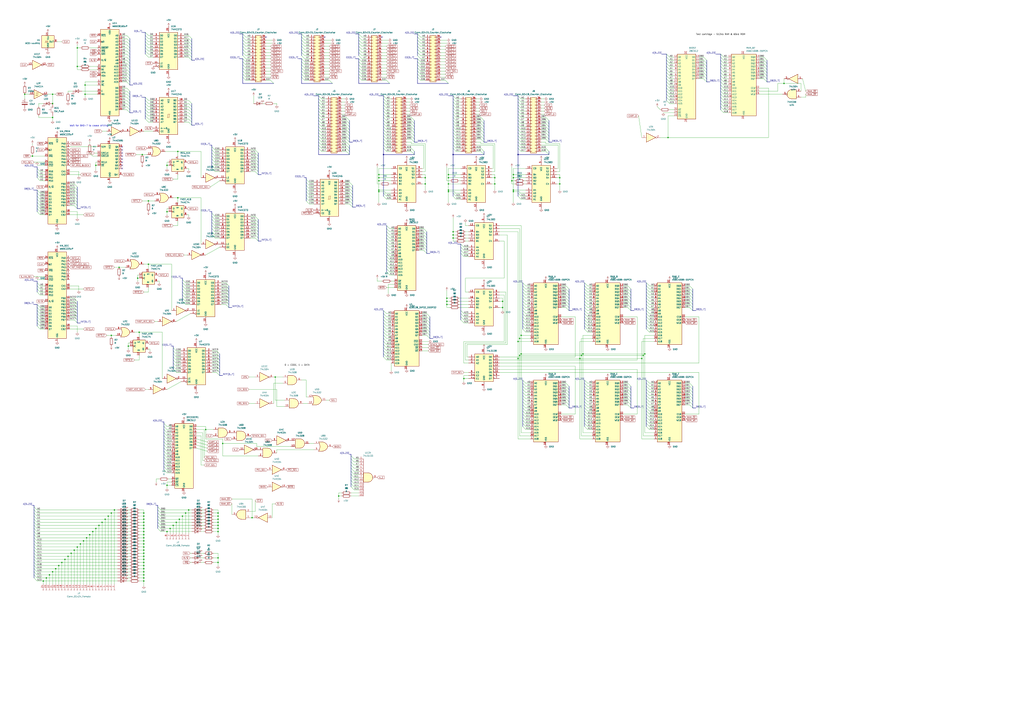
<source format=kicad_sch>
(kicad_sch (version 20211123) (generator eeschema)
  (paper "A1")
  (title_block (title "65C816 Computer Motherboard") (rev "1"))
  (junction (at 118.11 421.64))
  (junction (at 425.45 294.64))
  (junction (at 147.32 426.72))
  (junction (at 179.07 424.18))
  (junction (at 426.72 292.1))
  (junction (at 425.45 280.67))
  (junction (at 63.5 39.37))
  (junction (at 421.64 143.51))
  (junction (at 113.03 228.6))
  (junction (at 427.99 275.59))
  (junction (at 311.15 148.59))
  (junction (at 58.42 454.66))
  (junction (at 114.3 273.05))
  (junction (at 26.67 128.27))
  (junction (at 40.64 472.44))
  (junction (at 311.15 157.48))
  (junction (at 68.58 444.5))
  (junction (at 142.24 431.8))
  (junction (at 421.64 156.21))
  (junction (at 118.11 439.42))
  (junction (at 118.11 449.58))
  (junction (at 412.75 252.73))
  (junction (at 149.86 424.18))
  (junction (at 118.11 462.28))
  (junction (at 121.92 217.17))
  (junction (at 459.74 146.05))
  (junction (at 426.72 278.13))
  (junction (at 78.74 135.89))
  (junction (at 349.25 146.05))
  (junction (at 179.07 462.28))
  (junction (at 168.91 353.06))
  (junction (at 459.74 151.13))
  (junction (at 76.2 436.88))
  (junction (at 43.18 85.09))
  (junction (at 372.11 190.5))
  (junction (at 137.16 436.88))
  (junction (at 412.75 247.65))
  (junction (at 527.05 294.64))
  (junction (at 60.96 452.12))
  (junction (at 278.13 407.67))
  (junction (at 137.16 135.89))
  (junction (at 73.66 439.42))
  (junction (at 420.37 148.59))
  (junction (at 179.07 429.26))
  (junction (at 372.11 195.58))
  (junction (at 35.56 477.52))
  (junction (at 425.45 127))
  (junction (at 118.11 431.8))
  (junction (at 71.12 441.96))
  (junction (at 368.3 151.13))
  (junction (at 179.07 436.88))
  (junction (at 69.85 77.47))
  (junction (at 154.94 419.1))
  (junction (at 137.16 398.78))
  (junction (at 55.88 457.2))
  (junction (at 118.11 467.36))
  (junction (at 118.11 424.18))
  (junction (at 137.16 173.99))
  (junction (at 477.52 292.1))
  (junction (at 207.01 425.45))
  (junction (at 118.11 457.2))
  (junction (at 179.07 426.72))
  (junction (at 118.11 454.66))
  (junction (at 144.78 429.26))
  (junction (at 83.82 429.26))
  (junction (at 20.32 77.47))
  (junction (at 121.92 165.1))
  (junction (at 86.36 426.72))
  (junction (at 78.74 434.34))
  (junction (at 146.05 124.46))
  (junction (at 88.9 424.18))
  (junction (at 118.11 452.12))
  (junction (at 179.07 434.34))
  (junction (at 118.11 441.96))
  (junction (at 368.3 143.51))
  (junction (at 146.05 162.56))
  (junction (at 118.11 447.04))
  (junction (at 69.85 69.85))
  (junction (at 97.79 219.71))
  (junction (at 182.88 364.49))
  (junction (at 421.64 146.05))
  (junction (at 381 311.15))
  (junction (at 118.11 434.34))
  (junction (at 427.99 290.83))
  (junction (at 43.18 469.9))
  (junction (at 179.07 431.8))
  (junction (at 367.03 245.11))
  (junction (at 368.3 157.48))
  (junction (at 152.4 421.64))
  (junction (at 367.03 247.65))
  (junction (at 48.26 464.82))
  (junction (at 43.18 96.52))
  (junction (at 529.59 290.83))
  (junction (at 421.64 157.48))
  (junction (at 38.1 474.98))
  (junction (at 406.4 151.13))
  (junction (at 118.11 474.98))
  (junction (at 226.06 309.88))
  (junction (at 367.03 250.19))
  (junction (at 118.11 477.52))
  (junction (at 372.11 193.04))
  (junction (at 372.11 127))
  (junction (at 311.15 143.51))
  (junction (at 118.11 459.74))
  (junction (at 368.3 146.05))
  (junction (at 63.5 54.61))
  (junction (at 91.44 421.64))
  (junction (at 118.11 444.5))
  (junction (at 311.15 146.05))
  (junction (at 53.34 459.74))
  (junction (at 179.07 458.47))
  (junction (at 116.84 127))
  (junction (at 63.5 449.58))
  (junction (at 139.7 434.34))
  (junction (at 368.3 156.21))
  (junction (at 43.18 77.47))
  (junction (at 118.11 472.44))
  (junction (at 118.11 469.9))
  (junction (at 118.11 464.82))
  (junction (at 349.25 151.13))
  (junction (at 528.32 292.1))
  (junction (at 105.41 284.48))
  (junction (at 81.28 431.8))
  (junction (at 406.4 146.05))
  (junction (at 93.98 419.1))
  (junction (at 91.44 275.59))
  (junction (at 50.8 462.28))
  (junction (at 179.07 421.64))
  (junction (at 66.04 447.04))
  (junction (at 118.11 436.88))
  (junction (at 643.89 68.58))
  (junction (at 45.72 467.36))
  (junction (at 476.25 294.64))
  (junction (at 314.96 127))
  (junction (at 311.15 156.21))
  (junction (at 478.79 290.83))
  (junction (at 548.64 113.03))
  (junction (at 118.11 426.72))
  (junction (at 118.11 429.26))
  (no_connect (at 100.33 125.73))
  (no_connect (at 100.33 133.35))
  (no_connect (at 100.33 128.27))
  (no_connect (at 100.33 120.65))
  (no_connect (at 313.69 30.48))
  (no_connect (at 100.33 135.89))
  (no_connect (at 100.33 123.19))
  (no_connect (at 266.7 30.48))
  (no_connect (at 218.44 30.48))
  (no_connect (at 361.95 30.48))
  (no_connect (at 100.33 130.81))
  (no_connect (at 100.33 138.43))
  (bus_entry (at 288.29 397.51) (size 2.54 2.54))
  (bus_entry (at 149.86 234.95) (size 2.54 2.54))
  (bus_entry (at 480.06 237.49) (size 2.54 2.54))
  (bus_entry (at 480.06 322.58) (size 2.54 2.54))
  (bus_entry (at 394.97 101.6) (size 2.54 2.54))
  (bus_entry (at 33.02 176.53) (size -2.54 -2.54))
  (bus_entry (at 185.42 245.11) (size 2.54 2.54))
  (bus_entry (at 429.26 232.41) (size 2.54 2.54))
  (bus_entry (at 261.62 88.9) (size 2.54 2.54))
  (bus_entry (at 173.99 180.34) (size 2.54 2.54))
  (bus_entry (at 378.46 203.2) (size 2.54 2.54))
  (bus_entry (at 121.92 90.17) (size -2.54 -2.54))
  (bus_entry (at 251.46 162.56) (size 2.54 2.54))
  (bus_entry (at 378.46 200.66) (size 2.54 2.54))
  (bus_entry (at 142.24 300.99) (size 2.54 2.54))
  (bus_entry (at 591.82 74.93) (size 2.54 2.54))
  (bus_entry (at 448.31 111.76) (size 2.54 2.54))
  (bus_entry (at 372.11 78.74) (size 2.54 2.54))
  (bus_entry (at 429.26 350.52) (size 2.54 2.54))
  (bus_entry (at 345.44 63.5) (size -2.54 -2.54))
  (bus_entry (at 30.48 140.97) (size 2.54 2.54))
  (bus_entry (at 515.62 252.73) (size 2.54 2.54))
  (bus_entry (at 177.8 295.91) (size 2.54 2.54))
  (bus_entry (at 429.26 340.36) (size 2.54 2.54))
  (bus_entry (at 294.64 55.88) (size 2.54 2.54))
  (bus_entry (at 591.82 62.23) (size 2.54 2.54))
  (bus_entry (at 104.14 44.45) (size 2.54 2.54))
  (bus_entry (at 27.94 472.44) (size 2.54 2.54))
  (bus_entry (at 530.86 350.52) (size 2.54 2.54))
  (bus_entry (at 314.96 114.3) (size 2.54 2.54))
  (bus_entry (at 515.62 237.49) (size 2.54 2.54))
  (bus_entry (at 250.19 33.02) (size -2.54 -2.54))
  (bus_entry (at 250.19 38.1) (size -2.54 -2.54))
  (bus_entry (at 577.85 52.07) (size 2.54 2.54))
  (bus_entry (at 294.64 58.42) (size 2.54 2.54))
  (bus_entry (at 314.96 88.9) (size 2.54 2.54))
  (bus_entry (at 129.54 426.72) (size 2.54 2.54))
  (bus_entry (at 209.55 135.89) (size 2.54 2.54))
  (bus_entry (at 591.82 52.07) (size 2.54 2.54))
  (bus_entry (at 530.86 240.03) (size 2.54 2.54))
  (bus_entry (at 121.92 97.79) (size -2.54 -2.54))
  (bus_entry (at 480.06 342.9) (size 2.54 2.54))
  (bus_entry (at 515.62 322.58) (size 2.54 2.54))
  (bus_entry (at 154.94 92.71) (size 2.54 2.54))
  (bus_entry (at 350.52 273.05) (size 2.54 2.54))
  (bus_entry (at 27.94 462.28) (size 2.54 2.54))
  (bus_entry (at 317.5 215.9) (size 2.54 2.54))
  (bus_entry (at 429.26 332.74) (size 2.54 2.54))
  (bus_entry (at 209.55 125.73) (size 2.54 2.54))
  (bus_entry (at 27.94 439.42) (size 2.54 2.54))
  (bus_entry (at 515.62 317.5) (size 2.54 2.54))
  (bus_entry (at 317.5 66.04) (size 2.54 2.54))
  (bus_entry (at 27.94 444.5) (size 2.54 2.54))
  (bus_entry (at 104.14 59.69) (size 2.54 2.54))
  (bus_entry (at 27.94 469.9) (size 2.54 2.54))
  (bus_entry (at 480.06 262.89) (size 2.54 2.54))
  (bus_entry (at 247.65 53.34) (size 2.54 2.54))
  (bus_entry (at 297.18 33.02) (size -2.54 -2.54))
  (bus_entry (at 480.06 234.95) (size 2.54 2.54))
  (bus_entry (at 154.94 36.83) (size 2.54 2.54))
  (bus_entry (at 121.92 87.63) (size -2.54 -2.54))
  (bus_entry (at 314.96 265.43) (size 2.54 2.54))
  (bus_entry (at 480.06 270.51) (size 2.54 2.54))
  (bus_entry (at 547.37 74.93) (size 2.54 2.54))
  (bus_entry (at 365.76 66.04) (size 2.54 2.54))
  (bus_entry (at 261.62 96.52) (size 2.54 2.54))
  (bus_entry (at 429.26 330.2) (size 2.54 2.54))
  (bus_entry (at 480.06 267.97) (size 2.54 2.54))
  (bus_entry (at 209.55 128.27) (size 2.54 2.54))
  (bus_entry (at 129.54 429.26) (size 2.54 2.54))
  (bus_entry (at 284.48 104.14) (size 2.54 2.54))
  (bus_entry (at 270.51 66.04) (size 2.54 2.54))
  (bus_entry (at 448.31 121.92) (size 2.54 2.54))
  (bus_entry (at 337.82 124.46) (size 2.54 2.54))
  (bus_entry (at 378.46 205.74) (size 2.54 2.54))
  (bus_entry (at 199.39 50.8) (size 2.54 2.54))
  (bus_entry (at 104.14 85.09) (size 2.54 2.54))
  (bus_entry (at 185.42 250.19) (size 2.54 2.54))
  (bus_entry (at 201.93 33.02) (size -2.54 -2.54))
  (bus_entry (at 515.62 245.11) (size 2.54 2.54))
  (bus_entry (at 530.86 332.74) (size 2.54 2.54))
  (bus_entry (at 566.42 240.03) (size 2.54 2.54))
  (bus_entry (at 429.26 317.5) (size 2.54 2.54))
  (bus_entry (at 429.26 255.27) (size 2.54 2.54))
  (bus_entry (at 378.46 257.81) (size 2.54 2.54))
  (bus_entry (at 288.29 379.73) (size 2.54 2.54))
  (bus_entry (at 104.14 77.47) (size 2.54 2.54))
  (bus_entry (at 480.06 330.2) (size 2.54 2.54))
  (bus_entry (at 60.96 257.81) (size 2.54 2.54))
  (bus_entry (at 209.55 123.19) (size 2.54 2.54))
  (bus_entry (at 448.31 99.06) (size 2.54 2.54))
  (bus_entry (at 250.19 30.48) (size -2.54 -2.54))
  (bus_entry (at 448.31 106.68) (size 2.54 2.54))
  (bus_entry (at 345.44 45.72) (size -2.54 -2.54))
  (bus_entry (at 250.19 40.64) (size -2.54 -2.54))
  (bus_entry (at 314.96 267.97) (size 2.54 2.54))
  (bus_entry (at 288.29 394.97) (size 2.54 2.54))
  (bus_entry (at 251.46 147.32) (size 2.54 2.54))
  (bus_entry (at 142.24 288.29) (size 2.54 2.54))
  (bus_entry (at 284.48 101.6) (size 2.54 2.54))
  (bus_entry (at 177.8 293.37) (size 2.54 2.54))
  (bus_entry (at 30.48 237.49) (size 2.54 2.54))
  (bus_entry (at 342.9 55.88) (size 2.54 2.54))
  (bus_entry (at 314.96 109.22) (size 2.54 2.54))
  (bus_entry (at 566.42 332.74) (size 2.54 2.54))
  (bus_entry (at 317.5 203.2) (size 2.54 2.54))
  (bus_entry (at 27.94 434.34) (size 2.54 2.54))
  (bus_entry (at 154.94 85.09) (size 2.54 2.54))
  (bus_entry (at 566.42 325.12) (size 2.54 2.54))
  (bus_entry (at 480.06 255.27) (size 2.54 2.54))
  (bus_entry (at 372.11 91.44) (size 2.54 2.54))
  (bus_entry (at 297.18 40.64) (size -2.54 -2.54))
  (bus_entry (at 149.86 242.57) (size 2.54 2.54))
  (bus_entry (at 547.37 52.07) (size 2.54 2.54))
  (bus_entry (at 142.24 295.91) (size 2.54 2.54))
  (bus_entry (at 30.48 146.05) (size 2.54 2.54))
  (bus_entry (at 247.65 55.88) (size 2.54 2.54))
  (bus_entry (at 345.44 48.26) (size -2.54 -2.54))
  (bus_entry (at 372.11 93.98) (size 2.54 2.54))
  (bus_entry (at 134.62 381) (size 2.54 2.54))
  (bus_entry (at 177.8 306.07) (size 2.54 2.54))
  (bus_entry (at 261.62 86.36) (size 2.54 2.54))
  (bus_entry (at 566.42 250.19) (size 2.54 2.54))
  (bus_entry (at 284.48 124.46) (size 2.54 2.54))
  (bus_entry (at 345.44 38.1) (size -2.54 -2.54))
  (bus_entry (at 104.14 87.63) (size 2.54 2.54))
  (bus_entry (at 577.85 46.99) (size 2.54 2.54))
  (bus_entry (at 429.26 252.73) (size 2.54 2.54))
  (bus_entry (at 566.42 330.2) (size 2.54 2.54))
  (bus_entry (at 134.62 347.98) (size 2.54 2.54))
  (bus_entry (at 121.92 92.71) (size -2.54 -2.54))
  (bus_entry (at 129.54 424.18) (size 2.54 2.54))
  (bus_entry (at 129.54 416.56) (size 2.54 2.54))
  (bus_entry (at 337.82 101.6) (size 2.54 2.54))
  (bus_entry (at 201.93 30.48) (size -2.54 -2.54))
  (bus_entry (at 394.97 96.52) (size 2.54 2.54))
  (bus_entry (at 177.8 290.83) (size 2.54 2.54))
  (bus_entry (at 591.82 77.47) (size 2.54 2.54))
  (bus_entry (at 297.18 35.56) (size -2.54 -2.54))
  (bus_entry (at 342.9 48.26) (size 2.54 2.54))
  (bus_entry (at 378.46 262.89) (size 2.54 2.54))
  (bus_entry (at 60.96 151.13) (size 2.54 2.54))
  (bus_entry (at 627.38 46.99) (size 2.54 2.54))
  (bus_entry (at 591.82 72.39) (size 2.54 2.54))
  (bus_entry (at 425.45 88.9) (size 2.54 2.54))
  (bus_entry (at 448.31 124.46) (size 2.54 2.54))
  (bus_entry (at 429.26 245.11) (size 2.54 2.54))
  (bus_entry (at 60.96 161.29) (size 2.54 2.54))
  (bus_entry (at 33.02 262.89) (size -2.54 -2.54))
  (bus_entry (at 480.06 327.66) (size 2.54 2.54))
  (bus_entry (at 209.55 190.5) (size 2.54 2.54))
  (bus_entry (at 530.86 252.73) (size 2.54 2.54))
  (bus_entry (at 591.82 44.45) (size 2.54 2.54))
  (bus_entry (at 104.14 72.39) (size 2.54 2.54))
  (bus_entry (at 429.26 237.49) (size 2.54 2.54))
  (bus_entry (at 464.82 317.5) (size 2.54 2.54))
  (bus_entry (at 530.86 340.36) (size 2.54 2.54))
  (bus_entry (at 577.85 59.69) (size 2.54 2.54))
  (bus_entry (at 566.42 317.5) (size 2.54 2.54))
  (bus_entry (at 464.82 252.73) (size 2.54 2.54))
  (bus_entry (at 372.11 116.84) (size 2.54 2.54))
  (bus_entry (at 104.14 62.23) (size 2.54 2.54))
  (bus_entry (at 284.48 119.38) (size 2.54 2.54))
  (bus_entry (at 345.44 30.48) (size -2.54 -2.54))
  (bus_entry (at 33.02 171.45) (size -2.54 -2.54))
  (bus_entry (at 27.94 452.12) (size 2.54 2.54))
  (bus_entry (at 429.26 347.98) (size 2.54 2.54))
  (bus_entry (at 337.82 109.22) (size 2.54 2.54))
  (bus_entry (at 284.48 116.84) (size 2.54 2.54))
  (bus_entry (at 345.44 40.64) (size -2.54 -2.54))
  (bus_entry (at 104.14 74.93) (size 2.54 2.54))
  (bus_entry (at 448.31 109.22) (size 2.54 2.54))
  (bus_entry (at 33.02 166.37) (size -2.54 -2.54))
  (bus_entry (at 429.26 325.12) (size 2.54 2.54))
  (bus_entry (at 201.93 63.5) (size -2.54 -2.54))
  (bus_entry (at 177.8 303.53) (size 2.54 2.54))
  (bus_entry (at 314.96 96.52) (size 2.54 2.54))
  (bus_entry (at 347.98 200.66) (size 2.54 2.54))
  (bus_entry (at 317.5 193.04) (size 2.54 2.54))
  (bus_entry (at 480.06 332.74) (size 2.54 2.54))
  (bus_entry (at 347.98 193.04) (size 2.54 2.54))
  (bus_entry (at 314.96 83.82) (size 2.54 2.54))
  (bus_entry (at 121.92 95.25) (size -2.54 -2.54))
  (bus_entry (at 33.02 158.75) (size -2.54 -2.54))
  (bus_entry (at 261.62 99.06) (size 2.54 2.54))
  (bus_entry (at 250.19 43.18) (size -2.54 -2.54))
  (bus_entry (at 425.45 104.14) (size 2.54 2.54))
  (bus_entry (at 480.06 252.73) (size 2.54 2.54))
  (bus_entry (at 448.31 101.6) (size 2.54 2.54))
  (bus_entry (at 185.42 240.03) (size 2.54 2.54))
  (bus_entry (at 33.02 255.27) (size -2.54 -2.54))
  (bus_entry (at 372.11 81.28) (size 2.54 2.54))
  (bus_entry (at 287.02 160.02) (size 2.54 2.54))
  (bus_entry (at 591.82 46.99) (size 2.54 2.54))
  (bus_entry (at 142.24 303.53) (size 2.54 2.54))
  (bus_entry (at 287.02 162.56) (size 2.54 2.54))
  (bus_entry (at 104.14 67.31) (size 2.54 2.54))
  (bus_entry (at 530.86 245.11) (size 2.54 2.54))
  (bus_entry (at 154.94 44.45) (size 2.54 2.54))
  (bus_entry (at 104.14 29.21) (size 2.54 2.54))
  (bus_entry (at 104.14 36.83) (size 2.54 2.54))
  (bus_entry (at 515.62 234.95) (size 2.54 2.54))
  (bus_entry (at 425.45 96.52) (size 2.54 2.54))
  (bus_entry (at 247.65 58.42) (size 2.54 2.54))
  (bus_entry (at 464.82 247.65) (size 2.54 2.54))
  (bus_entry (at 250.19 45.72) (size -2.54 -2.54))
  (bus_entry (at 347.98 195.58) (size 2.54 2.54))
  (bus_entry (at 429.26 342.9) (size 2.54 2.54))
  (bus_entry (at 530.86 314.96) (size 2.54 2.54))
  (bus_entry (at 464.82 237.49) (size 2.54 2.54))
  (bus_entry (at 577.85 49.53) (size 2.54 2.54))
  (bus_entry (at 448.31 96.52) (size 2.54 2.54))
  (bus_entry (at 294.64 48.26) (size 2.54 2.54))
  (bus_entry (at 429.26 335.28) (size 2.54 2.54))
  (bus_entry (at 121.92 31.75) (size -2.54 -2.54))
  (bus_entry (at 314.96 260.35) (size 2.54 2.54))
  (bus_entry (at 577.85 62.23) (size 2.54 2.54))
  (bus_entry (at 314.96 270.51) (size 2.54 2.54))
  (bus_entry (at 185.42 237.49) (size 2.54 2.54))
  (bus_entry (at 314.96 288.29) (size 2.54 2.54))
  (bus_entry (at 154.94 46.99) (size 2.54 2.54))
  (bus_entry (at 314.96 99.06) (size 2.54 2.54))
  (bus_entry (at 372.11 88.9) (size 2.54 2.54))
  (bus_entry (at 287.02 157.48) (size 2.54 2.54))
  (bus_entry (at 27.94 441.96) (size 2.54 2.54))
  (bus_entry (at 142.24 285.75) (size 2.54 2.54))
  (bus_entry (at 627.38 62.23) (size 2.54 2.54))
  (bus_entry (at 566.42 245.11) (size 2.54 2.54))
  (bus_entry (at 429.26 322.58) (size 2.54 2.54))
  (bus_entry (at 591.82 49.53) (size 2.54 2.54))
  (bus_entry (at 284.48 114.3) (size 2.54 2.54))
  (bus_entry (at 429.26 262.89) (size 2.54 2.54))
  (bus_entry (at 60.96 255.27) (size 2.54 2.54))
  (bus_entry (at 317.5 213.36) (size 2.54 2.54))
  (bus_entry (at 261.62 93.98) (size 2.54 2.54))
  (bus_entry (at 372.11 104.14) (size 2.54 2.54))
  (bus_entry (at 314.96 255.27) (size 2.54 2.54))
  (bus_entry (at 314.96 275.59) (size 2.54 2.54))
  (bus_entry (at 591.82 90.17) (size 2.54 2.54))
  (bus_entry (at 547.37 72.39) (size 2.54 2.54))
  (bus_entry (at 394.97 109.22) (size 2.54 2.54))
  (bus_entry (at 530.86 255.27) (size 2.54 2.54))
  (bus_entry (at 515.62 327.66) (size 2.54 2.54))
  (bus_entry (at 27.94 459.74) (size 2.54 2.54))
  (bus_entry (at 185.42 242.57) (size 2.54 2.54))
  (bus_entry (at 314.96 121.92) (size 2.54 2.54))
  (bus_entry (at 60.96 250.19) (size 2.54 2.54))
  (bus_entry (at 134.62 370.84) (size 2.54 2.54))
  (bus_entry (at 209.55 185.42) (size 2.54 2.54))
  (bus_entry (at 209.55 138.43) (size 2.54 2.54))
  (bus_entry (at 33.02 163.83) (size -2.54 -2.54))
  (bus_entry (at 222.25 66.04) (size 2.54 2.54))
  (bus_entry (at 288.29 389.89) (size 2.54 2.54))
  (bus_entry (at 134.62 353.06) (size 2.54 2.54))
  (bus_entry (at 350.52 270.51) (size 2.54 2.54))
  (bus_entry (at 314.96 104.14) (size 2.54 2.54))
  (bus_entry (at 250.19 35.56) (size -2.54 -2.54))
  (bus_entry (at 429.26 265.43) (size 2.54 2.54))
  (bus_entry (at 173.99 128.27) (size 2.54 2.54))
  (bus_entry (at 464.82 242.57) (size 2.54 2.54))
  (bus_entry (at 261.62 78.74) (size 2.54 2.54))
  (bus_entry (at 317.5 218.44) (size 2.54 2.54))
  (bus_entry (at 287.02 167.64) (size 2.54 2.54))
  (bus_entry (at 134.62 368.3) (size 2.54 2.54))
  (bus_entry (at 448.31 114.3) (size 2.54 2.54))
  (bus_entry (at 27.94 449.58) (size 2.54 2.54))
  (bus_entry (at 347.98 198.12) (size 2.54 2.54))
  (bus_entry (at 314.96 283.21) (size 2.54 2.54))
  (bus_entry (at 345.44 43.18) (size -2.54 -2.54))
  (bus_entry (at 288.29 384.81) (size 2.54 2.54))
  (bus_entry (at 314.96 93.98) (size 2.54 2.54))
  (bus_entry (at 547.37 67.31) (size 2.54 2.54))
  (bus_entry (at 480.06 240.03) (size 2.54 2.54))
  (bus_entry (at 154.94 39.37) (size 2.54 2.54))
  (bus_entry (at 201.93 45.72) (size -2.54 -2.54))
  (bus_entry (at 591.82 54.61) (size 2.54 2.54))
  (bus_entry (at 33.02 257.81) (size -2.54 -2.54))
  (bus_entry (at 209.55 180.34) (size 2.54 2.54))
  (bus_entry (at 154.94 34.29) (size 2.54 2.54))
  (bus_entry (at 121.92 82.55) (size -2.54 -2.54))
  (bus_entry (at 480.06 340.36) (size 2.54 2.54))
  (bus_entry (at 60.96 163.83) (size 2.54 2.54))
  (bus_entry (at 372.11 99.06) (size 2.54 2.54))
  (bus_entry (at 314.96 86.36) (size 2.54 2.54))
  (bus_entry (at 30.48 232.41) (size 2.54 2.54))
  (bus_entry (at 261.62 109.22) (size 2.54 2.54))
  (bus_entry (at 314.96 111.76) (size 2.54 2.54))
  (bus_entry (at 627.38 54.61) (size 2.54 2.54))
  (bus_entry (at 566.42 252.73) (size 2.54 2.54))
  (bus_entry (at 314.96 290.83) (size 2.54 2.54))
  (bus_entry (at 547.37 62.23) (size 2.54 2.54))
  (bus_entry (at 480.06 232.41) (size 2.54 2.54))
  (bus_entry (at 372.11 114.3) (size 2.54 2.54))
  (bus_entry (at 104.14 57.15) (size 2.54 2.54))
  (bus_entry (at 27.94 467.36) (size 2.54 2.54))
  (bus_entry (at 464.82 332.74) (size 2.54 2.54))
  (bus_entry (at 209.55 195.58) (size 2.54 2.54))
  (bus_entry (at 149.86 245.11) (size 2.54 2.54))
  (bus_entry (at 591.82 87.63) (size 2.54 2.54))
  (bus_entry (at 394.97 104.14) (size 2.54 2.54))
  (bus_entry (at 104.14 52.07) (size 2.54 2.54))
  (bus_entry (at 173.99 177.8) (size 2.54 2.54))
  (bus_entry (at 350.52 267.97) (size 2.54 2.54))
  (bus_entry (at 425.45 114.3) (size 2.54 2.54))
  (bus_entry (at 121.92 100.33) (size -2.54 -2.54))
  (bus_entry (at 134.62 358.14) (size 2.54 2.54))
  (bus_entry (at 372.11 161.29) (size 2.54 2.54))
  (bus_entry (at 177.8 298.45) (size 2.54 2.54))
  (bus_entry (at 515.62 332.74) (size 2.54 2.54))
  (bus_entry (at 337.82 99.06) (size 2.54 2.54))
  (bus_entry (at 284.48 96.52) (size 2.54 2.54))
  (bus_entry (at 251.46 160.02) (size 2.54 2.54))
  (bus_entry (at 314.96 101.6) (size 2.54 2.54))
  (bus_entry (at 314.96 161.29) (size 2.54 2.54))
  (bus_entry (at 185.42 232.41) (size 2.54 2.54))
  (bus_entry (at 480.06 245.11) (size 2.54 2.54))
  (bus_entry (at 547.37 46.99) (size 2.54 2.54))
  (bus_entry (at 372.11 158.75) (size 2.54 2.54))
  (bus_entry (at 27.94 464.82) (size 2.54 2.54))
  (bus_entry (at 104.14 31.75) (size 2.54 2.54))
  (bus_entry (at 199.39 58.42) (size 2.54 2.54))
  (bus_entry (at 154.94 29.21) (size 2.54 2.54))
  (bus_entry (at 372.11 119.38) (size 2.54 2.54))
  (bus_entry (at 464.82 330.2) (size 2.54 2.54))
  (bus_entry (at 288.29 377.19) (size 2.54 2.54))
  (bus_entry (at 547.37 80.01) (size 2.54 2.54))
  (bus_entry (at 480.06 345.44) (size 2.54 2.54))
  (bus_entry (at 627.38 57.15) (size 2.54 2.54))
  (bus_entry (at 297.18 30.48) (size -2.54 -2.54))
  (bus_entry (at 27.94 447.04) (size 2.54 2.54))
  (bus_entry (at 480.06 320.04) (size 2.54 2.54))
  (bus_entry (at 314.96 78.74) (size 2.54 2.54))
  (bus_entry (at 480.06 312.42) (size 2.54 2.54))
  (bus_entry (at 317.5 187.96) (size 2.54 2.54))
  (bus_entry (at 284.48 106.68) (size 2.54 2.54))
  (bus_entry (at 297.18 63.5) (size -2.54 -2.54))
  (bus_entry (at 547.37 57.15) (size 2.54 2.54))
  (bus_entry (at 134.62 386.08) (size 2.54 2.54))
  (bus_entry (at 261.62 111.76) (size 2.54 2.54))
  (bus_entry (at 173.99 135.89) (size 2.54 2.54))
  (bus_entry (at 317.5 198.12) (size 2.54 2.54))
  (bus_entry (at 317.5 223.52) (size 2.54 2.54))
  (bus_entry (at 425.45 83.82) (size 2.54 2.54))
  (bus_entry (at 347.98 203.2) (size 2.54 2.54))
  (bus_entry (at 530.86 342.9) (size 2.54 2.54))
  (bus_entry (at 209.55 130.81) (size 2.54 2.54))
  (bus_entry (at 251.46 152.4) (size 2.54 2.54))
  (bus_entry (at 104.14 46.99) (size 2.54 2.54))
  (bus_entry (at 577.85 57.15) (size 2.54 2.54))
  (bus_entry (at 251.46 154.94) (size 2.54 2.54))
  (bus_entry (at 429.26 314.96) (size 2.54 2.54))
  (bus_entry (at 515.62 250.19) (size 2.54 2.54))
  (bus_entry (at 314.96 285.75) (size 2.54 2.54))
  (bus_entry (at 294.64 53.34) (size 2.54 2.54))
  (bus_entry (at 129.54 419.1) (size 2.54 2.54))
  (bus_entry (at 337.82 121.92) (size 2.54 2.54))
  (bus_entry (at 464.82 327.66) (size 2.54 2.54))
  (bus_entry (at 209.55 182.88) (size 2.54 2.54))
  (bus_entry (at 317.5 185.42) (size 2.54 2.54))
  (bus_entry (at 314.96 119.38) (size 2.54 2.54))
  (bus_entry (at 337.82 96.52) (size 2.54 2.54))
  (bus_entry (at 104.14 90.17) (size 2.54 2.54))
  (bus_entry (at 530.86 322.58) (size 2.54 2.54))
  (bus_entry (at 530.86 234.95) (size 2.54 2.54))
  (bus_entry (at 154.94 41.91) (size 2.54 2.54))
  (bus_entry (at 345.44 35.56) (size -2.54 -2.54))
  (bus_entry (at 317.5 205.74) (size 2.54 2.54))
  (bus_entry (at 185.42 247.65) (size 2.54 2.54))
  (bus_entry (at 287.02 165.1) (size 2.54 2.54))
  (bus_entry (at 429.26 270.51) (size 2.54 2.54))
  (bus_entry (at 429.26 267.97) (size 2.54 2.54))
  (bus_entry (at 261.62 101.6) (size 2.54 2.54))
  (bus_entry (at 547.37 82.55) (size 2.54 2.54))
  (bus_entry (at 530.86 330.2) (size 2.54 2.54))
  (bus_entry (at 314.96 262.89) (size 2.54 2.54))
  (bus_entry (at 372.11 121.92) (size 2.54 2.54))
  (bus_entry (at 317.5 220.98) (size 2.54 2.54))
  (bus_entry (at 33.02 267.97) (size -2.54 -2.54))
  (bus_entry (at 464.82 240.03) (size 2.54 2.54))
  (bus_entry (at 261.62 91.44) (size 2.54 2.54))
  (bus_entry (at 173.99 193.04) (size 2.54 2.54))
  (bus_entry (at 104.14 39.37) (size 2.54 2.54))
  (bus_entry (at 429.26 345.44) (size 2.54 2.54))
  (bus_entry (at 429.26 240.03) (size 2.54 2.54))
  (bus_entry (at 209.55 140.97) (size 2.54 2.54))
  (bus_entry (at 134.62 350.52) (size 2.54 2.54))
  (bus_entry (at 314.96 293.37) (size 2.54 2.54))
  (bus_entry (at 199.39 53.34) (size 2.54 2.54))
  (bus_entry (at 547.37 59.69) (size 2.54 2.54))
  (bus_entry (at 33.02 270.51) (size -2.54 -2.54))
  (bus_entry (at 33.02 168.91) (size -2.54 -2.54))
  (bus_entry (at 515.62 320.04) (size 2.54 2.54))
  (bus_entry (at 547.37 77.47) (size 2.54 2.54))
  (bus_entry (at 530.86 317.5) (size 2.54 2.54))
  (bus_entry (at 60.96 153.67) (size 2.54 2.54))
  (bus_entry (at 480.06 347.98) (size 2.54 2.54))
  (bus_entry (at 154.94 90.17) (size 2.54 2.54))
  (bus_entry (at 104.14 34.29) (size 2.54 2.54))
  (bus_entry (at 530.86 325.12) (size 2.54 2.54))
  (bus_entry (at 378.46 208.28) (size 2.54 2.54))
  (bus_entry (at 33.02 173.99) (size -2.54 -2.54))
  (bus_entry (at 337.82 106.68) (size 2.54 2.54))
  (bus_entry (at 288.29 382.27) (size 2.54 2.54))
  (bus_entry (at 372.11 96.52) (size 2.54 2.54))
  (bus_entry (at 261.62 104.14) (size 2.54 2.54))
  (bus_entry (at 591.82 85.09) (size 2.54 2.54))
  (bus_entry (at 591.82 59.69) (size 2.54 2.54))
  (bus_entry (at 129.54 421.64) (size 2.54 2.54))
  (bus_entry (at 134.62 373.38) (size 2.54 2.54))
  (bus_entry (at 284.48 109.22) (size 2.54 2.54))
  (bus_entry (at 60.96 262.89) (size 2.54 2.54))
  (bus_entry (at 425.45 91.44) (size 2.54 2.54))
  (bus_entry (at 317.5 195.58) (size 2.54 2.54))
  (bus_entry (at 288.29 400.05) (size 2.54 2.54))
  (bus_entry (at 425.45 161.29) (size 2.54 2.54))
  (bus_entry (at 121.92 39.37) (size -2.54 -2.54))
  (bus_entry (at 515.62 247.65) (size 2.54 2.54))
  (bus_entry (at 394.97 99.06) (size 2.54 2.54))
  (bus_entry (at 345.44 66.04) (size -2.54 -2.54))
  (bus_entry (at 515.62 314.96) (size 2.54 2.54))
  (bus_entry (at 288.29 374.65) (size 2.54 2.54))
  (bus_entry (at 261.62 83.82) (size 2.54 2.54))
  (bus_entry (at 27.94 424.18) (size 2.54 2.54))
  (bus_entry (at 201.93 48.26) (size -2.54 -2.54))
  (bus_entry (at 627.38 64.77) (size 2.54 2.54))
  (bus_entry (at 121.92 85.09) (size -2.54 -2.54))
  (bus_entry (at 425.45 106.68) (size 2.54 2.54))
  (bus_entry (at 425.45 81.28) (size 2.54 2.54))
  (bus_entry (at 429.26 242.57) (size 2.54 2.54))
  (bus_entry (at 547.37 44.45) (size 2.54 2.54))
  (bus_entry (at 530.86 345.44) (size 2.54 2.54))
  (bus_entry (at 372.11 83.82) (size 2.54 2.54))
  (bus_entry (at 149.86 237.49) (size 2.54 2.54))
  (bus_entry (at 60.96 158.75) (size 2.54 2.54))
  (bus_entry (at 464.82 320.04) (size 2.54 2.54))
  (bus_entry (at 429.26 337.82) (size 2.54 2.54))
  (bus_entry (at 209.55 187.96) (size 2.54 2.54))
  (bus_entry (at 134.62 378.46) (size 2.54 2.54))
  (bus_entry (at 27.94 436.88) (size 2.54 2.54))
  (bus_entry (at 480.06 265.43) (size 2.54 2.54))
  (bus_entry (at 154.94 95.25) (size 2.54 2.54))
  (bus_entry (at 464.82 245.11) (size 2.54 2.54))
  (bus_entry (at 627.38 52.07) (size 2.54 2.54))
  (bus_entry (at 287.02 152.4) (size 2.54 2.54))
  (bus_entry (at 480.06 335.28) (size 2.54 2.54))
  (bus_entry (at 627.38 49.53) (size 2.54 2.54))
  (bus_entry (at 27.94 421.64) (size 2.54 2.54))
  (bus_entry (at 60.96 247.65) (size 2.54 2.54))
  (bus_entry (at 261.62 119.38) (size 2.54 2.54))
  (bus_entry (at 134.62 383.54) (size 2.54 2.54))
  (bus_entry (at 201.93 35.56) (size -2.54 -2.54))
  (bus_entry (at 429.26 327.66) (size 2.54 2.54))
  (bus_entry (at 154.94 82.55) (size 2.54 2.54))
  (bus_entry (at 297.18 38.1) (size -2.54 -2.54))
  (bus_entry (at 566.42 322.58) (size 2.54 2.54))
  (bus_entry (at 33.02 161.29) (size -2.54 -2.54))
  (bus_entry (at 314.96 257.81) (size 2.54 2.54))
  (bus_entry (at 284.48 121.92) (size 2.54 2.54))
  (bus_entry (at 577.85 64.77) (size 2.54 2.54))
  (bus_entry (at 30.48 143.51) (size 2.54 2.54))
  (bus_entry (at 173.99 187.96) (size 2.54 2.54))
  (bus_entry (at 314.96 106.68) (size 2.54 2.54))
  (bus_entry (at 429.26 320.04) (size 2.54 2.54))
  (bus_entry (at 317.5 200.66) (size 2.54 2.54))
  (bus_entry (at 30.48 234.95) (size 2.54 2.54))
  (bus_entry (at 464.82 250.19) (size 2.54 2.54))
  (bus_entry (at 317.5 210.82) (size 2.54 2.54))
  (bus_entry (at 60.96 168.91) (size 2.54 2.54))
  (bus_entry (at 134.62 360.68) (size 2.54 2.54))
  (bus_entry (at 297.18 45.72) (size -2.54 -2.54))
  (bus_entry (at 530.86 260.35) (size 2.54 2.54))
  (bus_entry (at 134.62 355.6) (size 2.54 2.54))
  (bus_entry (at 347.98 190.5) (size 2.54 2.54))
  (bus_entry (at 201.93 43.18) (size -2.54 -2.54))
  (bus_entry (at 173.99 182.88) (size 2.54 2.54))
  (bus_entry (at 425.45 101.6) (size 2.54 2.54))
  (bus_entry (at 201.93 38.1) (size -2.54 -2.54))
  (bus_entry (at 288.29 392.43) (size 2.54 2.54))
  (bus_entry (at 337.82 111.76) (size 2.54 2.54))
  (bus_entry (at 173.99 125.73) (size 2.54 2.54))
  (bus_entry (at 345.44 33.02) (size -2.54 -2.54))
  (bus_entry (at 60.96 260.35) (size 2.54 2.54))
  (bus_entry (at 425.45 119.38) (size 2.54 2.54))
  (bus_entry (at 27.94 431.8) (size 2.54 2.54))
  (bus_entry (at 530.86 320.04) (size 2.54 2.54))
  (bus_entry (at 425.45 93.98) (size 2.54 2.54))
  (bus_entry (at 30.48 138.43) (size 2.54 2.54))
  (bus_entry (at 154.94 97.79) (size 2.54 2.54))
  (bus_entry (at 288.29 387.35) (size 2.54 2.54))
  (bus_entry (at 209.55 133.35) (size 2.54 2.54))
  (bus_entry (at 480.06 337.82) (size 2.54 2.54))
  (bus_entry (at 566.42 247.65) (size 2.54 2.54))
  (bus_entry (at 530.86 267.97) (size 2.54 2.54))
  (bus_entry (at 342.9 53.34) (size 2.54 2.54))
  (bus_entry (at 250.19 48.26) (size -2.54 -2.54))
  (bus_entry (at 177.8 288.29) (size 2.54 2.54))
  (bus_entry (at 350.52 262.89) (size 2.54 2.54))
  (bus_entry (at 429.26 312.42) (size 2.54 2.54))
  (bus_entry (at 297.18 66.04) (size -2.54 -2.54))
  (bus_entry (at 27.94 416.56) (size 2.54 2.54))
  (bus_entry (at 515.62 325.12) (size 2.54 2.54))
  (bus_entry (at 297.18 43.18) (size -2.54 -2.54))
  (bus_entry (at 314.96 158.75) (size 2.54 2.54))
  (bus_entry (at 209.55 193.04) (size 2.54 2.54))
  (bus_entry (at 425.45 121.92) (size 2.54 2.54))
  (bus_entry (at 530.86 327.66) (size 2.54 2.54))
  (bus_entry (at 154.94 100.33) (size 2.54 2.54))
  (bus_entry (at 173.99 130.81) (size 2.54 2.54))
  (bus_entry (at 104.14 54.61) (size 2.54 2.54))
  (bus_entry (at 33.02 265.43) (size -2.54 -2.54))
  (bus_entry (at 425.45 158.75) (size 2.54 2.54))
  (bus_entry (at 429.26 234.95) (size 2.54 2.54))
  (bus_entry (at 314.96 81.28) (size 2.54 2.54))
  (bus_entry (at 250.19 66.04) (size -2.54 -2.54))
  (bus_entry (at 149.86 232.41) (size 2.54 2.54))
  (bus_entry (at 121.92 34.29) (size -2.54 -2.54))
  (bus_entry (at 149.86 229.87) (size 2.54 2.54))
  (bus_entry (at 464.82 314.96) (size 2.54 2.54))
  (bus_entry (at 448.31 104.14) (size 2.54 2.54))
  (bus_entry (at 480.06 247.65) (size 2.54 2.54))
  (bus_entry (at 314.96 280.67) (size 2.54 2.54))
  (bus_entry (at 372.11 111.76) (size 2.54 2.54))
  (bus_entry (at 60.96 252.73) (size 2.54 2.54))
  (bus_entry (at 142.24 290.83) (size 2.54 2.54))
  (bus_entry (at 372.11 109.22) (size 2.54 2.54))
  (bus_entry (at 530.86 347.98) (size 2.54 2.54))
  (bus_entry (at 173.99 123.19) (size 2.54 2.54))
  (bus_entry (at 378.46 255.27) (size 2.54 2.54))
  (bus_entry (at 350.52 265.43) (size 2.54 2.54))
  (bus_entry (at 27.94 457.2) (size 2.54 2.54))
  (bus_entry (at 394.97 111.76) (size 2.54 2.54))
  (bus_entry (at 530.86 312.42) (size 2.54 2.54))
  (bus_entry (at 464.82 234.95) (size 2.54 2.54))
  (bus_entry (at 342.9 50.8) (size 2.54 2.54))
  (bus_entry (at 350.52 257.81) (size 2.54 2.54))
  (bus_entry (at 251.46 165.1) (size 2.54 2.54))
  (bus_entry (at 480.06 314.96) (size 2.54 2.54))
  (bus_entry (at 104.14 64.77) (size 2.54 2.54))
  (bus_entry (at 317.5 190.5) (size 2.54 2.54))
  (bus_entry (at 566.42 320.04) (size 2.54 2.54))
  (bus_entry (at 104.14 41.91) (size 2.54 2.54))
  (bus_entry (at 261.62 106.68) (size 2.54 2.54))
  (bus_entry (at 480.06 250.19) (size 2.54 2.54))
  (bus_entry (at 104.14 49.53) (size 2.54 2.54))
  (bus_entry (at 177.8 300.99) (size 2.54 2.54))
  (bus_entry (at 347.98 205.74) (size 2.54 2.54))
  (bus_entry (at 134.62 363.22) (size 2.54 2.54))
  (bus_entry (at 60.96 156.21) (size 2.54 2.54))
  (bus_entry (at 591.82 82.55) (size 2.54 2.54))
  (bus_entry (at 350.52 275.59) (size 2.54 2.54))
  (bus_entry (at 250.19 63.5) (size -2.54 -2.54))
  (bus_entry (at 27.94 419.1) (size 2.54 2.54))
  (bus_entry (at 425.45 86.36) (size 2.54 2.54))
  (bus_entry (at 173.99 185.42) (size 2.54 2.54))
  (bus_entry (at 591.82 67.31) (size 2.54 2.54))
  (bus_entry (at 314.96 278.13) (size 2.54 2.54))
  (bus_entry (at 480.06 260.35) (size 2.54 2.54))
  (bus_entry (at 149.86 247.65) (size 2.54 2.54))
  (bus_entry (at 142.24 293.37) (size 2.54 2.54))
  (bus_entry (at 27.94 474.98) (size 2.54 2.54))
  (bus_entry (at 284.48 99.06) (size 2.54 2.54))
  (bus_entry (at 591.82 64.77) (size 2.54 2.54))
  (bus_entry (at 149.86 240.03) (size 2.54 2.54))
  (bus_entry (at 337.82 104.14) (size 2.54 2.54))
  (bus_entry (at 591.82 80.01) (size 2.54 2.54))
  (bus_entry (at 173.99 138.43) (size 2.54 2.54))
  (bus_entry (at 566.42 237.49) (size 2.54 2.54))
  (bus_entry (at 60.96 245.11) (size 2.54 2.54))
  (bus_entry (at 27.94 429.26) (size 2.54 2.54))
  (bus_entry (at 530.86 232.41) (size 2.54 2.54))
  (bus_entry (at 142.24 298.45) (size 2.54 2.54))
  (bus_entry (at 429.26 260.35) (size 2.54 2.54))
  (bus_entry (at 284.48 111.76) (size 2.54 2.54))
  (bus_entry (at 261.62 114.3) (size 2.54 2.54))
  (bus_entry (at 577.85 54.61) (size 2.54 2.54))
  (bus_entry (at 121.92 29.21) (size -2.54 -2.54))
  (bus_entry (at 261.62 116.84) (size 2.54 2.54))
  (bus_entry (at 33.02 252.73) (size -2.54 -2.54))
  (bus_entry (at 515.62 330.2) (size 2.54 2.54))
  (bus_entry (at 530.86 237.49) (size 2.54 2.54))
  (bus_entry (at 247.65 50.8) (size 2.54 2.54))
  (bus_entry (at 547.37 49.53) (size 2.54 2.54))
  (bus_entry (at 425.45 78.74) (size 2.54 2.54))
  (bus_entry (at 121.92 36.83) (size -2.54 -2.54))
  (bus_entry (at 566.42 327.66) (size 2.54 2.54))
  (bus_entry (at 547.37 54.61) (size 2.54 2.54))
  (bus_entry (at 251.46 157.48) (size 2.54 2.54))
  (bus_entry (at 347.98 187.96) (size 2.54 2.54))
  (bus_entry (at 30.48 240.03) (size 2.54 2.54))
  (bus_entry (at 378.46 260.35) (size 2.54 2.54))
  (bus_entry (at 261.62 121.92) (size 2.54 2.54))
  (bus_entry (at 154.94 31.75) (size 2.54 2.54))
  (bus_entry (at 547.37 69.85) (size 2.54 2.54))
  (bus_entry (at 134.62 365.76) (size 2.54 2.54))
  (bus_entry (at 199.39 48.26) (size 2.54 2.54))
  (bus_entry (at 429.26 247.65) (size 2.54 2.54))
  (bus_entry (at 425.45 111.76) (size 2.54 2.54))
  (bus_entry (at 294.64 50.8) (size 2.54 2.54))
  (bus_entry (at 515.62 242.57) (size 2.54 2.54))
  (bus_entry (at 314.96 116.84) (size 2.54 2.54))
  (bus_entry (at 530.86 247.65) (size 2.54 2.54))
  (bus_entry (at 394.97 106.68) (size 2.54 2.54))
  (bus_entry (at 287.02 154.94) (size 2.54 2.54))
  (bus_entry (at 530.86 262.89) (size 2.54 2.54))
  (bus_entry (at 121.92 46.99) (size -2.54 -2.54))
  (bus_entry (at 350.52 260.35) (size 2.54 2.54))
  (bus_entry (at 425.45 109.22) (size 2.54 2.54))
  (bus_entry (at 173.99 133.35) (size 2.54 2.54))
  (bus_entry (at 429.26 257.81) (size 2.54 2.54))
  (bus_entry (at 154.94 87.63) (size 2.54 2.54))
  (bus_entry (at 209.55 177.8) (size 2.54 2.54))
  (bus_entry (at 547.37 64.77) (size 2.54 2.54))
  (bus_entry (at 104.14 82.55) (size 2.54 2.54))
  (bus_entry (at 480.06 317.5) (size 2.54 2.54))
  (bus_entry (at 185.42 234.95) (size 2.54 2.54))
  (bus_entry (at 129.54 434.34) (size 2.54 2.54))
  (bus_entry (at 372.11 106.68) (size 2.54 2.54))
  (bus_entry (at 530.86 265.43) (size 2.54 2.54))
  (bus_entry (at 173.99 175.26) (size 2.54 2.54))
  (bus_entry (at 566.42 242.57) (size 2.54 2.54))
  (bus_entry (at 337.82 114.3) (size 2.54 2.54))
  (bus_entry (at 201.93 40.64) (size -2.54 -2.54))
  (bus_entry (at 425.45 116.84) (size 2.54 2.54))
  (bus_entry (at 530.86 242.57) (size 2.54 2.54))
  (bus_entry (at 27.94 454.66) (size 2.54 2.54))
  (bus_entry (at 515.62 240.03) (size 2.54 2.54))
  (bus_entry (at 287.02 149.86) (size 2.54 2.54))
  (bus_entry (at 464.82 325.12) (size 2.54 2.54))
  (bus_entry (at 464.82 322.58) (size 2.54 2.54))
  (bus_entry (at 134.62 375.92) (size 2.54 2.54))
  (bus_entry (at 530.86 250.19) (size 2.54 2.54))
  (bus_entry (at 314.96 273.05) (size 2.54 2.54))
  (bus_entry (at 480.06 350.52) (size 2.54 2.54))
  (bus_entry (at 60.96 166.37) (size 2.54 2.54))
  (bus_entry (at 33.02 260.35) (size -2.54 -2.54))
  (bus_entry (at 425.45 99.06) (size 2.54 2.54))
  (bus_entry (at 429.26 250.19) (size 2.54 2.54))
  (bus_entry (at 121.92 44.45) (size -2.54 -2.54))
  (bus_entry (at 297.18 48.26) (size -2.54 -2.54))
  (bus_entry (at 317.5 208.28) (size 2.54 2.54))
  (bus_entry (at 480.06 242.57) (size 2.54 2.54))
  (bus_entry (at 372.11 86.36) (size 2.54 2.54))
  (bus_entry (at 173.99 190.5) (size 2.54 2.54))
  (bus_entry (at 394.97 121.92) (size 2.54 2.54))
  (bus_entry (at 342.9 58.42) (size 2.54 2.54))
  (bus_entry (at 261.62 81.28) (size 2.54 2.54))
  (bus_entry (at 314.96 91.44) (size 2.54 2.54))
  (bus_entry (at 129.54 431.8) (size 2.54 2.54))
  (bus_entry (at 566.42 234.95) (size 2.54 2.54))
  (bus_entry (at 591.82 57.15) (size 2.54 2.54))
  (bus_entry (at 27.94 426.72) (size 2.54 2.54))
  (bus_entry (at 530.86 270.51) (size 2.54 2.54))
  (bus_entry (at 173.99 120.65) (size 2.54 2.54))
  (bus_entry (at 530.86 335.28) (size 2.54 2.54))
  (bus_entry (at 394.97 114.3) (size 2.54 2.54))
  (bus_entry (at 530.86 337.82) (size 2.54 2.54))
  (bus_entry (at 591.82 69.85) (size 2.54 2.54))
  (bus_entry (at 251.46 149.86) (size 2.54 2.54))
  (bus_entry (at 480.06 257.81) (size 2.54 2.54))
  (bus_entry (at 530.86 257.81) (size 2.54 2.54))
  (bus_entry (at 121.92 41.91) (size -2.54 -2.54))
  (bus_entry (at 566.42 314.96) (size 2.54 2.54))
  (bus_entry (at 201.93 66.04) (size -2.54 -2.54))
  (bus_entry (at 247.65 48.26) (size 2.54 2.54))
  (bus_entry (at 199.39 55.88) (size 2.54 2.54))
  (bus_entry (at 480.06 325.12) (size 2.54 2.54))
  (bus_entry (at 372.11 101.6) (size 2.54 2.54))
  (bus_entry (at 627.38 59.69) (size 2.54 2.54))
  (bus_entry (at 104.14 80.01) (size 2.54 2.54))
  (bus_entry (at 394.97 124.46) (size 2.54 2.54))
  (wire (pts (xy 153.67 138.43) (xy 154.94 138.43)))
  (bus (pts (xy 212.09 193.04) (xy 212.09 195.58)))
  (wire (pts (xy 511.81 240.03) (xy 515.62 240.03)))
  (bus (pts (xy 287.02 124.46) (xy 287.02 127)))
  (bus (pts (xy 129.54 415.29) (xy 128.27 415.29)))
  (bus (pts (xy 247.65 40.64) (xy 247.65 38.1)))
  (wire (pts (xy 154.94 419.1) (xy 157.48 419.1)))
  (wire (pts (xy 431.8 245.11) (xy 435.61 245.11)))
  (wire (pts (xy 594.36 67.31) (xy 598.17 67.31)))
  (bus (pts (xy 350.52 198.12) (xy 350.52 200.66)))
  (wire (pts (xy 533.4 247.65) (xy 537.21 247.65)))
  (wire (pts (xy 250.19 53.34) (xy 254 53.34)))
  (bus (pts (xy 247.65 45.72) (xy 247.65 43.18)))
  (wire (pts (xy 69.85 69.85) (xy 69.85 77.47)))
  (wire (pts (xy 149.86 424.18) (xy 157.48 424.18)))
  (bus (pts (xy 30.48 237.49) (xy 30.48 234.95)))
  (bus (pts (xy 199.39 58.42) (xy 199.39 55.88)))
  (wire (pts (xy 393.7 91.44) (xy 391.16 91.44)))
  (bus (pts (xy 317.5 203.2) (xy 317.5 200.66)))
  (wire (pts (xy 30.48 457.2) (xy 55.88 457.2)))
  (bus (pts (xy 429.26 234.95) (xy 429.26 237.49)))
  (wire (pts (xy 173.99 303.53) (xy 177.8 303.53)))
  (bus (pts (xy 27.94 421.64) (xy 27.94 419.1)))
  (wire (pts (xy 118.11 424.18) (xy 118.11 426.72)))
  (bus (pts (xy 199.39 38.1) (xy 199.39 35.56)))
  (bus (pts (xy 518.16 237.49) (xy 518.16 240.03)))
  (wire (pts (xy 318.77 233.68) (xy 318.77 241.3)))
  (wire (pts (xy 167.64 454.66) (xy 165.1 454.66)))
  (bus (pts (xy 591.82 67.31) (xy 591.82 69.85)))
  (bus (pts (xy 30.48 255.27) (xy 30.48 252.73)))
  (bus (pts (xy 173.99 120.65) (xy 173.99 119.38)))
  (wire (pts (xy 482.6 273.05) (xy 486.41 273.05)))
  (wire (pts (xy 179.07 458.47) (xy 179.07 462.28)))
  (bus (pts (xy 173.99 190.5) (xy 173.99 187.96)))
  (wire (pts (xy 447.04 83.82) (xy 444.5 83.82)))
  (wire (pts (xy 205.74 63.5) (xy 201.93 63.5)))
  (bus (pts (xy 119.38 97.79) (xy 119.38 95.25)))
  (wire (pts (xy 383.54 293.37) (xy 384.81 293.37)))
  (wire (pts (xy 26.67 128.27) (xy 36.83 128.27)))
  (wire (pts (xy 524.51 95.25) (xy 527.05 113.03)))
  (bus (pts (xy 314.96 88.9) (xy 314.96 91.44)))
  (wire (pts (xy 345.44 50.8) (xy 349.25 50.8)))
  (wire (pts (xy 349.25 33.02) (xy 345.44 33.02)))
  (wire (pts (xy 222.25 48.26) (xy 218.44 48.26)))
  (wire (pts (xy 414.02 280.67) (xy 381 280.67)))
  (wire (pts (xy 430.53 151.13) (xy 431.8 151.13)))
  (wire (pts (xy 78.74 135.89) (xy 80.01 135.89)))
  (bus (pts (xy 340.36 116.84) (xy 342.9 116.84)))
  (wire (pts (xy 528.32 358.14) (xy 537.21 358.14)))
  (wire (pts (xy 320.04 187.96) (xy 323.85 187.96)))
  (bus (pts (xy 247.65 38.1) (xy 247.65 35.56)))
  (bus (pts (xy 134.62 347.98) (xy 134.62 346.71)))
  (wire (pts (xy 123.19 287.02) (xy 123.19 288.29)))
  (wire (pts (xy 382.27 240.03) (xy 384.81 240.03)))
  (bus (pts (xy 342.9 63.5) (xy 342.9 68.58)))
  (wire (pts (xy 264.16 109.22) (xy 267.97 109.22)))
  (wire (pts (xy 271.78 33.02) (xy 266.7 33.02)))
  (wire (pts (xy 320.04 205.74) (xy 323.85 205.74)))
  (wire (pts (xy 346.71 138.43) (xy 347.98 138.43)))
  (wire (pts (xy 176.53 187.96) (xy 180.34 187.96)))
  (wire (pts (xy 562.61 325.12) (xy 566.42 325.12)))
  (bus (pts (xy 26.67 415.29) (xy 27.94 415.29)))
  (wire (pts (xy 367.03 148.59) (xy 369.57 148.59)))
  (wire (pts (xy 548.64 113.03) (xy 548.64 95.25)))
  (wire (pts (xy 176.53 128.27) (xy 180.34 128.27)))
  (bus (pts (xy 273.05 68.58) (xy 247.65 68.58)))
  (bus (pts (xy 134.62 350.52) (xy 134.62 347.98)))
  (wire (pts (xy 574.04 62.23) (xy 577.85 62.23)))
  (wire (pts (xy 318.77 35.56) (xy 313.69 35.56)))
  (wire (pts (xy 311.15 148.59) (xy 321.31 148.59)))
  (wire (pts (xy 482.6 347.98) (xy 486.41 347.98)))
  (bus (pts (xy 314.96 257.81) (xy 314.96 260.35)))
  (wire (pts (xy 511.81 245.11) (xy 515.62 245.11)))
  (wire (pts (xy 351.79 288.29) (xy 346.71 288.29)))
  (wire (pts (xy 137.16 320.04) (xy 148.59 313.69)))
  (wire (pts (xy 393.7 93.98) (xy 391.16 93.98)))
  (wire (pts (xy 100.33 72.39) (xy 104.14 72.39)))
  (bus (pts (xy 317.5 190.5) (xy 317.5 193.04)))
  (wire (pts (xy 83.82 107.95) (xy 87.63 107.95)))
  (wire (pts (xy 347.98 119.38) (xy 334.01 119.38)))
  (wire (pts (xy 574.04 298.45) (xy 574.04 260.35)))
  (bus (pts (xy 30.48 168.91) (xy 30.48 166.37)))
  (wire (pts (xy 266.7 58.42) (xy 270.51 58.42)))
  (wire (pts (xy 381 306.07) (xy 384.81 306.07)))
  (bus (pts (xy 317.5 218.44) (xy 317.5 215.9)))
  (wire (pts (xy 410.21 187.96) (xy 426.72 187.96)))
  (wire (pts (xy 204.47 331.47) (xy 209.55 331.47)))
  (bus (pts (xy 247.65 63.5) (xy 247.65 68.58)))
  (wire (pts (xy 482.6 250.19) (xy 486.41 250.19)))
  (wire (pts (xy 201.93 58.42) (xy 205.74 58.42)))
  (bus (pts (xy 518.16 255.27) (xy 520.7 255.27)))
  (wire (pts (xy 523.24 260.35) (xy 511.81 260.35)))
  (bus (pts (xy 287.02 101.6) (xy 287.02 104.14)))
  (bus (pts (xy 288.29 400.05) (xy 288.29 397.51)))
  (wire (pts (xy 165.1 426.72) (xy 167.64 426.72)))
  (bus (pts (xy 261.62 127) (xy 261.62 121.92)))
  (bus (pts (xy 591.82 44.45) (xy 591.82 46.99)))
  (wire (pts (xy 165.1 431.8) (xy 167.64 431.8)))
  (bus (pts (xy 27.94 439.42) (xy 27.94 441.96)))
  (bus (pts (xy 247.65 55.88) (xy 247.65 53.34)))
  (wire (pts (xy 36.83 255.27) (xy 33.02 255.27)))
  (wire (pts (xy 100.33 74.93) (xy 104.14 74.93)))
  (wire (pts (xy 100.33 64.77) (xy 104.14 64.77)))
  (bus (pts (xy 288.29 382.27) (xy 288.29 379.73)))
  (wire (pts (xy 317.5 265.43) (xy 321.31 265.43)))
  (wire (pts (xy 381 313.69) (xy 381 311.15)))
  (bus (pts (xy 149.86 242.57) (xy 149.86 240.03)))
  (bus (pts (xy 30.48 265.43) (xy 30.48 262.89)))
  (wire (pts (xy 179.07 419.1) (xy 179.07 421.64)))
  (wire (pts (xy 382.27 228.6) (xy 382.27 240.03)))
  (bus (pts (xy 518.16 330.2) (xy 518.16 332.74)))
  (wire (pts (xy 344.17 198.12) (xy 347.98 198.12)))
  (bus (pts (xy 27.94 441.96) (xy 27.94 444.5)))
  (wire (pts (xy 76.2 128.27) (xy 80.01 128.27)))
  (wire (pts (xy 320.04 226.06) (xy 323.85 226.06)))
  (wire (pts (xy 173.99 288.29) (xy 177.8 288.29)))
  (wire (pts (xy 205.74 66.04) (xy 201.93 66.04)))
  (wire (pts (xy 63.5 54.61) (xy 66.04 54.61)))
  (wire (pts (xy 320.04 198.12) (xy 323.85 198.12)))
  (wire (pts (xy 562.61 320.04) (xy 566.42 320.04)))
  (wire (pts (xy 317.5 91.44) (xy 321.31 91.44)))
  (wire (pts (xy 431.8 340.36) (xy 435.61 340.36)))
  (bus (pts (xy 173.99 182.88) (xy 173.99 180.34)))
  (bus (pts (xy 350.52 200.66) (xy 350.52 203.2)))
  (bus (pts (xy 314.96 278.13) (xy 314.96 275.59)))
  (wire (pts (xy 427.99 185.42) (xy 427.99 275.59)))
  (wire (pts (xy 270.51 38.1) (xy 266.7 38.1)))
  (bus (pts (xy 372.11 106.68) (xy 372.11 109.22)))
  (bus (pts (xy 106.68 44.45) (xy 106.68 46.99)))
  (wire (pts (xy 313.69 63.5) (xy 317.5 63.5)))
  (bus (pts (xy 518.16 252.73) (xy 518.16 255.27)))
  (wire (pts (xy 106.68 459.74) (xy 104.14 459.74)))
  (wire (pts (xy 336.55 91.44) (xy 334.01 91.44)))
  (bus (pts (xy 429.26 262.89) (xy 429.26 260.35)))
  (wire (pts (xy 444.5 106.68) (xy 448.31 106.68)))
  (wire (pts (xy 421.64 156.21) (xy 431.8 156.21)))
  (bus (pts (xy 157.48 100.33) (xy 157.48 102.87)))
  (wire (pts (xy 290.83 384.81) (xy 294.64 384.81)))
  (wire (pts (xy 63.5 36.83) (xy 63.5 39.37)))
  (bus (pts (xy 119.38 41.91) (xy 119.38 39.37)))
  (bus (pts (xy 450.85 104.14) (xy 450.85 106.68)))
  (wire (pts (xy 175.26 458.47) (xy 179.07 458.47)))
  (bus (pts (xy 30.48 232.41) (xy 30.48 231.14)))
  (wire (pts (xy 144.78 264.16) (xy 156.21 257.81)))
  (bus (pts (xy 340.36 104.14) (xy 340.36 106.68)))
  (wire (pts (xy 106.68 439.42) (xy 104.14 439.42)))
  (bus (pts (xy 106.68 46.99) (xy 106.68 49.53)))
  (wire (pts (xy 137.16 370.84) (xy 140.97 370.84)))
  (wire (pts (xy 549.91 62.23) (xy 553.72 62.23)))
  (wire (pts (xy 511.81 322.58) (xy 515.62 322.58)))
  (bus (pts (xy 480.06 257.81) (xy 480.06 255.27)))
  (wire (pts (xy 179.07 421.64) (xy 179.07 424.18)))
  (wire (pts (xy 529.59 290.83) (xy 529.59 275.59)))
  (bus (pts (xy 372.11 83.82) (xy 372.11 86.36)))
  (wire (pts (xy 144.78 293.37) (xy 148.59 293.37)))
  (bus (pts (xy 480.06 327.66) (xy 480.06 325.12)))
  (bus (pts (xy 314.96 158.75) (xy 314.96 161.29)))
  (wire (pts (xy 100.33 41.91) (xy 104.14 41.91)))
  (wire (pts (xy 209.55 411.48) (xy 209.55 420.37)))
  (wire (pts (xy 137.16 375.92) (xy 140.97 375.92)))
  (bus (pts (xy 173.99 125.73) (xy 173.99 123.19)))
  (wire (pts (xy 137.16 173.99) (xy 137.16 176.53)))
  (wire (pts (xy 201.93 50.8) (xy 205.74 50.8)))
  (wire (pts (xy 205.74 128.27) (xy 209.55 128.27)))
  (bus (pts (xy 629.92 67.31) (xy 632.46 67.31)))
  (wire (pts (xy 179.07 439.42) (xy 179.07 436.88)))
  (wire (pts (xy 173.99 290.83) (xy 177.8 290.83)))
  (wire (pts (xy 426.72 278.13) (xy 426.72 292.1)))
  (bus (pts (xy 157.48 34.29) (xy 157.48 36.83)))
  (wire (pts (xy 482.6 325.12) (xy 486.41 325.12)))
  (wire (pts (xy 161.29 355.6) (xy 166.37 355.6)))
  (wire (pts (xy 562.61 322.58) (xy 566.42 322.58)))
  (wire (pts (xy 36.83 171.45) (xy 33.02 171.45)))
  (wire (pts (xy 69.85 77.47) (xy 69.85 80.01)))
  (wire (pts (xy 110.49 273.05) (xy 114.3 273.05)))
  (wire (pts (xy 125.73 90.17) (xy 121.92 90.17)))
  (bus (pts (xy 480.06 234.95) (xy 480.06 237.49)))
  (wire (pts (xy 317.5 93.98) (xy 321.31 93.98)))
  (bus (pts (xy 199.39 35.56) (xy 199.39 33.02)))
  (wire (pts (xy 478.79 290.83) (xy 478.79 355.6)))
  (wire (pts (xy 461.01 242.57) (xy 464.82 242.57)))
  (wire (pts (xy 410.21 193.04) (xy 416.56 193.04)))
  (wire (pts (xy 372.11 193.04) (xy 372.11 190.5)))
  (wire (pts (xy 349.25 38.1) (xy 345.44 38.1)))
  (bus (pts (xy 467.36 242.57) (xy 467.36 245.11)))
  (wire (pts (xy 476.25 294.64) (xy 476.25 360.68)))
  (bus (pts (xy 261.62 104.14) (xy 261.62 106.68)))
  (wire (pts (xy 533.4 262.89) (xy 537.21 262.89)))
  (bus (pts (xy 199.39 48.26) (xy 196.85 48.26)))
  (wire (pts (xy 57.15 250.19) (xy 60.96 250.19)))
  (wire (pts (xy 482.6 257.81) (xy 486.41 257.81)))
  (wire (pts (xy 30.48 447.04) (xy 66.04 447.04)))
  (bus (pts (xy 142.24 293.37) (xy 142.24 290.83)))
  (wire (pts (xy 146.05 162.56) (xy 146.05 166.37)))
  (wire (pts (xy 204.47 320.04) (xy 227.33 320.04)))
  (wire (pts (xy 118.11 439.42) (xy 118.11 441.96)))
  (wire (pts (xy 349.25 151.13) (xy 349.25 156.21)))
  (bus (pts (xy 425.45 101.6) (xy 425.45 104.14)))
  (wire (pts (xy 175.26 419.1) (xy 179.07 419.1)))
  (bus (pts (xy 547.37 57.15) (xy 547.37 59.69)))
  (wire (pts (xy 533.4 314.96) (xy 537.21 314.96)))
  (wire (pts (xy 549.91 54.61) (xy 553.72 54.61)))
  (bus (pts (xy 261.62 91.44) (xy 261.62 93.98)))
  (wire (pts (xy 223.52 414.02) (xy 223.52 425.45)))
  (wire (pts (xy 33.02 242.57) (xy 36.83 242.57)))
  (wire (pts (xy 66.04 447.04) (xy 96.52 447.04)))
  (wire (pts (xy 311.15 143.51) (xy 311.15 146.05)))
  (wire (pts (xy 562.61 242.57) (xy 566.42 242.57)))
  (wire (pts (xy 156.21 462.28) (xy 157.48 462.28)))
  (wire (pts (xy 317.5 283.21) (xy 321.31 283.21)))
  (wire (pts (xy 431.8 237.49) (xy 435.61 237.49)))
  (bus (pts (xy 518.16 245.11) (xy 518.16 247.65)))
  (bus (pts (xy 429.26 312.42) (xy 429.26 314.96)))
  (wire (pts (xy 205.74 193.04) (xy 209.55 193.04)))
  (wire (pts (xy 283.21 88.9) (xy 280.67 88.9)))
  (bus (pts (xy 294.64 48.26) (xy 292.1 48.26)))
  (wire (pts (xy 218.44 66.04) (xy 222.25 66.04)))
  (wire (pts (xy 69.85 77.47) (xy 80.01 77.47)))
  (wire (pts (xy 280.67 405.13) (xy 278.13 405.13)))
  (wire (pts (xy 527.05 294.64) (xy 527.05 360.68)))
  (wire (pts (xy 381 257.81) (xy 384.81 257.81)))
  (wire (pts (xy 381 308.61) (xy 381 311.15)))
  (bus (pts (xy 314.96 111.76) (xy 314.96 114.3)))
  (wire (pts (xy 144.78 290.83) (xy 148.59 290.83)))
  (bus (pts (xy 543.56 44.45) (xy 547.37 44.45)))
  (bus (pts (xy 157.48 46.99) (xy 157.48 49.53)))
  (bus (pts (xy 106.68 52.07) (xy 106.68 54.61)))
  (wire (pts (xy 50.8 34.29) (xy 46.99 34.29)))
  (bus (pts (xy 199.39 53.34) (xy 199.39 50.8)))
  (wire (pts (xy 457.2 140.97) (xy 459.74 140.97)))
  (wire (pts (xy 594.36 46.99) (xy 598.17 46.99)))
  (bus (pts (xy 106.68 85.09) (xy 106.68 87.63)))
  (wire (pts (xy 290.83 379.73) (xy 294.64 379.73)))
  (wire (pts (xy 431.8 337.82) (xy 435.61 337.82)))
  (wire (pts (xy 144.78 298.45) (xy 148.59 298.45)))
  (wire (pts (xy 57.15 252.73) (xy 60.96 252.73)))
  (bus (pts (xy 425.45 158.75) (xy 425.45 161.29)))
  (bus (pts (xy 342.9 45.72) (xy 342.9 43.18)))
  (wire (pts (xy 156.21 454.66) (xy 157.48 454.66)))
  (wire (pts (xy 114.3 419.1) (xy 118.11 419.1)))
  (wire (pts (xy 562.61 250.19) (xy 566.42 250.19)))
  (wire (pts (xy 290.83 389.89) (xy 294.64 389.89)))
  (wire (pts (xy 549.91 80.01) (xy 553.72 80.01)))
  (bus (pts (xy 27.94 444.5) (xy 27.94 447.04)))
  (wire (pts (xy 459.74 151.13) (xy 459.74 156.21)))
  (wire (pts (xy 365.76 43.18) (xy 361.95 43.18)))
  (wire (pts (xy 48.26 464.82) (xy 96.52 464.82)))
  (bus (pts (xy 142.24 284.48) (xy 140.97 284.48)))
  (bus (pts (xy 251.46 160.02) (xy 251.46 157.48)))
  (wire (pts (xy 190.5 410.21) (xy 207.01 410.21)))
  (wire (pts (xy 114.3 467.36) (xy 118.11 467.36)))
  (wire (pts (xy 81.28 431.8) (xy 96.52 431.8)))
  (wire (pts (xy 457.2 143.51) (xy 459.74 143.51)))
  (wire (pts (xy 91.44 421.64) (xy 96.52 421.64)))
  (wire (pts (xy 533.4 325.12) (xy 537.21 325.12)))
  (bus (pts (xy 294.64 50.8) (xy 294.64 48.26)))
  (wire (pts (xy 73.66 439.42) (xy 96.52 439.42)))
  (wire (pts (xy 391.16 106.68) (xy 394.97 106.68)))
  (wire (pts (xy 482.6 330.2) (xy 486.41 330.2)))
  (wire (pts (xy 403.86 140.97) (xy 406.4 140.97)))
  (wire (pts (xy 100.33 67.31) (xy 104.14 67.31)))
  (wire (pts (xy 533.4 270.51) (xy 537.21 270.51)))
  (wire (pts (xy 482.6 234.95) (xy 486.41 234.95)))
  (wire (pts (xy 523.24 303.53) (xy 523.24 340.36)))
  (wire (pts (xy 345.44 60.96) (xy 349.25 60.96)))
  (bus (pts (xy 547.37 49.53) (xy 547.37 52.07)))
  (wire (pts (xy 139.7 434.34) (xy 139.7 438.15)))
  (bus (pts (xy 247.65 33.02) (xy 247.65 30.48)))
  (bus (pts (xy 149.86 228.6) (xy 148.59 228.6)))
  (bus (pts (xy 340.36 127) (xy 314.96 127)))
  (bus (pts (xy 397.51 99.06) (xy 397.51 101.6)))
  (wire (pts (xy 254 162.56) (xy 257.81 162.56)))
  (wire (pts (xy 25.4 128.27) (xy 26.67 128.27)))
  (wire (pts (xy 53.34 459.74) (xy 96.52 459.74)))
  (wire (pts (xy 374.65 161.29) (xy 378.46 161.29)))
  (bus (pts (xy 129.54 424.18) (xy 129.54 421.64)))
  (wire (pts (xy 254 154.94) (xy 257.81 154.94)))
  (bus (pts (xy 119.38 44.45) (xy 119.38 41.91)))
  (wire (pts (xy 427.99 83.82) (xy 431.8 83.82)))
  (bus (pts (xy 568.96 245.11) (xy 568.96 247.65)))
  (bus (pts (xy 450.85 114.3) (xy 450.85 116.84)))
  (bus (pts (xy 289.56 167.64) (xy 289.56 170.18)))
  (bus (pts (xy 342.9 50.8) (xy 342.9 48.26)))
  (wire (pts (xy 283.21 167.64) (xy 287.02 167.64)))
  (wire (pts (xy 264.16 124.46) (xy 267.97 124.46)))
  (wire (pts (xy 121.92 236.22) (xy 121.92 240.03)))
  (wire (pts (xy 549.91 49.53) (xy 553.72 49.53)))
  (wire (pts (xy 476.25 294.64) (xy 476.25 280.67)))
  (wire (pts (xy 427.99 101.6) (xy 431.8 101.6)))
  (wire (pts (xy 447.04 93.98) (xy 444.5 93.98)))
  (bus (pts (xy 180.34 295.91) (xy 180.34 298.45)))
  (wire (pts (xy 427.99 88.9) (xy 431.8 88.9)))
  (wire (pts (xy 100.33 52.07) (xy 104.14 52.07)))
  (wire (pts (xy 444.5 124.46) (xy 448.31 124.46)))
  (wire (pts (xy 345.44 53.34) (xy 349.25 53.34)))
  (bus (pts (xy 372.11 116.84) (xy 372.11 119.38)))
  (bus (pts (xy 180.34 303.53) (xy 180.34 306.07)))
  (bus (pts (xy 580.39 67.31) (xy 582.93 67.31)))
  (bus (pts (xy 288.29 374.65) (xy 288.29 373.38)))
  (wire (pts (xy 283.21 160.02) (xy 287.02 160.02)))
  (wire (pts (xy 349.25 40.64) (xy 345.44 40.64)))
  (wire (pts (xy 146.05 124.46) (xy 146.05 128.27)))
  (wire (pts (xy 100.33 80.01) (xy 104.14 80.01)))
  (wire (pts (xy 459.74 146.05) (xy 459.74 151.13)))
  (wire (pts (xy 151.13 85.09) (xy 154.94 85.09)))
  (wire (pts (xy 405.13 119.38) (xy 391.16 119.38)))
  (wire (pts (xy 288.29 405.13) (xy 294.64 405.13)))
  (wire (pts (xy 382.27 295.91) (xy 384.81 295.91)))
  (wire (pts (xy 57.15 260.35) (xy 60.96 260.35)))
  (bus (pts (xy 591.82 52.07) (xy 591.82 54.61)))
  (wire (pts (xy 137.16 173.99) (xy 138.43 173.99)))
  (wire (pts (xy 427.99 111.76) (xy 431.8 111.76)))
  (wire (pts (xy 394.97 118.11) (xy 394.97 116.84)))
  (wire (pts (xy 457.2 138.43) (xy 458.47 138.43)))
  (wire (pts (xy 313.69 58.42) (xy 317.5 58.42)))
  (wire (pts (xy 431.8 247.65) (xy 435.61 247.65)))
  (bus (pts (xy 340.36 99.06) (xy 340.36 101.6)))
  (wire (pts (xy 55.88 74.93) (xy 55.88 76.2)))
  (bus (pts (xy 180.34 308.61) (xy 182.88 308.61)))
  (bus (pts (xy 425.45 104.14) (xy 425.45 106.68)))
  (bus (pts (xy 30.48 146.05) (xy 30.48 143.51)))
  (bus (pts (xy 314.96 91.44) (xy 314.96 93.98)))
  (wire (pts (xy 26.67 118.11) (xy 26.67 119.38)))
  (wire (pts (xy 372.11 198.12) (xy 372.11 195.58)))
  (wire (pts (xy 548.64 95.25) (xy 553.72 95.25)))
  (bus (pts (xy 317.5 220.98) (xy 317.5 218.44)))
  (wire (pts (xy 427.99 86.36) (xy 431.8 86.36)))
  (bus (pts (xy 353.06 270.51) (xy 353.06 273.05)))
  (wire (pts (xy 118.11 462.28) (xy 118.11 464.82)))
  (wire (pts (xy 317.5 119.38) (xy 321.31 119.38)))
  (wire (pts (xy 511.81 327.66) (xy 515.62 327.66)))
  (wire (pts (xy 264.16 104.14) (xy 267.97 104.14)))
  (bus (pts (xy 261.62 86.36) (xy 261.62 88.9)))
  (wire (pts (xy 459.74 140.97) (xy 459.74 118.11)))
  (wire (pts (xy 38.1 474.98) (xy 96.52 474.98)))
  (wire (pts (xy 661.67 80.01) (xy 657.86 80.01)))
  (wire (pts (xy 63.5 39.37) (xy 63.5 54.61)))
  (bus (pts (xy 287.02 104.14) (xy 287.02 106.68)))
  (wire (pts (xy 222.25 55.88) (xy 218.44 55.88)))
  (bus (pts (xy 27.94 452.12) (xy 27.94 454.66)))
  (wire (pts (xy 549.91 90.17) (xy 553.72 90.17)))
  (bus (pts (xy 173.99 173.99) (xy 172.72 173.99)))
  (bus (pts (xy 134.62 373.38) (xy 134.62 370.84)))
  (wire (pts (xy 152.4 247.65) (xy 156.21 247.65)))
  (bus (pts (xy 199.39 63.5) (xy 199.39 60.96)))
  (wire (pts (xy 406.4 118.11) (xy 394.97 118.11)))
  (bus (pts (xy 372.11 86.36) (xy 372.11 88.9)))
  (wire (pts (xy 482.6 314.96) (xy 486.41 314.96)))
  (wire (pts (xy 431.8 234.95) (xy 435.61 234.95)))
  (wire (pts (xy 381 203.2) (xy 384.81 203.2)))
  (wire (pts (xy 427.99 163.83) (xy 431.8 163.83)))
  (bus (pts (xy 288.29 397.51) (xy 288.29 394.97)))
  (wire (pts (xy 431.8 158.75) (xy 426.72 158.75)))
  (bus (pts (xy 350.52 208.28) (xy 353.06 208.28)))
  (wire (pts (xy 114.3 477.52) (xy 118.11 477.52)))
  (wire (pts (xy 623.57 54.61) (xy 627.38 54.61)))
  (bus (pts (xy 173.99 175.26) (xy 173.99 173.99)))
  (wire (pts (xy 574.04 57.15) (xy 577.85 57.15)))
  (wire (pts (xy 114.3 292.1) (xy 114.3 295.91)))
  (bus (pts (xy 30.48 156.21) (xy 27.94 156.21)))
  (wire (pts (xy 91.44 275.59) (xy 95.25 275.59)))
  (wire (pts (xy 297.18 58.42) (xy 300.99 58.42)))
  (wire (pts (xy 472.44 300.99) (xy 472.44 340.36)))
  (bus (pts (xy 530.86 322.58) (xy 530.86 325.12)))
  (bus (pts (xy 289.56 170.18) (xy 292.1 170.18)))
  (wire (pts (xy 100.33 34.29) (xy 104.14 34.29)))
  (wire (pts (xy 549.91 82.55) (xy 553.72 82.55)))
  (wire (pts (xy 372.11 193.04) (xy 374.65 193.04)))
  (bus (pts (xy 63.5 255.27) (xy 63.5 257.81)))
  (bus (pts (xy 580.39 64.77) (xy 580.39 67.31)))
  (bus (pts (xy 425.45 109.22) (xy 425.45 111.76)))
  (bus (pts (xy 467.36 335.28) (xy 469.9 335.28)))
  (wire (pts (xy 176.53 180.34) (xy 180.34 180.34)))
  (wire (pts (xy 406.4 140.97) (xy 406.4 118.11)))
  (bus (pts (xy 212.09 125.73) (xy 212.09 128.27)))
  (bus (pts (xy 372.11 119.38) (xy 372.11 121.92)))
  (wire (pts (xy 344.17 203.2) (xy 347.98 203.2)))
  (wire (pts (xy 100.33 62.23) (xy 104.14 62.23)))
  (wire (pts (xy 121.92 165.1) (xy 127 165.1)))
  (bus (pts (xy 247.65 48.26) (xy 245.11 48.26)))
  (wire (pts (xy 381 280.67) (xy 381 298.45)))
  (wire (pts (xy 623.57 64.77) (xy 627.38 64.77)))
  (wire (pts (xy 317.5 278.13) (xy 321.31 278.13)))
  (wire (pts (xy 36.83 168.91) (xy 33.02 168.91)))
  (wire (pts (xy 30.48 472.44) (xy 40.64 472.44)))
  (bus (pts (xy 480.06 250.19) (xy 480.06 247.65)))
  (wire (pts (xy 374.65 109.22) (xy 378.46 109.22)))
  (bus (pts (xy 568.96 322.58) (xy 568.96 325.12)))
  (wire (pts (xy 106.68 477.52) (xy 104.14 477.52)))
  (bus (pts (xy 518.16 332.74) (xy 518.16 335.28)))
  (wire (pts (xy 26.67 127) (xy 26.67 128.27)))
  (wire (pts (xy 320.04 215.9) (xy 323.85 215.9)))
  (wire (pts (xy 165.1 434.34) (xy 167.64 434.34)))
  (bus (pts (xy 450.85 99.06) (xy 450.85 101.6)))
  (wire (pts (xy 63.5 267.97) (xy 63.5 273.05)))
  (wire (pts (xy 78.74 434.34) (xy 78.74 480.06)))
  (wire (pts (xy 55.88 457.2) (xy 55.88 480.06)))
  (wire (pts (xy 118.11 217.17) (xy 121.92 217.17)))
  (wire (pts (xy 151.13 44.45) (xy 154.94 44.45)))
  (wire (pts (xy 130.81 231.14) (xy 130.81 232.41)))
  (bus (pts (xy 629.92 52.07) (xy 629.92 54.61)))
  (wire (pts (xy 30.48 419.1) (xy 93.98 419.1)))
  (bus (pts (xy 261.62 109.22) (xy 261.62 111.76)))
  (bus (pts (xy 30.48 140.97) (xy 30.48 138.43)))
  (wire (pts (xy 35.56 477.52) (xy 96.52 477.52)))
  (wire (pts (xy 594.36 87.63) (xy 598.17 87.63)))
  (wire (pts (xy 459.74 118.11) (xy 448.31 118.11)))
  (wire (pts (xy 574.04 59.69) (xy 577.85 59.69)))
  (wire (pts (xy 311.15 157.48) (xy 311.15 166.37)))
  (bus (pts (xy 568.96 327.66) (xy 568.96 330.2)))
  (wire (pts (xy 146.05 181.61) (xy 146.05 185.42)))
  (wire (pts (xy 320.04 193.04) (xy 323.85 193.04)))
  (wire (pts (xy 264.16 99.06) (xy 267.97 99.06)))
  (wire (pts (xy 33.02 240.03) (xy 36.83 240.03)))
  (wire (pts (xy 384.81 185.42) (xy 382.27 185.42)))
  (wire (pts (xy 114.3 273.05) (xy 133.35 273.05)))
  (bus (pts (xy 261.62 114.3) (xy 261.62 116.84)))
  (bus (pts (xy 247.65 53.34) (xy 247.65 50.8)))
  (wire (pts (xy 181.61 245.11) (xy 185.42 245.11)))
  (bus (pts (xy 591.82 80.01) (xy 591.82 82.55)))
  (wire (pts (xy 176.53 130.81) (xy 180.34 130.81)))
  (wire (pts (xy 114.3 434.34) (xy 118.11 434.34)))
  (bus (pts (xy 350.52 190.5) (xy 350.52 193.04)))
  (wire (pts (xy 431.8 255.27) (xy 435.61 255.27)))
  (wire (pts (xy 205.74 123.19) (xy 209.55 123.19)))
  (bus (pts (xy 142.24 285.75) (xy 142.24 284.48)))
  (wire (pts (xy 227.33 369.57) (xy 227.33 372.11)))
  (wire (pts (xy 254 152.4) (xy 257.81 152.4)))
  (wire (pts (xy 382.27 185.42) (xy 382.27 182.88)))
  (wire (pts (xy 280.67 109.22) (xy 284.48 109.22)))
  (wire (pts (xy 361.95 60.96) (xy 365.76 60.96)))
  (wire (pts (xy 105.41 281.94) (xy 105.41 284.48)))
  (wire (pts (xy 431.8 250.19) (xy 435.61 250.19)))
  (wire (pts (xy 36.83 173.99) (xy 33.02 173.99)))
  (wire (pts (xy 549.91 59.69) (xy 553.72 59.69)))
  (bus (pts (xy 173.99 138.43) (xy 173.99 135.89)))
  (bus (pts (xy 353.06 262.89) (xy 353.06 265.43)))
  (wire (pts (xy 421.64 146.05) (xy 421.64 156.21)))
  (wire (pts (xy 270.51 50.8) (xy 266.7 50.8)))
  (bus (pts (xy 425.45 106.68) (xy 425.45 109.22)))
  (bus (pts (xy 30.48 257.81) (xy 30.48 255.27)))
  (wire (pts (xy 349.25 48.26) (xy 345.44 48.26)))
  (wire (pts (xy 20.32 77.47) (xy 20.32 81.28)))
  (wire (pts (xy 73.66 116.84) (xy 73.66 118.11)))
  (wire (pts (xy 73.66 125.73) (xy 76.2 128.27)))
  (wire (pts (xy 168.91 350.52) (xy 168.91 353.06)))
  (wire (pts (xy 346.71 151.13) (xy 349.25 151.13)))
  (bus (pts (xy 518.16 240.03) (xy 518.16 242.57)))
  (wire (pts (xy 458.47 138.43) (xy 458.47 119.38)))
  (wire (pts (xy 36.83 135.89) (xy 30.48 135.89)))
  (wire (pts (xy 100.33 57.15) (xy 104.14 57.15)))
  (wire (pts (xy 344.17 205.74) (xy 347.98 205.74)))
  (wire (pts (xy 482.6 317.5) (xy 486.41 317.5)))
  (wire (pts (xy 317.5 40.64) (xy 313.69 40.64)))
  (bus (pts (xy 106.68 39.37) (xy 106.68 41.91)))
  (bus (pts (xy 134.62 386.08) (xy 134.62 383.54)))
  (wire (pts (xy 320.04 223.52) (xy 323.85 223.52)))
  (wire (pts (xy 67.31 74.93) (xy 80.01 74.93)))
  (bus (pts (xy 568.96 330.2) (xy 568.96 332.74)))
  (bus (pts (xy 27.94 421.64) (xy 27.94 424.18)))
  (wire (pts (xy 511.81 332.74) (xy 515.62 332.74)))
  (bus (pts (xy 467.36 320.04) (xy 467.36 322.58)))
  (bus (pts (xy 261.62 88.9) (xy 261.62 91.44)))
  (bus (pts (xy 340.36 109.22) (xy 340.36 111.76)))
  (wire (pts (xy 114.3 474.98) (xy 118.11 474.98)))
  (wire (pts (xy 151.13 41.91) (xy 154.94 41.91)))
  (wire (pts (xy 344.17 200.66) (xy 347.98 200.66)))
  (wire (pts (xy 140.97 217.17) (xy 140.97 255.27)))
  (bus (pts (xy 629.92 59.69) (xy 629.92 62.23)))
  (bus (pts (xy 157.48 102.87) (xy 160.02 102.87)))
  (wire (pts (xy 623.57 57.15) (xy 627.38 57.15)))
  (bus (pts (xy 247.65 43.18) (xy 247.65 40.64)))
  (wire (pts (xy 638.81 68.58) (xy 638.81 74.93)))
  (wire (pts (xy 373.38 158.75) (xy 373.38 157.48)))
  (wire (pts (xy 176.53 125.73) (xy 180.34 125.73)))
  (wire (pts (xy 309.88 151.13) (xy 312.42 151.13)))
  (wire (pts (xy 205.74 190.5) (xy 209.55 190.5)))
  (bus (pts (xy 129.54 416.56) (xy 129.54 415.29)))
  (wire (pts (xy 336.55 88.9) (xy 334.01 88.9)))
  (bus (pts (xy 421.64 78.74) (xy 425.45 78.74)))
  (bus (pts (xy 257.81 78.74) (xy 261.62 78.74)))
  (wire (pts (xy 349.25 45.72) (xy 345.44 45.72)))
  (wire (pts (xy 270.51 328.93) (xy 267.97 328.93)))
  (wire (pts (xy 205.74 182.88) (xy 209.55 182.88)))
  (wire (pts (xy 317.5 114.3) (xy 321.31 114.3)))
  (bus (pts (xy 429.26 250.19) (xy 429.26 247.65)))
  (wire (pts (xy 415.29 281.94) (xy 382.27 281.94)))
  (wire (pts (xy 218.44 58.42) (xy 222.25 58.42)))
  (wire (pts (xy 154.94 176.53) (xy 154.94 177.8)))
  (wire (pts (xy 40.64 472.44) (xy 96.52 472.44)))
  (wire (pts (xy 57.15 168.91) (xy 60.96 168.91)))
  (bus (pts (xy 314.96 127) (xy 314.96 121.92)))
  (wire (pts (xy 114.3 426.72) (xy 118.11 426.72)))
  (wire (pts (xy 205.74 177.8) (xy 209.55 177.8)))
  (bus (pts (xy 30.48 137.16) (xy 27.94 137.16)))
  (wire (pts (xy 114.3 226.06) (xy 113.03 226.06)))
  (bus (pts (xy 212.09 190.5) (xy 212.09 193.04)))
  (wire (pts (xy 205.74 43.18) (xy 201.93 43.18)))
  (wire (pts (xy 482.6 345.44) (xy 486.41 345.44)))
  (bus (pts (xy 288.29 392.43) (xy 288.29 389.89)))
  (bus (pts (xy 261.62 81.28) (xy 261.62 83.82)))
  (wire (pts (xy 482.6 245.11) (xy 486.41 245.11)))
  (wire (pts (xy 176.53 182.88) (xy 180.34 182.88)))
  (bus (pts (xy 530.86 242.57) (xy 530.86 245.11)))
  (wire (pts (xy 31.75 85.09) (xy 31.75 87.63)))
  (bus (pts (xy 530.86 317.5) (xy 530.86 320.04)))
  (bus (pts (xy 425.45 83.82) (xy 425.45 86.36)))
  (wire (pts (xy 391.16 104.14) (xy 394.97 104.14)))
  (bus (pts (xy 289.56 165.1) (xy 289.56 167.64)))
  (wire (pts (xy 114.3 421.64) (xy 118.11 421.64)))
  (wire (pts (xy 317.5 111.76) (xy 321.31 111.76)))
  (wire (pts (xy 403.86 146.05) (xy 406.4 146.05)))
  (bus (pts (xy 372.11 114.3) (xy 372.11 116.84)))
  (bus (pts (xy 317.5 223.52) (xy 317.5 220.98)))
  (wire (pts (xy 151.13 39.37) (xy 154.94 39.37)))
  (bus (pts (xy 314.96 81.28) (xy 314.96 83.82)))
  (wire (pts (xy 374.65 81.28) (xy 378.46 81.28)))
  (wire (pts (xy 476.25 280.67) (xy 486.41 280.67)))
  (bus (pts (xy 30.48 171.45) (xy 30.48 168.91)))
  (bus (pts (xy 568.96 237.49) (xy 568.96 240.03)))
  (bus (pts (xy 429.26 242.57) (xy 429.26 245.11)))
  (wire (pts (xy 144.78 306.07) (xy 148.59 306.07)))
  (bus (pts (xy 397.51 111.76) (xy 397.51 114.3)))
  (bus (pts (xy 142.24 300.99) (xy 142.24 298.45)))
  (wire (pts (xy 114.3 447.04) (xy 118.11 447.04)))
  (wire (pts (xy 321.31 138.43) (xy 311.15 138.43)))
  (wire (pts (xy 300.99 33.02) (xy 297.18 33.02)))
  (bus (pts (xy 63.5 265.43) (xy 66.04 265.43)))
  (bus (pts (xy 397.51 106.68) (xy 397.51 109.22)))
  (wire (pts (xy 175.26 434.34) (xy 179.07 434.34)))
  (wire (pts (xy 414.02 198.12) (xy 410.21 198.12)))
  (bus (pts (xy 547.37 59.69) (xy 547.37 62.23)))
  (wire (pts (xy 367.03 250.19) (xy 369.57 250.19)))
  (wire (pts (xy 181.61 247.65) (xy 185.42 247.65)))
  (wire (pts (xy 334.01 109.22) (xy 337.82 109.22)))
  (bus (pts (xy 372.11 99.06) (xy 372.11 101.6)))
  (wire (pts (xy 368.3 138.43) (xy 368.3 143.51)))
  (wire (pts (xy 205.74 187.96) (xy 209.55 187.96)))
  (bus (pts (xy 450.85 116.84) (xy 453.39 116.84)))
  (bus (pts (xy 547.37 44.45) (xy 547.37 46.99)))
  (wire (pts (xy 151.13 36.83) (xy 154.94 36.83)))
  (bus (pts (xy 429.26 317.5) (xy 429.26 320.04)))
  (wire (pts (xy 311.15 148.59) (xy 311.15 156.21)))
  (wire (pts (xy 280.67 111.76) (xy 284.48 111.76)))
  (wire (pts (xy 406.4 146.05) (xy 406.4 151.13)))
  (bus (pts (xy 518.16 335.28) (xy 520.7 335.28)))
  (wire (pts (xy 133.35 273.05) (xy 133.35 311.15)))
  (wire (pts (xy 374.65 101.6) (xy 378.46 101.6)))
  (bus (pts (xy 317.5 210.82) (xy 317.5 208.28)))
  (wire (pts (xy 137.16 365.76) (xy 140.97 365.76)))
  (wire (pts (xy 414.02 242.57) (xy 414.02 280.67)))
  (wire (pts (xy 431.8 265.43) (xy 435.61 265.43)))
  (bus (pts (xy 212.09 182.88) (xy 212.09 185.42)))
  (wire (pts (xy 420.37 151.13) (xy 422.91 151.13)))
  (wire (pts (xy 562.61 330.2) (xy 566.42 330.2)))
  (bus (pts (xy 480.06 242.57) (xy 480.06 245.11)))
  (wire (pts (xy 412.75 252.73) (xy 410.21 252.73)))
  (wire (pts (xy 280.67 114.3) (xy 284.48 114.3)))
  (wire (pts (xy 349.25 43.18) (xy 345.44 43.18)))
  (bus (pts (xy 591.82 59.69) (xy 591.82 62.23)))
  (wire (pts (xy 190.5 422.91) (xy 190.5 414.02)))
  (wire (pts (xy 137.16 360.68) (xy 140.97 360.68)))
  (wire (pts (xy 393.7 83.82) (xy 391.16 83.82)))
  (wire (pts (xy 574.04 49.53) (xy 577.85 49.53)))
  (wire (pts (xy 63.5 57.15) (xy 66.04 57.15)))
  (wire (pts (xy 420.37 148.59) (xy 422.91 148.59)))
  (wire (pts (xy 431.8 335.28) (xy 435.61 335.28)))
  (wire (pts (xy 427.99 161.29) (xy 431.8 161.29)))
  (bus (pts (xy 157.48 44.45) (xy 157.48 46.99)))
  (wire (pts (xy 476.25 360.68) (xy 486.41 360.68)))
  (bus (pts (xy 289.56 154.94) (xy 289.56 157.48)))
  (wire (pts (xy 73.66 57.15) (xy 80.01 57.15)))
  (wire (pts (xy 391.16 121.92) (xy 394.97 121.92)))
  (bus (pts (xy 157.48 39.37) (xy 157.48 41.91)))
  (bus (pts (xy 251.46 162.56) (xy 251.46 160.02)))
  (wire (pts (xy 137.16 386.08) (xy 140.97 386.08)))
  (wire (pts (xy 76.2 436.88) (xy 76.2 480.06)))
  (bus (pts (xy 429.26 232.41) (xy 429.26 234.95)))
  (wire (pts (xy 224.79 331.47) (xy 224.79 314.96)))
  (bus (pts (xy 530.86 252.73) (xy 530.86 250.19)))
  (wire (pts (xy 317.5 55.88) (xy 313.69 55.88)))
  (wire (pts (xy 254 63.5) (xy 250.19 63.5)))
  (wire (pts (xy 168.91 353.06) (xy 168.91 360.68)))
  (bus (pts (xy 106.68 31.75) (xy 106.68 34.29)))
  (wire (pts (xy 317.5 275.59) (xy 321.31 275.59)))
  (bus (pts (xy 287.02 121.92) (xy 287.02 124.46)))
  (wire (pts (xy 374.65 198.12) (xy 372.11 198.12)))
  (wire (pts (xy 53.34 459.74) (xy 53.34 480.06)))
  (wire (pts (xy 444.5 96.52) (xy 448.31 96.52)))
  (bus (pts (xy 30.48 252.73) (xy 30.48 250.19)))
  (wire (pts (xy 166.37 355.6) (xy 166.37 378.46)))
  (wire (pts (xy 57.15 153.67) (xy 60.96 153.67)))
  (wire (pts (xy 317.5 293.37) (xy 321.31 293.37)))
  (wire (pts (xy 83.82 429.26) (xy 83.82 480.06)))
  (wire (pts (xy 377.19 245.11) (xy 384.81 245.11)))
  (bus (pts (xy 530.86 237.49) (xy 530.86 240.03)))
  (bus (pts (xy 591.82 87.63) (xy 591.82 90.17)))
  (wire (pts (xy 421.64 156.21) (xy 421.64 157.48)))
  (wire (pts (xy 482.6 240.03) (xy 486.41 240.03)))
  (wire (pts (xy 270.51 43.18) (xy 266.7 43.18)))
  (wire (pts (xy 317.5 48.26) (xy 313.69 48.26)))
  (bus (pts (xy 425.45 78.74) (xy 425.45 81.28)))
  (bus (pts (xy 530.86 337.82) (xy 530.86 335.28)))
  (wire (pts (xy 346.71 273.05) (xy 350.52 273.05)))
  (wire (pts (xy 114.3 469.9) (xy 118.11 469.9)))
  (bus (pts (xy 30.48 267.97) (xy 30.48 265.43)))
  (bus (pts (xy 530.86 332.74) (xy 530.86 330.2)))
  (bus (pts (xy 149.86 240.03) (xy 149.86 237.49)))
  (wire (pts (xy 346.71 143.51) (xy 349.25 143.51)))
  (bus (pts (xy 251.46 165.1) (xy 251.46 162.56)))
  (wire (pts (xy 91.44 276.86) (xy 91.44 275.59)))
  (bus (pts (xy 530.86 262.89) (xy 530.86 260.35)))
  (wire (pts (xy 151.13 87.63) (xy 154.94 87.63)))
  (wire (pts (xy 58.42 454.66) (xy 96.52 454.66)))
  (wire (pts (xy 30.48 459.74) (xy 53.34 459.74)))
  (bus (pts (xy 429.26 265.43) (xy 429.26 262.89)))
  (wire (pts (xy 427.99 104.14) (xy 431.8 104.14)))
  (wire (pts (xy 300.99 63.5) (xy 297.18 63.5)))
  (wire (pts (xy 477.52 278.13) (xy 486.41 278.13)))
  (wire (pts (xy 412.75 247.65) (xy 412.75 252.73)))
  (wire (pts (xy 167.64 462.28) (xy 165.1 462.28)))
  (wire (pts (xy 30.48 477.52) (xy 35.56 477.52)))
  (bus (pts (xy 314.96 119.38) (xy 314.96 121.92)))
  (wire (pts (xy 334.01 111.76) (xy 337.82 111.76)))
  (wire (pts (xy 562.61 332.74) (xy 566.42 332.74)))
  (wire (pts (xy 365.76 55.88) (xy 361.95 55.88)))
  (bus (pts (xy 106.68 49.53) (xy 106.68 52.07)))
  (wire (pts (xy 100.33 59.69) (xy 104.14 59.69)))
  (wire (pts (xy 205.74 30.48) (xy 201.93 30.48)))
  (wire (pts (xy 33.02 140.97) (xy 36.83 140.97)))
  (wire (pts (xy 45.72 467.36) (xy 45.72 480.06)))
  (wire (pts (xy 137.16 135.89) (xy 138.43 135.89)))
  (bus (pts (xy 157.48 31.75) (xy 157.48 34.29)))
  (bus (pts (xy 27.94 419.1) (xy 27.94 416.56)))
  (wire (pts (xy 114.3 449.58) (xy 118.11 449.58)))
  (bus (pts (xy 294.64 53.34) (xy 294.64 50.8)))
  (wire (pts (xy 181.61 240.03) (xy 185.42 240.03)))
  (wire (pts (xy 317.5 121.92) (xy 321.31 121.92)))
  (wire (pts (xy 205.74 185.42) (xy 209.55 185.42)))
  (wire (pts (xy 138.43 171.45) (xy 137.16 171.45)))
  (wire (pts (xy 280.67 96.52) (xy 284.48 96.52)))
  (wire (pts (xy 317.5 38.1) (xy 313.69 38.1)))
  (wire (pts (xy 539.75 87.63) (xy 542.29 90.17)))
  (bus (pts (xy 467.36 325.12) (xy 467.36 327.66)))
  (wire (pts (xy 116.84 127) (xy 120.65 127)))
  (bus (pts (xy 530.86 265.43) (xy 530.86 262.89)))
  (wire (pts (xy 391.16 124.46) (xy 394.97 124.46)))
  (bus (pts (xy 547.37 77.47) (xy 547.37 80.01)))
  (bus (pts (xy 30.48 234.95) (xy 30.48 232.41)))
  (wire (pts (xy 58.42 454.66) (xy 58.42 480.06)))
  (bus (pts (xy 106.68 34.29) (xy 106.68 36.83)))
  (bus (pts (xy 289.56 160.02) (xy 289.56 162.56)))
  (wire (pts (xy 431.8 252.73) (xy 435.61 252.73)))
  (wire (pts (xy 283.21 91.44) (xy 280.67 91.44)))
  (bus (pts (xy 530.86 234.95) (xy 530.86 237.49)))
  (wire (pts (xy 349.25 35.56) (xy 345.44 35.56)))
  (bus (pts (xy 142.24 303.53) (xy 142.24 300.99)))
  (wire (pts (xy 30.48 454.66) (xy 58.42 454.66)))
  (wire (pts (xy 57.15 173.99) (xy 63.5 173.99)))
  (wire (pts (xy 431.8 138.43) (xy 421.64 138.43)))
  (wire (pts (xy 106.68 426.72) (xy 104.14 426.72)))
  (wire (pts (xy 114.3 472.44) (xy 118.11 472.44)))
  (wire (pts (xy 631.19 72.39) (xy 623.57 72.39)))
  (wire (pts (xy 374.65 111.76) (xy 378.46 111.76)))
  (bus (pts (xy 340.36 124.46) (xy 340.36 127)))
  (bus (pts (xy 106.68 64.77) (xy 106.68 67.31)))
  (wire (pts (xy 403.86 138.43) (xy 405.13 138.43)))
  (wire (pts (xy 138.43 393.7) (xy 140.97 393.7)))
  (wire (pts (xy 448.31 116.84) (xy 444.5 116.84)))
  (bus (pts (xy 134.62 383.54) (xy 134.62 381)))
  (bus (pts (xy 372.11 158.75) (xy 372.11 161.29)))
  (wire (pts (xy 176.53 193.04) (xy 180.34 193.04)))
  (wire (pts (xy 100.33 39.37) (xy 104.14 39.37)))
  (wire (pts (xy 31.75 95.25) (xy 31.75 96.52)))
  (bus (pts (xy 134.62 368.3) (xy 134.62 365.76)))
  (bus (pts (xy 397.51 101.6) (xy 397.51 104.14)))
  (wire (pts (xy 381 265.43) (xy 384.81 265.43)))
  (wire (pts (xy 165.1 429.26) (xy 167.64 429.26)))
  (wire (pts (xy 320.04 213.36) (xy 323.85 213.36)))
  (wire (pts (xy 118.11 457.2) (xy 118.11 459.74)))
  (bus (pts (xy 294.64 63.5) (xy 294.64 68.58)))
  (wire (pts (xy 118.11 436.88) (xy 118.11 439.42)))
  (bus (pts (xy 173.99 187.96) (xy 173.99 185.42)))
  (wire (pts (xy 137.16 171.45) (xy 137.16 173.99)))
  (wire (pts (xy 414.02 198.12) (xy 414.02 228.6)))
  (bus (pts (xy 251.46 146.05) (xy 250.19 146.05)))
  (wire (pts (xy 574.04 46.99) (xy 577.85 46.99)))
  (wire (pts (xy 321.31 158.75) (xy 316.23 158.75)))
  (wire (pts (xy 345.44 58.42) (xy 349.25 58.42)))
  (wire (pts (xy 227.33 334.01) (xy 233.68 334.01)))
  (bus (pts (xy 429.26 320.04) (xy 429.26 322.58)))
  (wire (pts (xy 472.44 293.37) (xy 472.44 260.35)))
  (wire (pts (xy 523.24 295.91) (xy 523.24 260.35)))
  (bus (pts (xy 480.06 312.42) (xy 480.06 314.96)))
  (bus (pts (xy 480.06 237.49) (xy 480.06 240.03)))
  (bus (pts (xy 378.46 208.28) (xy 378.46 255.27)))
  (wire (pts (xy 317.5 116.84) (xy 321.31 116.84)))
  (wire (pts (xy 132.08 431.8) (xy 142.24 431.8)))
  (bus (pts (xy 530.86 327.66) (xy 530.86 325.12)))
  (wire (pts (xy 68.58 270.51) (xy 57.15 270.51)))
  (wire (pts (xy 64.77 234.95) (xy 64.77 238.76)))
  (wire (pts (xy 152.4 232.41) (xy 156.21 232.41)))
  (wire (pts (xy 179.07 431.8) (xy 179.07 434.34)))
  (wire (pts (xy 93.98 419.1) (xy 93.98 480.06)))
  (wire (pts (xy 594.36 72.39) (xy 598.17 72.39)))
  (wire (pts (xy 444.5 114.3) (xy 448.31 114.3)))
  (wire (pts (xy 66.04 143.51) (xy 57.15 143.51)))
  (wire (pts (xy 88.9 424.18) (xy 96.52 424.18)))
  (bus (pts (xy 480.06 322.58) (xy 480.06 325.12)))
  (bus (pts (xy 30.48 240.03) (xy 30.48 237.49)))
  (bus (pts (xy 629.92 57.15) (xy 629.92 59.69)))
  (wire (pts (xy 175.26 462.28) (xy 179.07 462.28)))
  (bus (pts (xy 311.15 78.74) (xy 314.96 78.74)))
  (bus (pts (xy 314.96 83.82) (xy 314.96 86.36)))
  (bus (pts (xy 149.86 229.87) (xy 149.86 228.6)))
  (wire (pts (xy 317.5 81.28) (xy 321.31 81.28)))
  (bus (pts (xy 317.5 200.66) (xy 317.5 198.12)))
  (wire (pts (xy 250.19 60.96) (xy 254 60.96)))
  (bus (pts (xy 342.9 43.18) (xy 342.9 40.64)))
  (bus (pts (xy 212.09 130.81) (xy 212.09 133.35)))
  (wire (pts (xy 410.21 306.07) (xy 574.04 306.07)))
  (wire (pts (xy 511.81 317.5) (xy 515.62 317.5)))
  (wire (pts (xy 421.64 146.05) (xy 431.8 146.05)))
  (wire (pts (xy 151.13 31.75) (xy 154.94 31.75)))
  (bus (pts (xy 187.96 237.49) (xy 187.96 240.03)))
  (bus (pts (xy 251.46 157.48) (xy 251.46 154.94)))
  (wire (pts (xy 427.99 275.59) (xy 435.61 275.59)))
  (wire (pts (xy 130.81 393.7) (xy 128.27 393.7)))
  (wire (pts (xy 209.55 420.37) (xy 205.74 420.37)))
  (wire (pts (xy 368.3 156.21) (xy 378.46 156.21)))
  (wire (pts (xy 250.19 55.88) (xy 254 55.88)))
  (wire (pts (xy 643.89 68.58) (xy 657.86 68.58)))
  (wire (pts (xy 317.5 273.05) (xy 321.31 273.05)))
  (wire (pts (xy 170.18 368.3) (xy 161.29 365.76)))
  (wire (pts (xy 152.4 421.64) (xy 157.48 421.64)))
  (wire (pts (xy 125.73 29.21) (xy 121.92 29.21)))
  (wire (pts (xy 43.18 96.52) (xy 43.18 95.25)))
  (bus (pts (xy 289.56 157.48) (xy 289.56 160.02)))
  (wire (pts (xy 48.26 464.82) (xy 48.26 480.06)))
  (bus (pts (xy 368.3 68.58) (xy 342.9 68.58)))
  (bus (pts (xy 119.38 39.37) (xy 119.38 36.83)))
  (bus (pts (xy 287.02 99.06) (xy 287.02 101.6)))
  (bus (pts (xy 530.86 314.96) (xy 530.86 317.5)))
  (wire (pts (xy 410.21 298.45) (xy 574.04 298.45)))
  (wire (pts (xy 91.44 421.64) (xy 91.44 480.06)))
  (wire (pts (xy 114.3 452.12) (xy 118.11 452.12)))
  (wire (pts (xy 176.53 190.5) (xy 180.34 190.5)))
  (bus (pts (xy 261.62 99.06) (xy 261.62 101.6)))
  (wire (pts (xy 100.33 44.45) (xy 104.14 44.45)))
  (wire (pts (xy 382.27 281.94) (xy 382.27 295.91)))
  (wire (pts (xy 114.3 457.2) (xy 118.11 457.2)))
  (bus (pts (xy 314.96 101.6) (xy 314.96 104.14)))
  (bus (pts (xy 212.09 198.12) (xy 214.63 198.12)))
  (wire (pts (xy 125.73 36.83) (xy 121.92 36.83)))
  (wire (pts (xy 68.58 176.53) (xy 57.15 176.53)))
  (wire (pts (xy 179.07 434.34) (xy 179.07 436.88)))
  (bus (pts (xy 425.45 127) (xy 425.45 121.92)))
  (bus (pts (xy 518.16 320.04) (xy 518.16 322.58)))
  (wire (pts (xy 132.08 434.34) (xy 139.7 434.34)))
  (wire (pts (xy 533.4 322.58) (xy 537.21 322.58)))
  (wire (pts (xy 78.74 434.34) (xy 96.52 434.34)))
  (wire (pts (xy 118.11 459.74) (xy 118.11 462.28)))
  (wire (pts (xy 226.06 309.88) (xy 232.41 309.88)))
  (wire (pts (xy 105.41 284.48) (xy 106.68 284.48)))
  (wire (pts (xy 27.94 133.35) (xy 36.83 133.35)))
  (bus (pts (xy 480.06 267.97) (xy 480.06 265.43)))
  (wire (pts (xy 311.15 156.21) (xy 311.15 157.48)))
  (wire (pts (xy 361.95 66.04) (xy 365.76 66.04)))
  (wire (pts (xy 431.8 257.81) (xy 435.61 257.81)))
  (bus (pts (xy 342.9 40.64) (xy 342.9 38.1)))
  (bus (pts (xy 591.82 54.61) (xy 591.82 57.15)))
  (wire (pts (xy 317.5 236.22) (xy 323.85 236.22)))
  (wire (pts (xy 290.83 394.97) (xy 294.64 394.97)))
  (wire (pts (xy 431.8 267.97) (xy 435.61 267.97)))
  (bus (pts (xy 157.48 85.09) (xy 157.48 87.63)))
  (bus (pts (xy 27.94 434.34) (xy 27.94 436.88)))
  (bus (pts (xy 429.26 332.74) (xy 429.26 330.2)))
  (bus (pts (xy 63.5 247.65) (xy 63.5 250.19)))
  (bus (pts (xy 288.29 394.97) (xy 288.29 392.43)))
  (wire (pts (xy 623.57 49.53) (xy 627.38 49.53)))
  (bus (pts (xy 580.39 59.69) (xy 580.39 62.23)))
  (wire (pts (xy 175.26 431.8) (xy 179.07 431.8)))
  (bus (pts (xy 180.34 300.99) (xy 180.34 303.53)))
  (bus (pts (xy 129.54 419.1) (xy 129.54 416.56)))
  (wire (pts (xy 33.02 146.05) (xy 36.83 146.05)))
  (wire (pts (xy 427.99 290.83) (xy 427.99 355.6)))
  (bus (pts (xy 353.06 260.35) (xy 353.06 262.89)))
  (bus (pts (xy 199.39 60.96) (xy 199.39 58.42)))
  (wire (pts (xy 125.73 100.33) (xy 121.92 100.33)))
  (wire (pts (xy 68.58 444.5) (xy 68.58 480.06)))
  (wire (pts (xy 208.28 78.74) (xy 208.28 85.09)))
  (bus (pts (xy 372.11 78.74) (xy 372.11 81.28)))
  (bus (pts (xy 149.86 232.41) (xy 149.86 229.87)))
  (wire (pts (xy 118.11 472.44) (xy 118.11 474.98)))
  (bus (pts (xy 173.99 128.27) (xy 173.99 125.73)))
  (wire (pts (xy 149.86 424.18) (xy 149.86 438.15)))
  (bus (pts (xy 199.39 45.72) (xy 199.39 43.18)))
  (bus (pts (xy 591.82 74.93) (xy 591.82 77.47)))
  (bus (pts (xy 568.96 240.03) (xy 568.96 242.57)))
  (wire (pts (xy 57.15 262.89) (xy 60.96 262.89)))
  (wire (pts (xy 420.37 137.16) (xy 420.37 148.59)))
  (wire (pts (xy 444.5 111.76) (xy 448.31 111.76)))
  (wire (pts (xy 106.68 429.26) (xy 104.14 429.26)))
  (wire (pts (xy 176.53 135.89) (xy 180.34 135.89)))
  (wire (pts (xy 425.45 280.67) (xy 425.45 294.64)))
  (wire (pts (xy 97.79 219.71) (xy 102.87 219.71)))
  (wire (pts (xy 144.78 288.29) (xy 148.59 288.29)))
  (bus (pts (xy 261.62 119.38) (xy 261.62 121.92)))
  (bus (pts (xy 480.06 335.28) (xy 480.06 332.74)))
  (wire (pts (xy 30.48 424.18) (xy 88.9 424.18)))
  (wire (pts (xy 147.32 426.72) (xy 147.32 438.15)))
  (wire (pts (xy 254 40.64) (xy 250.19 40.64)))
  (wire (pts (xy 283.21 86.36) (xy 280.67 86.36)))
  (wire (pts (xy 132.08 424.18) (xy 149.86 424.18)))
  (wire (pts (xy 45.72 77.47) (xy 43.18 77.47)))
  (bus (pts (xy 480.06 232.41) (xy 480.06 234.95)))
  (wire (pts (xy 283.21 162.56) (xy 287.02 162.56)))
  (wire (pts (xy 205.74 180.34) (xy 209.55 180.34)))
  (wire (pts (xy 63.5 173.99) (xy 63.5 179.07)))
  (wire (pts (xy 337.82 118.11) (xy 337.82 116.84)))
  (wire (pts (xy 320.04 200.66) (xy 323.85 200.66)))
  (wire (pts (xy 142.24 431.8) (xy 157.48 431.8)))
  (wire (pts (xy 118.11 449.58) (xy 118.11 452.12)))
  (bus (pts (xy 480.06 340.36) (xy 480.06 337.82)))
  (wire (pts (xy 137.16 135.89) (xy 137.16 138.43)))
  (wire (pts (xy 548.64 113.03) (xy 631.19 113.03)))
  (wire (pts (xy 264.16 116.84) (xy 267.97 116.84)))
  (wire (pts (xy 106.68 431.8) (xy 104.14 431.8)))
  (wire (pts (xy 118.11 467.36) (xy 118.11 469.9)))
  (bus (pts (xy 106.68 82.55) (xy 106.68 85.09)))
  (wire (pts (xy 227.33 85.09) (xy 227.33 86.36)))
  (bus (pts (xy 429.26 330.2) (xy 429.26 327.66)))
  (bus (pts (xy 340.36 114.3) (xy 340.36 116.84)))
  (wire (pts (xy 140.97 396.24) (xy 137.16 396.24)))
  (wire (pts (xy 270.51 55.88) (xy 266.7 55.88)))
  (wire (pts (xy 349.25 118.11) (xy 337.82 118.11)))
  (wire (pts (xy 176.53 138.43) (xy 180.34 138.43)))
  (wire (pts (xy 477.52 292.1) (xy 477.52 278.13)))
  (bus (pts (xy 480.06 247.65) (xy 480.06 245.11)))
  (wire (pts (xy 378.46 158.75) (xy 373.38 158.75)))
  (wire (pts (xy 457.2 146.05) (xy 459.74 146.05)))
  (wire (pts (xy 511.81 320.04) (xy 515.62 320.04)))
  (bus (pts (xy 340.36 101.6) (xy 340.36 104.14)))
  (bus (pts (xy 372.11 127) (xy 372.11 121.92)))
  (wire (pts (xy 511.81 330.2) (xy 515.62 330.2)))
  (wire (pts (xy 106.68 441.96) (xy 104.14 441.96)))
  (wire (pts (xy 594.36 64.77) (xy 598.17 64.77)))
  (wire (pts (xy 114.3 429.26) (xy 118.11 429.26)))
  (bus (pts (xy 30.48 231.14) (xy 27.94 231.14)))
  (wire (pts (xy 283.21 81.28) (xy 280.67 81.28)))
  (bus (pts (xy 342.9 35.56) (xy 342.9 33.02)))
  (wire (pts (xy 365.76 38.1) (xy 361.95 38.1)))
  (wire (pts (xy 64.77 140.97) (xy 64.77 144.78)))
  (bus (pts (xy 212.09 135.89) (xy 212.09 138.43)))
  (bus (pts (xy 287.02 111.76) (xy 287.02 114.3)))
  (wire (pts (xy 430.53 148.59) (xy 431.8 148.59)))
  (wire (pts (xy 144.78 300.99) (xy 148.59 300.99)))
  (wire (pts (xy 257.81 364.49) (xy 254 364.49)))
  (wire (pts (xy 361.95 58.42) (xy 365.76 58.42)))
  (wire (pts (xy 36.83 158.75) (xy 33.02 158.75)))
  (bus (pts (xy 294.64 60.96) (xy 294.64 58.42)))
  (bus (pts (xy 157.48 36.83) (xy 157.48 39.37)))
  (wire (pts (xy 161.29 350.52) (xy 168.91 350.52)))
  (wire (pts (xy 321.31 304.8) (xy 321.31 298.45)))
  (wire (pts (xy 482.6 353.06) (xy 486.41 353.06)))
  (wire (pts (xy 36.83 161.29) (xy 33.02 161.29)))
  (bus (pts (xy 27.94 464.82) (xy 27.94 467.36)))
  (wire (pts (xy 36.83 262.89) (xy 33.02 262.89)))
  (wire (pts (xy 283.21 83.82) (xy 280.67 83.82)))
  (bus (pts (xy 591.82 85.09) (xy 591.82 87.63)))
  (bus (pts (xy 429.26 247.65) (xy 429.26 245.11)))
  (bus (pts (xy 568.96 255.27) (xy 571.5 255.27)))
  (wire (pts (xy 125.73 95.25) (xy 121.92 95.25)))
  (bus (pts (xy 289.56 152.4) (xy 289.56 154.94)))
  (wire (pts (xy 533.4 353.06) (xy 537.21 353.06)))
  (bus (pts (xy 314.96 127) (xy 314.96 158.75)))
  (wire (pts (xy 73.66 54.61) (xy 80.01 54.61)))
  (wire (pts (xy 549.91 64.77) (xy 553.72 64.77)))
  (wire (pts (xy 106.68 436.88) (xy 104.14 436.88)))
  (bus (pts (xy 429.26 345.44) (xy 429.26 342.9)))
  (bus (pts (xy 450.85 109.22) (xy 450.85 111.76)))
  (bus (pts (xy 480.06 240.03) (xy 480.06 242.57)))
  (wire (pts (xy 374.65 99.06) (xy 378.46 99.06)))
  (bus (pts (xy 372.11 104.14) (xy 372.11 106.68)))
  (bus (pts (xy 591.82 69.85) (xy 591.82 72.39)))
  (wire (pts (xy 349.25 140.97) (xy 349.25 118.11)))
  (bus (pts (xy 294.64 35.56) (xy 294.64 33.02)))
  (wire (pts (xy 323.85 233.68) (xy 318.77 233.68)))
  (wire (pts (xy 222.25 40.64) (xy 218.44 40.64)))
  (wire (pts (xy 374.65 106.68) (xy 378.46 106.68)))
  (bus (pts (xy 397.51 114.3) (xy 397.51 116.84)))
  (wire (pts (xy 30.48 421.64) (xy 91.44 421.64)))
  (wire (pts (xy 365.76 53.34) (xy 361.95 53.34)))
  (bus (pts (xy 350.52 193.04) (xy 350.52 195.58)))
  (bus (pts (xy 27.94 426.72) (xy 27.94 429.26)))
  (wire (pts (xy 623.57 62.23) (xy 627.38 62.23)))
  (wire (pts (xy 173.99 295.91) (xy 177.8 295.91)))
  (bus (pts (xy 314.96 265.43) (xy 314.96 267.97)))
  (wire (pts (xy 165.1 419.1) (xy 167.64 419.1)))
  (wire (pts (xy 403.86 143.51) (xy 406.4 143.51)))
  (wire (pts (xy 116.84 165.1) (xy 121.92 165.1)))
  (wire (pts (xy 254 157.48) (xy 257.81 157.48)))
  (bus (pts (xy 30.48 143.51) (xy 30.48 140.97)))
  (wire (pts (xy 336.55 93.98) (xy 334.01 93.98)))
  (wire (pts (xy 118.11 469.9) (xy 118.11 472.44)))
  (wire (pts (xy 472.44 260.35) (xy 461.01 260.35)))
  (wire (pts (xy 365.76 45.72) (xy 361.95 45.72)))
  (wire (pts (xy 447.04 91.44) (xy 444.5 91.44)))
  (bus (pts (xy 518.16 247.65) (xy 518.16 250.19)))
  (bus (pts (xy 27.94 429.26) (xy 27.94 431.8)))
  (bus (pts (xy 350.52 203.2) (xy 350.52 205.74)))
  (bus (pts (xy 317.5 185.42) (xy 317.5 187.96)))
  (wire (pts (xy 137.16 398.78) (xy 137.16 401.32)))
  (wire (pts (xy 317.5 288.29) (xy 321.31 288.29)))
  (bus (pts (xy 119.38 82.55) (xy 119.38 80.01)))
  (wire (pts (xy 482.6 320.04) (xy 486.41 320.04)))
  (wire (pts (xy 511.81 252.73) (xy 515.62 252.73)))
  (bus (pts (xy 530.86 267.97) (xy 530.86 265.43)))
  (bus (pts (xy 450.85 101.6) (xy 450.85 104.14)))
  (bus (pts (xy 119.38 34.29) (xy 119.38 31.75)))
  (bus (pts (xy 353.06 278.13) (xy 355.6 278.13)))
  (wire (pts (xy 176.53 195.58) (xy 180.34 195.58)))
  (bus (pts (xy 518.16 242.57) (xy 518.16 245.11)))
  (wire (pts (xy 431.8 350.52) (xy 435.61 350.52)))
  (bus (pts (xy 530.86 270.51) (xy 530.86 267.97)))
  (bus (pts (xy 591.82 82.55) (xy 591.82 85.09)))
  (bus (pts (xy 119.38 80.01) (xy 116.84 80.01)))
  (wire (pts (xy 170.18 365.76) (xy 161.29 363.22)))
  (wire (pts (xy 43.18 77.47) (xy 39.37 77.47)))
  (bus (pts (xy 629.92 54.61) (xy 629.92 57.15)))
  (bus (pts (xy 314.96 293.37) (xy 314.96 290.83)))
  (bus (pts (xy 629.92 64.77) (xy 629.92 67.31)))
  (wire (pts (xy 137.16 436.88) (xy 137.16 438.15)))
  (bus (pts (xy 251.46 149.86) (xy 251.46 147.32)))
  (wire (pts (xy 367.03 247.65) (xy 369.57 247.65)))
  (bus (pts (xy 372.11 111.76) (xy 372.11 114.3)))
  (wire (pts (xy 165.1 424.18) (xy 167.64 424.18)))
  (bus (pts (xy 63.5 163.83) (xy 63.5 166.37)))
  (wire (pts (xy 172.72 153.67) (xy 180.34 148.59)))
  (bus (pts (xy 429.26 337.82) (xy 429.26 335.28)))
  (wire (pts (xy 482.6 350.52) (xy 486.41 350.52)))
  (bus (pts (xy 134.62 365.76) (xy 134.62 363.22)))
  (wire (pts (xy 106.68 472.44) (xy 104.14 472.44)))
  (wire (pts (xy 300.99 45.72) (xy 297.18 45.72)))
  (wire (pts (xy 73.66 39.37) (xy 80.01 39.37)))
  (bus (pts (xy 314.96 106.68) (xy 314.96 109.22)))
  (wire (pts (xy 176.53 123.19) (xy 180.34 123.19)))
  (wire (pts (xy 533.4 250.19) (xy 537.21 250.19)))
  (wire (pts (xy 300.99 35.56) (xy 297.18 35.56)))
  (wire (pts (xy 254 38.1) (xy 250.19 38.1)))
  (wire (pts (xy 121.92 240.03) (xy 118.11 240.03)))
  (wire (pts (xy 346.71 265.43) (xy 350.52 265.43)))
  (bus (pts (xy 629.92 62.23) (xy 629.92 64.77)))
  (bus (pts (xy 63.5 257.81) (xy 63.5 260.35)))
  (bus (pts (xy 27.94 457.2) (xy 27.94 459.74)))
  (wire (pts (xy 320.04 218.44) (xy 323.85 218.44)))
  (bus (pts (xy 378.46 208.28) (xy 378.46 205.74)))
  (bus (pts (xy 287.02 114.3) (xy 287.02 116.84)))
  (bus (pts (xy 429.26 347.98) (xy 429.26 345.44)))
  (wire (pts (xy 381 311.15) (xy 384.81 311.15)))
  (wire (pts (xy 280.67 104.14) (xy 284.48 104.14)))
  (wire (pts (xy 181.61 237.49) (xy 185.42 237.49)))
  (wire (pts (xy 320.04 210.82) (xy 323.85 210.82)))
  (wire (pts (xy 71.12 441.96) (xy 96.52 441.96)))
  (wire (pts (xy 165.1 436.88) (xy 167.64 436.88)))
  (bus (pts (xy 530.86 347.98) (xy 530.86 345.44)))
  (wire (pts (xy 533.4 345.44) (xy 537.21 345.44)))
  (bus (pts (xy 467.36 247.65) (xy 467.36 250.19)))
  (bus (pts (xy 425.45 86.36) (xy 425.45 88.9)))
  (wire (pts (xy 266.7 63.5) (xy 270.51 63.5)))
  (wire (pts (xy 278.13 407.67) (xy 280.67 407.67)))
  (wire (pts (xy 264.16 111.76) (xy 267.97 111.76)))
  (bus (pts (xy 480.06 320.04) (xy 480.06 322.58)))
  (wire (pts (xy 205.74 140.97) (xy 209.55 140.97)))
  (bus (pts (xy 317.5 193.04) (xy 317.5 195.58)))
  (wire (pts (xy 594.36 80.01) (xy 598.17 80.01)))
  (bus (pts (xy 199.39 43.18) (xy 199.39 40.64)))
  (bus (pts (xy 425.45 119.38) (xy 425.45 121.92)))
  (wire (pts (xy 125.73 97.79) (xy 121.92 97.79)))
  (wire (pts (xy 226.06 328.93) (xy 226.06 309.88)))
  (wire (pts (xy 426.72 158.75) (xy 426.72 157.48)))
  (wire (pts (xy 264.16 88.9) (xy 267.97 88.9)))
  (wire (pts (xy 574.04 340.36) (xy 562.61 340.36)))
  (wire (pts (xy 372.11 190.5) (xy 374.65 190.5)))
  (bus (pts (xy 30.48 158.75) (xy 30.48 156.21)))
  (wire (pts (xy 533.4 242.57) (xy 537.21 242.57)))
  (wire (pts (xy 125.73 41.91) (xy 121.92 41.91)))
  (wire (pts (xy 113.03 228.6) (xy 113.03 231.14)))
  (wire (pts (xy 309.88 231.14) (xy 313.69 231.14)))
  (bus (pts (xy 63.5 161.29) (xy 63.5 163.83)))
  (bus (pts (xy 530.86 240.03) (xy 530.86 242.57)))
  (wire (pts (xy 36.83 265.43) (xy 33.02 265.43)))
  (wire (pts (xy 173.99 300.99) (xy 177.8 300.99)))
  (bus (pts (xy 480.06 260.35) (xy 480.06 257.81)))
  (wire (pts (xy 297.18 53.34) (xy 300.99 53.34)))
  (wire (pts (xy 137.16 373.38) (xy 140.97 373.38)))
  (wire (pts (xy 118.11 426.72) (xy 118.11 429.26)))
  (wire (pts (xy 426.72 292.1) (xy 426.72 358.14)))
  (bus (pts (xy 180.34 306.07) (xy 180.34 308.61)))
  (wire (pts (xy 427.99 275.59) (xy 427.99 290.83)))
  (bus (pts (xy 429.26 322.58) (xy 429.26 325.12)))
  (wire (pts (xy 482.6 340.36) (xy 486.41 340.36)))
  (wire (pts (xy 317.5 161.29) (xy 321.31 161.29)))
  (wire (pts (xy 529.59 275.59) (xy 537.21 275.59)))
  (wire (pts (xy 254 48.26) (xy 250.19 48.26)))
  (wire (pts (xy 300.99 48.26) (xy 297.18 48.26)))
  (bus (pts (xy 530.86 335.28) (xy 530.86 332.74)))
  (bus (pts (xy 467.36 252.73) (xy 467.36 255.27)))
  (wire (pts (xy 544.83 92.71) (xy 553.72 92.71)))
  (wire (pts (xy 223.52 35.56) (xy 218.44 35.56)))
  (wire (pts (xy 349.25 143.51) (xy 349.25 146.05)))
  (bus (pts (xy 287.02 106.68) (xy 287.02 109.22)))
  (bus (pts (xy 530.86 257.81) (xy 530.86 255.27)))
  (wire (pts (xy 205.74 48.26) (xy 201.93 48.26)))
  (wire (pts (xy 482.6 252.73) (xy 486.41 252.73)))
  (bus (pts (xy 450.85 106.68) (xy 450.85 109.22)))
  (wire (pts (xy 280.67 99.06) (xy 284.48 99.06)))
  (wire (pts (xy 205.74 33.02) (xy 201.93 33.02)))
  (bus (pts (xy 261.62 83.82) (xy 261.62 86.36)))
  (wire (pts (xy 372.11 195.58) (xy 374.65 195.58)))
  (wire (pts (xy 523.24 340.36) (xy 511.81 340.36)))
  (bus (pts (xy 27.94 469.9) (xy 27.94 472.44)))
  (wire (pts (xy 290.83 377.19) (xy 294.64 377.19)))
  (bus (pts (xy 580.39 49.53) (xy 580.39 52.07)))
  (bus (pts (xy 530.86 320.04) (xy 530.86 322.58)))
  (wire (pts (xy 562.61 252.73) (xy 566.42 252.73)))
  (wire (pts (xy 346.71 257.81) (xy 350.52 257.81)))
  (bus (pts (xy 591.82 72.39) (xy 591.82 74.93)))
  (bus (pts (xy 173.99 177.8) (xy 173.99 175.26)))
  (wire (pts (xy 224.79 85.09) (xy 227.33 85.09)))
  (wire (pts (xy 205.74 133.35) (xy 209.55 133.35)))
  (wire (pts (xy 594.36 77.47) (xy 598.17 77.47)))
  (bus (pts (xy 591.82 49.53) (xy 591.82 52.07)))
  (wire (pts (xy 412.75 245.11) (xy 412.75 247.65)))
  (wire (pts (xy 477.52 292.1) (xy 528.32 292.1)))
  (wire (pts (xy 146.05 185.42) (xy 142.24 185.42)))
  (wire (pts (xy 297.18 60.96) (xy 300.99 60.96)))
  (wire (pts (xy 201.93 53.34) (xy 205.74 53.34)))
  (bus (pts (xy 342.9 58.42) (xy 342.9 55.88)))
  (bus (pts (xy 134.62 360.68) (xy 134.62 358.14)))
  (wire (pts (xy 254 167.64) (xy 257.81 167.64)))
  (bus (pts (xy 187.96 240.03) (xy 187.96 242.57)))
  (wire (pts (xy 33.02 148.59) (xy 36.83 148.59)))
  (bus (pts (xy 173.99 193.04) (xy 173.99 190.5)))
  (wire (pts (xy 431.8 270.51) (xy 435.61 270.51)))
  (bus (pts (xy 212.09 187.96) (xy 212.09 190.5)))
  (bus (pts (xy 429.26 314.96) (xy 429.26 317.5)))
  (wire (pts (xy 638.81 68.58) (xy 643.89 68.58)))
  (wire (pts (xy 111.76 127) (xy 116.84 127)))
  (wire (pts (xy 147.32 426.72) (xy 157.48 426.72)))
  (wire (pts (xy 482.6 242.57) (xy 486.41 242.57)))
  (wire (pts (xy 661.67 74.93) (xy 659.13 64.77)))
  (wire (pts (xy 351.79 285.75) (xy 346.71 285.75)))
  (bus (pts (xy 261.62 78.74) (xy 261.62 81.28)))
  (wire (pts (xy 421.64 157.48) (xy 421.64 166.37)))
  (wire (pts (xy 427.99 116.84) (xy 431.8 116.84)))
  (bus (pts (xy 429.26 342.9) (xy 429.26 340.36)))
  (wire (pts (xy 574.04 54.61) (xy 577.85 54.61)))
  (wire (pts (xy 114.3 295.91) (xy 110.49 295.91)))
  (bus (pts (xy 106.68 57.15) (xy 106.68 59.69)))
  (wire (pts (xy 266.7 60.96) (xy 270.51 60.96)))
  (bus (pts (xy 314.96 99.06) (xy 314.96 101.6)))
  (wire (pts (xy 425.45 294.64) (xy 476.25 294.64)))
  (bus (pts (xy 547.37 64.77) (xy 547.37 67.31)))
  (bus (pts (xy 314.96 109.22) (xy 314.96 111.76)))
  (wire (pts (xy 57.15 234.95) (xy 64.77 234.95)))
  (wire (pts (xy 533.4 240.03) (xy 537.21 240.03)))
  (bus (pts (xy 106.68 36.83) (xy 106.68 39.37)))
  (wire (pts (xy 309.88 137.16) (xy 309.88 151.13)))
  (wire (pts (xy 166.37 378.46) (xy 167.64 378.46)))
  (bus (pts (xy 342.9 33.02) (xy 342.9 30.48)))
  (bus (pts (xy 173.99 135.89) (xy 173.99 133.35)))
  (wire (pts (xy 476.25 294.64) (xy 527.05 294.64)))
  (wire (pts (xy 334.01 106.68) (xy 337.82 106.68)))
  (bus (pts (xy 119.38 29.21) (xy 119.38 26.67)))
  (wire (pts (xy 118.11 431.8) (xy 118.11 434.34)))
  (wire (pts (xy 412.75 255.27) (xy 412.75 252.73)))
  (wire (pts (xy 367.03 238.76) (xy 367.03 245.11)))
  (bus (pts (xy 247.65 63.5) (xy 247.65 60.96)))
  (bus (pts (xy 530.86 247.65) (xy 530.86 245.11)))
  (wire (pts (xy 643.89 64.77) (xy 643.89 68.58)))
  (wire (pts (xy 223.52 414.02) (xy 226.06 414.02)))
  (wire (pts (xy 372.11 195.58) (xy 372.11 193.04)))
  (bus (pts (xy 134.62 378.46) (xy 134.62 375.92)))
  (wire (pts (xy 377.19 148.59) (xy 378.46 148.59)))
  (bus (pts (xy 425.45 127) (xy 425.45 158.75)))
  (wire (pts (xy 151.13 209.55) (xy 153.67 209.55)))
  (wire (pts (xy 317.5 104.14) (xy 321.31 104.14)))
  (bus (pts (xy 294.64 45.72) (xy 294.64 43.18)))
  (wire (pts (xy 205.74 38.1) (xy 201.93 38.1)))
  (wire (pts (xy 175.26 421.64) (xy 179.07 421.64)))
  (wire (pts (xy 367.03 137.16) (xy 367.03 148.59)))
  (wire (pts (xy 30.48 439.42) (xy 73.66 439.42)))
  (wire (pts (xy 30.48 469.9) (xy 43.18 469.9)))
  (wire (pts (xy 461.01 240.03) (xy 464.82 240.03)))
  (wire (pts (xy 125.73 44.45) (xy 121.92 44.45)))
  (wire (pts (xy 205.74 130.81) (xy 209.55 130.81)))
  (wire (pts (xy 382.27 193.04) (xy 384.81 193.04)))
  (wire (pts (xy 427.99 99.06) (xy 431.8 99.06)))
  (wire (pts (xy 118.11 474.98) (xy 118.11 477.52)))
  (wire (pts (xy 201.93 60.96) (xy 205.74 60.96)))
  (wire (pts (xy 391.16 99.06) (xy 394.97 99.06)))
  (wire (pts (xy 317.5 290.83) (xy 321.31 290.83)))
  (bus (pts (xy 397.51 124.46) (xy 397.51 127)))
  (wire (pts (xy 427.99 91.44) (xy 431.8 91.44)))
  (wire (pts (xy 482.6 270.51) (xy 486.41 270.51)))
  (wire (pts (xy 482.6 237.49) (xy 486.41 237.49)))
  (wire (pts (xy 594.36 49.53) (xy 598.17 49.53)))
  (bus (pts (xy 180.34 293.37) (xy 180.34 295.91)))
  (wire (pts (xy 549.91 77.47) (xy 553.72 77.47)))
  (wire (pts (xy 426.72 278.13) (xy 435.61 278.13)))
  (wire (pts (xy 320.04 151.13) (xy 321.31 151.13)))
  (wire (pts (xy 317.5 267.97) (xy 321.31 267.97)))
  (wire (pts (xy 63.5 449.58) (xy 63.5 480.06)))
  (bus (pts (xy 547.37 74.93) (xy 547.37 77.47)))
  (wire (pts (xy 368.3 146.05) (xy 368.3 151.13)))
  (wire (pts (xy 431.8 240.03) (xy 435.61 240.03)))
  (bus (pts (xy 106.68 67.31) (xy 106.68 69.85)))
  (wire (pts (xy 151.13 100.33) (xy 154.94 100.33)))
  (wire (pts (xy 459.74 143.51) (xy 459.74 146.05)))
  (wire (pts (xy 472.44 340.36) (xy 461.01 340.36)))
  (wire (pts (xy 36.83 257.81) (xy 33.02 257.81)))
  (wire (pts (xy 238.76 367.03) (xy 210.82 367.03)))
  (bus (pts (xy 224.79 68.58) (xy 199.39 68.58)))
  (wire (pts (xy 251.46 326.39) (xy 252.73 326.39)))
  (bus (pts (xy 27.94 449.58) (xy 27.94 452.12)))
  (wire (pts (xy 217.17 85.09) (xy 215.9 85.09)))
  (bus (pts (xy 27.94 431.8) (xy 27.94 434.34)))
  (wire (pts (xy 334.01 99.06) (xy 337.82 99.06)))
  (bus (pts (xy 289.56 162.56) (xy 289.56 165.1)))
  (wire (pts (xy 57.15 267.97) (xy 63.5 267.97)))
  (bus (pts (xy 63.5 252.73) (xy 63.5 255.27)))
  (wire (pts (xy 406.4 143.51) (xy 406.4 146.05)))
  (bus (pts (xy 397.51 127) (xy 372.11 127)))
  (wire (pts (xy 106.68 421.64) (xy 104.14 421.64)))
  (bus (pts (xy 378.46 203.2) (xy 378.46 200.66)))
  (bus (pts (xy 288.29 389.89) (xy 288.29 387.35)))
  (wire (pts (xy 151.13 97.79) (xy 154.94 97.79)))
  (wire (pts (xy 30.48 436.88) (xy 76.2 436.88)))
  (bus (pts (xy 317.5 208.28) (xy 317.5 205.74)))
  (bus (pts (xy 294.64 55.88) (xy 294.64 53.34)))
  (wire (pts (xy 114.3 439.42) (xy 118.11 439.42)))
  (bus (pts (xy 173.99 133.35) (xy 173.99 130.81)))
  (bus (pts (xy 30.48 138.43) (xy 30.48 137.16)))
  (wire (pts (xy 264.16 106.68) (xy 267.97 106.68)))
  (wire (pts (xy 114.3 462.28) (xy 118.11 462.28)))
  (wire (pts (xy 254 45.72) (xy 250.19 45.72)))
  (wire (pts (xy 374.65 116.84) (xy 378.46 116.84)))
  (wire (pts (xy 264.16 91.44) (xy 267.97 91.44)))
  (wire (pts (xy 478.79 290.83) (xy 529.59 290.83)))
  (wire (pts (xy 562.61 314.96) (xy 566.42 314.96)))
  (wire (pts (xy 254 33.02) (xy 250.19 33.02)))
  (wire (pts (xy 146.05 143.51) (xy 146.05 147.32)))
  (bus (pts (xy 342.9 63.5) (xy 342.9 60.96)))
  (wire (pts (xy 55.88 457.2) (xy 96.52 457.2)))
  (wire (pts (xy 125.73 34.29) (xy 121.92 34.29)))
  (wire (pts (xy 421.64 143.51) (xy 421.64 146.05)))
  (wire (pts (xy 181.61 250.19) (xy 185.42 250.19)))
  (bus (pts (xy 134.62 358.14) (xy 134.62 355.6)))
  (wire (pts (xy 410.21 295.91) (xy 523.24 295.91)))
  (bus (pts (xy 142.24 288.29) (xy 142.24 285.75)))
  (wire (pts (xy 420.37 148.59) (xy 420.37 151.13)))
  (wire (pts (xy 218.44 63.5) (xy 222.25 63.5)))
  (wire (pts (xy 264.16 86.36) (xy 267.97 86.36)))
  (bus (pts (xy 287.02 116.84) (xy 289.56 116.84)))
  (bus (pts (xy 467.36 245.11) (xy 467.36 247.65)))
  (wire (pts (xy 137.16 133.35) (xy 137.16 135.89)))
  (wire (pts (xy 533.4 257.81) (xy 537.21 257.81)))
  (bus (pts (xy 372.11 91.44) (xy 372.11 93.98)))
  (wire (pts (xy 410.21 190.5) (xy 425.45 190.5)))
  (wire (pts (xy 351.79 283.21) (xy 346.71 283.21)))
  (wire (pts (xy 528.32 292.1) (xy 528.32 278.13)))
  (bus (pts (xy 157.48 49.53) (xy 160.02 49.53)))
  (wire (pts (xy 416.56 283.21) (xy 383.54 283.21)))
  (wire (pts (xy 346.71 267.97) (xy 350.52 267.97)))
  (wire (pts (xy 316.23 157.48) (xy 311.15 157.48)))
  (bus (pts (xy 480.06 330.2) (xy 480.06 327.66)))
  (wire (pts (xy 60.96 452.12) (xy 60.96 480.06)))
  (wire (pts (xy 165.1 421.64) (xy 167.64 421.64)))
  (wire (pts (xy 482.6 262.89) (xy 486.41 262.89)))
  (wire (pts (xy 444.5 104.14) (xy 448.31 104.14)))
  (wire (pts (xy 427.99 93.98) (xy 431.8 93.98)))
  (bus (pts (xy 518.16 325.12) (xy 518.16 327.66)))
  (wire (pts (xy 458.47 119.38) (xy 444.5 119.38)))
  (wire (pts (xy 461.01 250.19) (xy 464.82 250.19)))
  (wire (pts (xy 317.5 262.89) (xy 321.31 262.89)))
  (bus (pts (xy 568.96 252.73) (xy 568.96 255.27)))
  (bus (pts (xy 134.62 381) (xy 134.62 378.46)))
  (bus (pts (xy 429.26 267.97) (xy 429.26 265.43)))
  (bus (pts (xy 518.16 327.66) (xy 518.16 330.2)))
  (wire (pts (xy 367.03 252.73) (xy 369.57 252.73)))
  (bus (pts (xy 247.65 50.8) (xy 247.65 48.26)))
  (wire (pts (xy 461.01 320.04) (xy 464.82 320.04)))
  (wire (pts (xy 270.51 48.26) (xy 266.7 48.26)))
  (wire (pts (xy 311.15 146.05) (xy 311.15 148.59)))
  (wire (pts (xy 367.03 250.19) (xy 367.03 252.73)))
  (wire (pts (xy 205.74 138.43) (xy 209.55 138.43)))
  (bus (pts (xy 350.52 205.74) (xy 350.52 208.28)))
  (wire (pts (xy 529.59 355.6) (xy 537.21 355.6)))
  (bus (pts (xy 378.46 200.66) (xy 375.92 200.66)))
  (bus (pts (xy 372.11 81.28) (xy 372.11 83.82)))
  (wire (pts (xy 205.74 195.58) (xy 209.55 195.58)))
  (bus (pts (xy 397.51 109.22) (xy 397.51 111.76)))
  (wire (pts (xy 529.59 290.83) (xy 529.59 355.6)))
  (wire (pts (xy 57.15 166.37) (xy 60.96 166.37)))
  (wire (pts (xy 374.65 96.52) (xy 378.46 96.52)))
  (bus (pts (xy 261.62 96.52) (xy 261.62 99.06)))
  (bus (pts (xy 119.38 95.25) (xy 119.38 92.71)))
  (bus (pts (xy 106.68 69.85) (xy 109.22 69.85)))
  (bus (pts (xy 261.62 93.98) (xy 261.62 96.52)))
  (wire (pts (xy 336.55 83.82) (xy 334.01 83.82)))
  (bus (pts (xy 353.06 275.59) (xy 353.06 278.13)))
  (bus (pts (xy 342.9 27.94) (xy 340.36 27.94)))
  (wire (pts (xy 30.48 474.98) (xy 38.1 474.98)))
  (wire (pts (xy 368.3 157.48) (xy 368.3 166.37)))
  (wire (pts (xy 179.07 429.26) (xy 179.07 431.8)))
  (wire (pts (xy 309.88 228.6) (xy 309.88 231.14)))
  (wire (pts (xy 346.71 260.35) (xy 350.52 260.35)))
  (bus (pts (xy 518.16 250.19) (xy 518.16 252.73)))
  (wire (pts (xy 266.7 66.04) (xy 270.51 66.04)))
  (wire (pts (xy 152.4 237.49) (xy 156.21 237.49)))
  (wire (pts (xy 594.36 54.61) (xy 598.17 54.61)))
  (wire (pts (xy 86.36 426.72) (xy 96.52 426.72)))
  (wire (pts (xy 137.16 396.24) (xy 137.16 398.78)))
  (bus (pts (xy 342.9 48.26) (xy 340.36 48.26)))
  (bus (pts (xy 591.82 62.23) (xy 591.82 64.77)))
  (bus (pts (xy 429.26 340.36) (xy 429.26 337.82)))
  (bus (pts (xy 187.96 247.65) (xy 187.96 250.19)))
  (wire (pts (xy 313.69 60.96) (xy 317.5 60.96)))
  (bus (pts (xy 199.39 30.48) (xy 199.39 27.94)))
  (wire (pts (xy 57.15 120.65) (xy 80.01 120.65)))
  (wire (pts (xy 250.19 58.42) (xy 254 58.42)))
  (wire (pts (xy 623.57 52.07) (xy 627.38 52.07)))
  (wire (pts (xy 30.48 434.34) (xy 78.74 434.34)))
  (wire (pts (xy 69.85 67.31) (xy 69.85 69.85)))
  (wire (pts (xy 317.5 260.35) (xy 321.31 260.35)))
  (wire (pts (xy 114.3 436.88) (xy 118.11 436.88)))
  (wire (pts (xy 527.05 294.64) (xy 527.05 280.67)))
  (wire (pts (xy 431.8 342.9) (xy 435.61 342.9)))
  (wire (pts (xy 121.92 217.17) (xy 140.97 217.17)))
  (wire (pts (xy 30.48 467.36) (xy 45.72 467.36)))
  (bus (pts (xy 187.96 252.73) (xy 190.5 252.73)))
  (wire (pts (xy 349.25 30.48) (xy 345.44 30.48)))
  (wire (pts (xy 533.4 273.05) (xy 537.21 273.05)))
  (wire (pts (xy 415.29 240.03) (xy 415.29 281.94)))
  (wire (pts (xy 427.99 106.68) (xy 431.8 106.68)))
  (bus (pts (xy 530.86 260.35) (xy 530.86 257.81)))
  (wire (pts (xy 283.21 165.1) (xy 287.02 165.1)))
  (bus (pts (xy 425.45 93.98) (xy 425.45 96.52)))
  (wire (pts (xy 106.68 419.1) (xy 104.14 419.1)))
  (bus (pts (xy 294.64 63.5) (xy 294.64 60.96)))
  (wire (pts (xy 478.79 290.83) (xy 478.79 275.59)))
  (wire (pts (xy 254 66.04) (xy 250.19 66.04)))
  (bus (pts (xy 212.09 133.35) (xy 212.09 135.89)))
  (wire (pts (xy 482.6 255.27) (xy 486.41 255.27)))
  (bus (pts (xy 429.26 335.28) (xy 429.26 332.74)))
  (wire (pts (xy 391.16 96.52) (xy 394.97 96.52)))
  (wire (pts (xy 594.36 92.71) (xy 598.17 92.71)))
  (wire (pts (xy 118.11 434.34) (xy 118.11 436.88)))
  (wire (pts (xy 175.26 426.72) (xy 179.07 426.72)))
  (wire (pts (xy 114.3 431.8) (xy 118.11 431.8)))
  (wire (pts (xy 106.68 424.18) (xy 104.14 424.18)))
  (bus (pts (xy 580.39 57.15) (xy 580.39 59.69)))
  (wire (pts (xy 533.4 255.27) (xy 537.21 255.27)))
  (bus (pts (xy 372.11 88.9) (xy 372.11 91.44)))
  (wire (pts (xy 182.88 364.49) (xy 182.88 360.68)))
  (wire (pts (xy 410.21 300.99) (xy 472.44 300.99)))
  (bus (pts (xy 425.45 111.76) (xy 425.45 114.3)))
  (bus (pts (xy 530.86 312.42) (xy 530.86 314.96)))
  (wire (pts (xy 478.79 275.59) (xy 486.41 275.59)))
  (wire (pts (xy 137.16 353.06) (xy 140.97 353.06)))
  (wire (pts (xy 410.21 242.57) (xy 414.02 242.57)))
  (bus (pts (xy 568.96 242.57) (xy 568.96 245.11)))
  (bus (pts (xy 134.62 370.84) (xy 134.62 368.3)))
  (wire (pts (xy 278.13 405.13) (xy 278.13 407.67)))
  (wire (pts (xy 127 264.16) (xy 129.54 264.16)))
  (wire (pts (xy 403.86 151.13) (xy 406.4 151.13)))
  (wire (pts (xy 533.4 320.04) (xy 537.21 320.04)))
  (wire (pts (xy 146.05 162.56) (xy 165.1 162.56)))
  (bus (pts (xy 467.36 250.19) (xy 467.36 252.73)))
  (wire (pts (xy 290.83 400.05) (xy 294.64 400.05)))
  (wire (pts (xy 346.71 262.89) (xy 350.52 262.89)))
  (wire (pts (xy 118.11 421.64) (xy 118.11 424.18)))
  (wire (pts (xy 447.04 88.9) (xy 444.5 88.9)))
  (bus (pts (xy 317.5 195.58) (xy 317.5 198.12)))
  (bus (pts (xy 372.11 127) (xy 372.11 158.75)))
  (bus (pts (xy 157.48 95.25) (xy 157.48 97.79)))
  (bus (pts (xy 134.62 355.6) (xy 134.62 353.06)))
  (bus (pts (xy 629.92 49.53) (xy 629.92 52.07)))
  (wire (pts (xy 482.6 327.66) (xy 486.41 327.66)))
  (wire (pts (xy 368.3 143.51) (xy 368.3 146.05)))
  (bus (pts (xy 317.5 187.96) (xy 317.5 190.5)))
  (wire (pts (xy 427.99 109.22) (xy 431.8 109.22)))
  (wire (pts (xy 421.64 138.43) (xy 421.64 143.51)))
  (wire (pts (xy 374.65 104.14) (xy 378.46 104.14)))
  (bus (pts (xy 317.5 205.74) (xy 317.5 203.2)))
  (wire (pts (xy 137.16 355.6) (xy 140.97 355.6)))
  (wire (pts (xy 549.91 85.09) (xy 553.72 85.09)))
  (wire (pts (xy 50.8 462.28) (xy 50.8 480.06)))
  (bus (pts (xy 467.36 330.2) (xy 467.36 332.74)))
  (wire (pts (xy 113.03 226.06) (xy 113.03 228.6)))
  (wire (pts (xy 118.11 444.5) (xy 118.11 447.04)))
  (bus (pts (xy 480.06 262.89) (xy 480.06 260.35)))
  (wire (pts (xy 391.16 114.3) (xy 394.97 114.3)))
  (wire (pts (xy 280.67 116.84) (xy 284.48 116.84)))
  (wire (pts (xy 176.53 133.35) (xy 180.34 133.35)))
  (wire (pts (xy 431.8 260.35) (xy 435.61 260.35)))
  (wire (pts (xy 317.5 88.9) (xy 321.31 88.9)))
  (bus (pts (xy 568.96 325.12) (xy 568.96 327.66)))
  (wire (pts (xy 345.44 55.88) (xy 349.25 55.88)))
  (bus (pts (xy 372.11 109.22) (xy 372.11 111.76)))
  (wire (pts (xy 337.82 116.84) (xy 334.01 116.84)))
  (bus (pts (xy 157.48 41.91) (xy 157.48 44.45)))
  (wire (pts (xy 57.15 158.75) (xy 60.96 158.75)))
  (wire (pts (xy 144.78 429.26) (xy 144.78 438.15)))
  (wire (pts (xy 533.4 260.35) (xy 537.21 260.35)))
  (bus (pts (xy 199.39 40.64) (xy 199.39 38.1)))
  (wire (pts (xy 311.15 138.43) (xy 311.15 143.51)))
  (wire (pts (xy 365.76 48.26) (xy 361.95 48.26)))
  (wire (pts (xy 128.27 393.7) (xy 128.27 396.24)))
  (bus (pts (xy 173.99 180.34) (xy 173.99 177.8)))
  (bus (pts (xy 480.06 347.98) (xy 480.06 345.44)))
  (wire (pts (xy 461.01 245.11) (xy 464.82 245.11)))
  (bus (pts (xy 314.96 288.29) (xy 314.96 285.75)))
  (wire (pts (xy 125.73 46.99) (xy 121.92 46.99)))
  (wire (pts (xy 381 208.28) (xy 384.81 208.28)))
  (wire (pts (xy 533.4 340.36) (xy 537.21 340.36)))
  (wire (pts (xy 381 262.89) (xy 384.81 262.89)))
  (wire (pts (xy 482.6 335.28) (xy 486.41 335.28)))
  (bus (pts (xy 314.96 255.27) (xy 314.96 257.81)))
  (bus (pts (xy 106.68 77.47) (xy 106.68 80.01)))
  (wire (pts (xy 57.15 247.65) (xy 60.96 247.65)))
  (bus (pts (xy 547.37 46.99) (xy 547.37 49.53)))
  (wire (pts (xy 114.3 464.82) (xy 118.11 464.82)))
  (bus (pts (xy 429.26 252.73) (xy 429.26 250.19)))
  (wire (pts (xy 317.5 45.72) (xy 313.69 45.72)))
  (bus (pts (xy 199.39 50.8) (xy 199.39 48.26)))
  (bus (pts (xy 27.94 447.04) (xy 27.94 449.58)))
  (wire (pts (xy 290.83 387.35) (xy 294.64 387.35)))
  (wire (pts (xy 153.67 176.53) (xy 154.94 176.53)))
  (wire (pts (xy 86.36 426.72) (xy 86.36 480.06)))
  (wire (pts (xy 382.27 195.58) (xy 384.81 195.58)))
  (wire (pts (xy 165.1 124.46) (xy 165.1 146.05)))
  (wire (pts (xy 125.73 85.09) (xy 121.92 85.09)))
  (wire (pts (xy 176.53 177.8) (xy 180.34 177.8)))
  (wire (pts (xy 137.16 383.54) (xy 140.97 383.54)))
  (bus (pts (xy 353.06 265.43) (xy 353.06 267.97)))
  (wire (pts (xy 311.15 146.05) (xy 321.31 146.05)))
  (wire (pts (xy 170.18 370.84) (xy 161.29 368.3)))
  (wire (pts (xy 533.4 252.73) (xy 537.21 252.73)))
  (wire (pts (xy 43.18 469.9) (xy 96.52 469.9)))
  (bus (pts (xy 134.62 363.22) (xy 134.62 360.68)))
  (bus (pts (xy 314.96 280.67) (xy 314.96 278.13)))
  (wire (pts (xy 425.45 280.67) (xy 435.61 280.67)))
  (wire (pts (xy 283.21 157.48) (xy 287.02 157.48)))
  (wire (pts (xy 36.83 176.53) (xy 33.02 176.53)))
  (wire (pts (xy 223.52 33.02) (xy 218.44 33.02)))
  (wire (pts (xy 528.32 292.1) (xy 528.32 358.14)))
  (bus (pts (xy 212.09 128.27) (xy 212.09 130.81)))
  (wire (pts (xy 125.73 39.37) (xy 121.92 39.37)))
  (wire (pts (xy 222.25 38.1) (xy 218.44 38.1)))
  (wire (pts (xy 43.18 85.09) (xy 43.18 77.47)))
  (wire (pts (xy 425.45 190.5) (xy 425.45 280.67)))
  (bus (pts (xy 288.29 387.35) (xy 288.29 384.81)))
  (wire (pts (xy 317.5 257.81) (xy 321.31 257.81)))
  (wire (pts (xy 347.98 138.43) (xy 347.98 119.38)))
  (bus (pts (xy 530.86 330.2) (xy 530.86 327.66)))
  (wire (pts (xy 233.68 328.93) (xy 226.06 328.93)))
  (wire (pts (xy 182.88 360.68) (xy 168.91 360.68)))
  (bus (pts (xy 30.48 250.19) (xy 27.94 250.19)))
  (wire (pts (xy 533.4 347.98) (xy 537.21 347.98)))
  (wire (pts (xy 254 149.86) (xy 257.81 149.86)))
  (wire (pts (xy 144.78 295.91) (xy 148.59 295.91)))
  (wire (pts (xy 594.36 52.07) (xy 598.17 52.07)))
  (bus (pts (xy 591.82 64.77) (xy 591.82 67.31)))
  (bus (pts (xy 106.68 92.71) (xy 109.22 92.71)))
  (wire (pts (xy 106.68 454.66) (xy 104.14 454.66)))
  (wire (pts (xy 278.13 407.67) (xy 278.13 410.21)))
  (wire (pts (xy 264.16 83.82) (xy 267.97 83.82)))
  (wire (pts (xy 106.68 474.98) (xy 104.14 474.98)))
  (bus (pts (xy 199.39 63.5) (xy 199.39 68.58)))
  (wire (pts (xy 374.65 88.9) (xy 378.46 88.9)))
  (bus (pts (xy 480.06 337.82) (xy 480.06 335.28)))
  (wire (pts (xy 78.74 139.7) (xy 78.74 135.89)))
  (wire (pts (xy 431.8 273.05) (xy 435.61 273.05)))
  (wire (pts (xy 482.6 247.65) (xy 486.41 247.65)))
  (wire (pts (xy 431.8 317.5) (xy 435.61 317.5)))
  (wire (pts (xy 346.71 146.05) (xy 349.25 146.05)))
  (bus (pts (xy 314.96 96.52) (xy 314.96 99.06)))
  (bus (pts (xy 340.36 106.68) (xy 340.36 109.22)))
  (wire (pts (xy 405.13 138.43) (xy 405.13 119.38)))
  (wire (pts (xy 152.4 245.11) (xy 156.21 245.11)))
  (bus (pts (xy 314.96 273.05) (xy 314.96 270.51)))
  (wire (pts (xy 100.33 87.63) (xy 104.14 87.63)))
  (wire (pts (xy 181.61 242.57) (xy 185.42 242.57)))
  (wire (pts (xy 533.4 317.5) (xy 537.21 317.5)))
  (wire (pts (xy 151.13 82.55) (xy 154.94 82.55)))
  (wire (pts (xy 533.4 337.82) (xy 537.21 337.82)))
  (wire (pts (xy 410.21 303.53) (xy 523.24 303.53)))
  (bus (pts (xy 288.29 384.81) (xy 288.29 382.27)))
  (wire (pts (xy 106.68 449.58) (xy 104.14 449.58)))
  (wire (pts (xy 594.36 82.55) (xy 598.17 82.55)))
  (bus (pts (xy 372.11 96.52) (xy 372.11 99.06)))
  (bus (pts (xy 119.38 92.71) (xy 119.38 90.17)))
  (bus (pts (xy 591.82 57.15) (xy 591.82 59.69)))
  (wire (pts (xy 151.13 92.71) (xy 154.94 92.71)))
  (wire (pts (xy 83.82 429.26) (xy 96.52 429.26)))
  (wire (pts (xy 334.01 114.3) (xy 337.82 114.3)))
  (bus (pts (xy 157.48 87.63) (xy 157.48 90.17)))
  (bus (pts (xy 173.99 119.38) (xy 172.72 119.38)))
  (wire (pts (xy 251.46 312.42) (xy 251.46 326.39)))
  (wire (pts (xy 482.6 322.58) (xy 486.41 322.58)))
  (wire (pts (xy 368.3 151.13) (xy 368.3 156.21)))
  (bus (pts (xy 530.86 345.44) (xy 530.86 342.9)))
  (bus (pts (xy 294.64 27.94) (xy 292.1 27.94)))
  (bus (pts (xy 314.96 86.36) (xy 314.96 88.9)))
  (bus (pts (xy 429.26 257.81) (xy 429.26 255.27)))
  (bus (pts (xy 149.86 247.65) (xy 149.86 245.11)))
  (wire (pts (xy 118.11 477.52) (xy 118.11 481.33)))
  (wire (pts (xy 35.56 477.52) (xy 35.56 480.06)))
  (wire (pts (xy 533.4 237.49) (xy 537.21 237.49)))
  (wire (pts (xy 416.56 193.04) (xy 416.56 283.21)))
  (bus (pts (xy 129.54 426.72) (xy 129.54 424.18)))
  (wire (pts (xy 57.15 161.29) (xy 60.96 161.29)))
  (wire (pts (xy 57.15 255.27) (xy 60.96 255.27)))
  (wire (pts (xy 152.4 421.64) (xy 152.4 438.15)))
  (wire (pts (xy 146.05 124.46) (xy 165.1 124.46)))
  (wire (pts (xy 527.05 280.67) (xy 537.21 280.67)))
  (wire (pts (xy 336.55 81.28) (xy 334.01 81.28)))
  (wire (pts (xy 344.17 187.96) (xy 347.98 187.96)))
  (wire (pts (xy 365.76 40.64) (xy 361.95 40.64)))
  (wire (pts (xy 533.4 350.52) (xy 537.21 350.52)))
  (wire (pts (xy 168.91 353.06) (xy 175.26 353.06)))
  (wire (pts (xy 71.12 441.96) (xy 71.12 480.06)))
  (wire (pts (xy 264.16 119.38) (xy 267.97 119.38)))
  (wire (pts (xy 156.21 458.47) (xy 157.48 458.47)))
  (wire (pts (xy 118.11 419.1) (xy 118.11 421.64)))
  (wire (pts (xy 373.38 157.48) (xy 368.3 157.48)))
  (wire (pts (xy 378.46 138.43) (xy 368.3 138.43)))
  (bus (pts (xy 63.5 260.35) (xy 63.5 262.89)))
  (wire (pts (xy 533.4 234.95) (xy 537.21 234.95)))
  (bus (pts (xy 314.96 290.83) (xy 314.96 288.29)))
  (bus (pts (xy 378.46 255.27) (xy 378.46 257.81)))
  (wire (pts (xy 431.8 242.57) (xy 435.61 242.57)))
  (bus (pts (xy 142.24 295.91) (xy 142.24 293.37)))
  (wire (pts (xy 300.99 40.64) (xy 297.18 40.64)))
  (bus (pts (xy 157.48 97.79) (xy 157.48 100.33)))
  (bus (pts (xy 173.99 123.19) (xy 173.99 120.65)))
  (bus (pts (xy 530.86 342.9) (xy 530.86 340.36)))
  (wire (pts (xy 137.16 368.3) (xy 140.97 368.3)))
  (wire (pts (xy 367.03 35.56) (xy 361.95 35.56)))
  (wire (pts (xy 381 205.74) (xy 384.81 205.74)))
  (bus (pts (xy 372.11 101.6) (xy 372.11 104.14)))
  (wire (pts (xy 176.53 140.97) (xy 180.34 140.97)))
  (bus (pts (xy 425.45 116.84) (xy 425.45 119.38)))
  (wire (pts (xy 511.81 250.19) (xy 515.62 250.19)))
  (wire (pts (xy 334.01 121.92) (xy 337.82 121.92)))
  (wire (pts (xy 427.99 124.46) (xy 431.8 124.46)))
  (wire (pts (xy 77.47 125.73) (xy 80.01 125.73)))
  (bus (pts (xy 149.86 245.11) (xy 149.86 242.57)))
  (wire (pts (xy 562.61 317.5) (xy 566.42 317.5)))
  (bus (pts (xy 314.96 283.21) (xy 314.96 280.67)))
  (wire (pts (xy 30.48 462.28) (xy 50.8 462.28)))
  (wire (pts (xy 594.36 62.23) (xy 598.17 62.23)))
  (wire (pts (xy 318.77 33.02) (xy 313.69 33.02)))
  (bus (pts (xy 314.96 78.74) (xy 314.96 81.28)))
  (wire (pts (xy 179.07 424.18) (xy 179.07 426.72)))
  (bus (pts (xy 129.54 431.8) (xy 129.54 429.26)))
  (wire (pts (xy 574.04 306.07) (xy 574.04 340.36)))
  (bus (pts (xy 580.39 52.07) (xy 580.39 54.61)))
  (bus (pts (xy 580.39 54.61) (xy 580.39 57.15)))
  (wire (pts (xy 106.68 444.5) (xy 104.14 444.5)))
  (bus (pts (xy 425.45 96.52) (xy 425.45 99.06)))
  (bus (pts (xy 314.96 270.51) (xy 314.96 267.97)))
  (wire (pts (xy 76.2 436.88) (xy 96.52 436.88)))
  (bus (pts (xy 314.96 104.14) (xy 314.96 106.68)))
  (wire (pts (xy 317.5 83.82) (xy 321.31 83.82)))
  (bus (pts (xy 480.06 345.44) (xy 480.06 342.9)))
  (wire (pts (xy 300.99 30.48) (xy 297.18 30.48)))
  (wire (pts (xy 280.67 106.68) (xy 284.48 106.68)))
  (wire (pts (xy 447.04 86.36) (xy 444.5 86.36)))
  (wire (pts (xy 334.01 104.14) (xy 337.82 104.14)))
  (wire (pts (xy 461.01 332.74) (xy 464.82 332.74)))
  (wire (pts (xy 421.64 143.51) (xy 431.8 143.51)))
  (wire (pts (xy 181.61 232.41) (xy 185.42 232.41)))
  (wire (pts (xy 368.3 143.51) (xy 378.46 143.51)))
  (wire (pts (xy 270.51 45.72) (xy 266.7 45.72)))
  (wire (pts (xy 222.25 43.18) (xy 218.44 43.18)))
  (wire (pts (xy 372.11 190.5) (xy 372.11 179.07)))
  (bus (pts (xy 27.94 462.28) (xy 27.94 464.82)))
  (wire (pts (xy 444.5 109.22) (xy 448.31 109.22)))
  (wire (pts (xy 482.6 267.97) (xy 486.41 267.97)))
  (wire (pts (xy 173.99 298.45) (xy 177.8 298.45)))
  (wire (pts (xy 300.99 43.18) (xy 297.18 43.18)))
  (wire (pts (xy 393.7 81.28) (xy 391.16 81.28)))
  (bus (pts (xy 294.64 38.1) (xy 294.64 35.56)))
  (wire (pts (xy 30.48 229.87) (xy 36.83 229.87)))
  (wire (pts (xy 30.48 426.72) (xy 86.36 426.72)))
  (wire (pts (xy 40.64 472.44) (xy 40.64 480.06)))
  (bus (pts (xy 588.01 44.45) (xy 591.82 44.45)))
  (wire (pts (xy 283.21 149.86) (xy 287.02 149.86)))
  (wire (pts (xy 317.5 109.22) (xy 321.31 109.22)))
  (wire (pts (xy 224.79 309.88) (xy 226.06 309.88)))
  (wire (pts (xy 121.92 217.17) (xy 121.92 220.98)))
  (wire (pts (xy 336.55 86.36) (xy 334.01 86.36)))
  (wire (pts (xy 210.82 364.49) (xy 182.88 364.49)))
  (bus (pts (xy 287.02 109.22) (xy 287.02 111.76)))
  (wire (pts (xy 121.92 166.37) (xy 121.92 165.1)))
  (wire (pts (xy 114.3 459.74) (xy 118.11 459.74)))
  (wire (pts (xy 374.65 163.83) (xy 378.46 163.83)))
  (bus (pts (xy 530.86 340.36) (xy 530.86 337.82)))
  (bus (pts (xy 27.94 459.74) (xy 27.94 462.28)))
  (bus (pts (xy 187.96 242.57) (xy 187.96 245.11)))
  (bus (pts (xy 518.16 317.5) (xy 518.16 320.04)))
  (wire (pts (xy 59.69 74.93) (xy 55.88 74.93)))
  (wire (pts (xy 179.07 462.28) (xy 179.07 464.82)))
  (bus (pts (xy 429.26 270.51) (xy 429.26 267.97)))
  (wire (pts (xy 161.29 353.06) (xy 167.64 353.06)))
  (wire (pts (xy 119.38 320.04) (xy 121.92 320.04)))
  (wire (pts (xy 205.74 425.45) (xy 207.01 425.45)))
  (bus (pts (xy 353.06 267.97) (xy 353.06 270.51)))
  (wire (pts (xy 344.17 190.5) (xy 347.98 190.5)))
  (wire (pts (xy 36.83 267.97) (xy 33.02 267.97)))
  (wire (pts (xy 57.15 151.13) (xy 60.96 151.13)))
  (wire (pts (xy 247.65 312.42) (xy 251.46 312.42)))
  (bus (pts (xy 530.86 250.19) (xy 530.86 247.65)))
  (wire (pts (xy 250.19 50.8) (xy 254 50.8)))
  (bus (pts (xy 30.48 173.99) (xy 30.48 171.45)))
  (wire (pts (xy 254 30.48) (xy 250.19 30.48)))
  (wire (pts (xy 574.04 64.77) (xy 577.85 64.77)))
  (wire (pts (xy 461.01 234.95) (xy 464.82 234.95)))
  (wire (pts (xy 320.04 208.28) (xy 323.85 208.28)))
  (wire (pts (xy 264.16 101.6) (xy 267.97 101.6)))
  (wire (pts (xy 313.69 66.04) (xy 317.5 66.04)))
  (bus (pts (xy 467.36 237.49) (xy 467.36 240.03)))
  (bus (pts (xy 119.38 87.63) (xy 119.38 85.09)))
  (wire (pts (xy 317.5 280.67) (xy 321.31 280.67)))
  (wire (pts (xy 201.93 55.88) (xy 205.74 55.88)))
  (bus (pts (xy 119.38 36.83) (xy 119.38 34.29)))
  (bus (pts (xy 591.82 77.47) (xy 591.82 80.01)))
  (wire (pts (xy 377.19 247.65) (xy 384.81 247.65)))
  (wire (pts (xy 80.01 67.31) (xy 69.85 67.31)))
  (wire (pts (xy 118.11 452.12) (xy 118.11 454.66)))
  (wire (pts (xy 106.68 464.82) (xy 104.14 464.82)))
  (bus (pts (xy 212.09 185.42) (xy 212.09 187.96)))
  (wire (pts (xy 57.15 245.11) (xy 60.96 245.11)))
  (wire (pts (xy 288.29 407.67) (xy 294.64 407.67)))
  (wire (pts (xy 125.73 92.71) (xy 121.92 92.71)))
  (wire (pts (xy 218.44 60.96) (xy 222.25 60.96)))
  (bus (pts (xy 547.37 52.07) (xy 547.37 54.61)))
  (bus (pts (xy 467.36 332.74) (xy 467.36 335.28)))
  (bus (pts (xy 106.68 41.91) (xy 106.68 44.45)))
  (wire (pts (xy 346.71 270.51) (xy 350.52 270.51)))
  (wire (pts (xy 533.4 267.97) (xy 537.21 267.97)))
  (wire (pts (xy 210.82 367.03) (xy 210.82 364.49)))
  (bus (pts (xy 63.5 168.91) (xy 63.5 171.45)))
  (wire (pts (xy 431.8 345.44) (xy 435.61 345.44)))
  (wire (pts (xy 264.16 121.92) (xy 267.97 121.92)))
  (wire (pts (xy 297.18 55.88) (xy 300.99 55.88)))
  (wire (pts (xy 205.74 35.56) (xy 201.93 35.56)))
  (wire (pts (xy 638.81 74.93) (xy 623.57 74.93)))
  (wire (pts (xy 118.11 429.26) (xy 118.11 431.8)))
  (wire (pts (xy 427.99 81.28) (xy 431.8 81.28)))
  (wire (pts (xy 448.31 118.11) (xy 448.31 116.84)))
  (wire (pts (xy 461.01 314.96) (xy 464.82 314.96)))
  (wire (pts (xy 374.65 114.3) (xy 378.46 114.3)))
  (wire (pts (xy 482.6 260.35) (xy 486.41 260.35)))
  (wire (pts (xy 391.16 109.22) (xy 394.97 109.22)))
  (wire (pts (xy 27.94 227.33) (xy 36.83 227.33)))
  (wire (pts (xy 431.8 330.2) (xy 435.61 330.2)))
  (wire (pts (xy 410.21 240.03) (xy 415.29 240.03)))
  (wire (pts (xy 114.3 441.96) (xy 118.11 441.96)))
  (wire (pts (xy 482.6 342.9) (xy 486.41 342.9)))
  (bus (pts (xy 30.48 262.89) (xy 30.48 260.35)))
  (wire (pts (xy 106.68 467.36) (xy 104.14 467.36)))
  (wire (pts (xy 320.04 203.2) (xy 323.85 203.2)))
  (bus (pts (xy 106.68 87.63) (xy 106.68 90.17)))
  (wire (pts (xy 290.83 392.43) (xy 294.64 392.43)))
  (wire (pts (xy 431.8 327.66) (xy 435.61 327.66)))
  (wire (pts (xy 24.13 77.47) (xy 20.32 77.47)))
  (wire (pts (xy 179.07 426.72) (xy 179.07 429.26)))
  (bus (pts (xy 251.46 154.94) (xy 251.46 152.4)))
  (bus (pts (xy 314.96 93.98) (xy 314.96 96.52)))
  (bus (pts (xy 106.68 54.61) (xy 106.68 57.15)))
  (wire (pts (xy 410.21 247.65) (xy 412.75 247.65)))
  (bus (pts (xy 212.09 195.58) (xy 212.09 198.12)))
  (wire (pts (xy 140.97 398.78) (xy 137.16 398.78)))
  (wire (pts (xy 165.1 162.56) (xy 165.1 200.66)))
  (bus (pts (xy 342.9 60.96) (xy 342.9 58.42)))
  (wire (pts (xy 283.21 152.4) (xy 287.02 152.4)))
  (wire (pts (xy 562.61 234.95) (xy 566.42 234.95)))
  (wire (pts (xy 414.02 228.6) (xy 382.27 228.6)))
  (wire (pts (xy 344.17 193.04) (xy 347.98 193.04)))
  (wire (pts (xy 137.16 381) (xy 140.97 381)))
  (wire (pts (xy 406.4 151.13) (xy 406.4 156.21)))
  (wire (pts (xy 227.33 320.04) (xy 227.33 334.01)))
  (bus (pts (xy 27.94 436.88) (xy 27.94 439.42)))
  (wire (pts (xy 38.1 474.98) (xy 38.1 480.06)))
  (bus (pts (xy 119.38 31.75) (xy 119.38 29.21)))
  (wire (pts (xy 623.57 46.99) (xy 627.38 46.99)))
  (wire (pts (xy 374.65 121.92) (xy 378.46 121.92)))
  (wire (pts (xy 36.83 252.73) (xy 33.02 252.73)))
  (wire (pts (xy 179.07 454.66) (xy 179.07 458.47)))
  (wire (pts (xy 447.04 81.28) (xy 444.5 81.28)))
  (wire (pts (xy 562.61 240.03) (xy 566.42 240.03)))
  (wire (pts (xy 391.16 111.76) (xy 394.97 111.76)))
  (bus (pts (xy 317.5 213.36) (xy 317.5 210.82)))
  (wire (pts (xy 290.83 402.59) (xy 294.64 402.59)))
  (wire (pts (xy 317.5 124.46) (xy 321.31 124.46)))
  (wire (pts (xy 316.23 158.75) (xy 316.23 157.48)))
  (wire (pts (xy 66.04 447.04) (xy 66.04 480.06)))
  (bus (pts (xy 212.09 143.51) (xy 214.63 143.51)))
  (wire (pts (xy 549.91 74.93) (xy 553.72 74.93)))
  (wire (pts (xy 118.11 454.66) (xy 118.11 457.2)))
  (bus (pts (xy 568.96 332.74) (xy 568.96 335.28)))
  (wire (pts (xy 427.99 96.52) (xy 431.8 96.52)))
  (bus (pts (xy 518.16 322.58) (xy 518.16 325.12)))
  (wire (pts (xy 427.99 114.3) (xy 431.8 114.3)))
  (wire (pts (xy 365.76 50.8) (xy 361.95 50.8)))
  (wire (pts (xy 132.08 429.26) (xy 144.78 429.26)))
  (wire (pts (xy 377.19 252.73) (xy 384.81 252.73)))
  (wire (pts (xy 642.62 77.47) (xy 623.57 77.47)))
  (wire (pts (xy 283.21 154.94) (xy 287.02 154.94)))
  (bus (pts (xy 314.96 114.3) (xy 314.96 116.84)))
  (wire (pts (xy 204.47 309.88) (xy 209.55 309.88)))
  (wire (pts (xy 45.72 467.36) (xy 96.52 467.36)))
  (wire (pts (xy 574.04 52.07) (xy 577.85 52.07)))
  (wire (pts (xy 427.99 121.92) (xy 431.8 121.92)))
  (wire (pts (xy 106.68 434.34) (xy 104.14 434.34)))
  (bus (pts (xy 314.96 116.84) (xy 314.96 119.38)))
  (bus (pts (xy 429.26 350.52) (xy 429.26 347.98)))
  (wire (pts (xy 151.13 29.21) (xy 154.94 29.21)))
  (wire (pts (xy 271.78 35.56) (xy 266.7 35.56)))
  (bus (pts (xy 467.36 240.03) (xy 467.36 242.57)))
  (bus (pts (xy 425.45 81.28) (xy 425.45 83.82)))
  (bus (pts (xy 106.68 80.01) (xy 106.68 82.55)))
  (bus (pts (xy 342.9 38.1) (xy 342.9 35.56)))
  (wire (pts (xy 106.68 469.9) (xy 104.14 469.9)))
  (wire (pts (xy 374.65 91.44) (xy 378.46 91.44)))
  (wire (pts (xy 374.65 83.82) (xy 378.46 83.82)))
  (bus (pts (xy 106.68 59.69) (xy 106.68 62.23)))
  (wire (pts (xy 152.4 234.95) (xy 156.21 234.95)))
  (wire (pts (xy 444.5 99.06) (xy 448.31 99.06)))
  (wire (pts (xy 173.99 293.37) (xy 177.8 293.37)))
  (wire (pts (xy 93.98 219.71) (xy 97.79 219.71)))
  (wire (pts (xy 146.05 147.32) (xy 142.24 147.32)))
  (wire (pts (xy 482.6 265.43) (xy 486.41 265.43)))
  (wire (pts (xy 280.67 121.92) (xy 284.48 121.92)))
  (wire (pts (xy 175.26 424.18) (xy 179.07 424.18)))
  (wire (pts (xy 114.3 444.5) (xy 118.11 444.5)))
  (bus (pts (xy 429.26 260.35) (xy 429.26 257.81)))
  (wire (pts (xy 137.16 436.88) (xy 157.48 436.88)))
  (wire (pts (xy 222.25 53.34) (xy 218.44 53.34)))
  (bus (pts (xy 129.54 429.26) (xy 129.54 426.72)))
  (wire (pts (xy 320.04 195.58) (xy 323.85 195.58)))
  (bus (pts (xy 530.86 255.27) (xy 530.86 252.73)))
  (wire (pts (xy 317.5 96.52) (xy 321.31 96.52)))
  (bus (pts (xy 157.48 92.71) (xy 157.48 95.25)))
  (wire (pts (xy 321.31 231.14) (xy 323.85 231.14)))
  (wire (pts (xy 351.79 280.67) (xy 346.71 280.67)))
  (wire (pts (xy 36.83 270.51) (xy 33.02 270.51)))
  (wire (pts (xy 374.65 93.98) (xy 378.46 93.98)))
  (bus (pts (xy 30.48 161.29) (xy 30.48 158.75)))
  (wire (pts (xy 661.67 77.47) (xy 661.67 80.01)))
  (wire (pts (xy 222.25 50.8) (xy 218.44 50.8)))
  (wire (pts (xy 132.08 426.72) (xy 147.32 426.72)))
  (wire (pts (xy 444.5 101.6) (xy 448.31 101.6)))
  (wire (pts (xy 106.68 447.04) (xy 104.14 447.04)))
  (wire (pts (xy 562.61 327.66) (xy 566.42 327.66)))
  (bus (pts (xy 287.02 127) (xy 261.62 127)))
  (wire (pts (xy 393.7 88.9) (xy 391.16 88.9)))
  (wire (pts (xy 63.5 449.58) (xy 96.52 449.58)))
  (wire (pts (xy 87.63 275.59) (xy 91.44 275.59)))
  (wire (pts (xy 118.11 464.82) (xy 118.11 467.36)))
  (wire (pts (xy 383.54 283.21) (xy 383.54 293.37)))
  (bus (pts (xy 63.5 171.45) (xy 66.04 171.45)))
  (bus (pts (xy 547.37 69.85) (xy 547.37 72.39)))
  (wire (pts (xy 461.01 317.5) (xy 464.82 317.5)))
  (wire (pts (xy 154.94 419.1) (xy 154.94 438.15)))
  (wire (pts (xy 349.25 63.5) (xy 345.44 63.5)))
  (wire (pts (xy 431.8 332.74) (xy 435.61 332.74)))
  (wire (pts (xy 36.83 166.37) (xy 33.02 166.37)))
  (wire (pts (xy 100.33 36.83) (xy 104.14 36.83)))
  (wire (pts (xy 361.95 63.5) (xy 365.76 63.5)))
  (wire (pts (xy 461.01 322.58) (xy 464.82 322.58)))
  (wire (pts (xy 300.99 38.1) (xy 297.18 38.1)))
  (wire (pts (xy 290.83 397.51) (xy 294.64 397.51)))
  (wire (pts (xy 374.65 119.38) (xy 378.46 119.38)))
  (wire (pts (xy 100.33 29.21) (xy 104.14 29.21)))
  (wire (pts (xy 367.03 245.11) (xy 367.03 247.65)))
  (wire (pts (xy 594.36 69.85) (xy 598.17 69.85)))
  (wire (pts (xy 374.65 124.46) (xy 378.46 124.46)))
  (wire (pts (xy 125.73 82.55) (xy 121.92 82.55)))
  (bus (pts (xy 106.68 74.93) (xy 106.68 77.47)))
  (wire (pts (xy 562.61 247.65) (xy 566.42 247.65)))
  (wire (pts (xy 594.36 59.69) (xy 598.17 59.69)))
  (wire (pts (xy 165.1 382.27) (xy 167.64 382.27)))
  (bus (pts (xy 63.5 156.21) (xy 63.5 158.75)))
  (wire (pts (xy 80.01 133.35) (xy 78.74 133.35)))
  (bus (pts (xy 27.94 424.18) (xy 27.94 426.72)))
  (bus (pts (xy 568.96 320.04) (xy 568.96 322.58)))
  (wire (pts (xy 393.7 86.36) (xy 391.16 86.36)))
  (wire (pts (xy 533.4 327.66) (xy 537.21 327.66)))
  (wire (pts (xy 30.48 429.26) (xy 83.82 429.26)))
  (wire (pts (xy 368.3 156.21) (xy 368.3 157.48)))
  (bus (pts (xy 247.65 27.94) (xy 245.11 27.94)))
  (bus (pts (xy 320.04 68.58) (xy 294.64 68.58)))
  (bus (pts (xy 142.24 290.83) (xy 142.24 288.29)))
  (bus (pts (xy 134.62 353.06) (xy 134.62 350.52)))
  (wire (pts (xy 334.01 101.6) (xy 337.82 101.6)))
  (wire (pts (xy 30.48 464.82) (xy 48.26 464.82)))
  (wire (pts (xy 205.74 135.89) (xy 209.55 135.89)))
  (wire (pts (xy 382.27 190.5) (xy 384.81 190.5)))
  (wire (pts (xy 367.03 33.02) (xy 361.95 33.02)))
  (wire (pts (xy 125.73 87.63) (xy 121.92 87.63)))
  (wire (pts (xy 461.01 237.49) (xy 464.82 237.49)))
  (bus (pts (xy 378.46 260.35) (xy 378.46 262.89)))
  (wire (pts (xy 68.58 237.49) (xy 57.15 237.49)))
  (bus (pts (xy 480.06 270.51) (xy 480.06 267.97)))
  (wire (pts (xy 349.25 66.04) (xy 345.44 66.04)))
  (wire (pts (xy 317.5 99.06) (xy 321.31 99.06)))
  (bus (pts (xy 429.26 240.03) (xy 429.26 242.57)))
  (wire (pts (xy 311.15 156.21) (xy 321.31 156.21)))
  (bus (pts (xy 568.96 250.19) (xy 568.96 252.73)))
  (wire (pts (xy 175.26 429.26) (xy 179.07 429.26)))
  (bus (pts (xy 63.5 153.67) (xy 63.5 156.21)))
  (bus (pts (xy 429.26 327.66) (xy 429.26 325.12)))
  (wire (pts (xy 549.91 46.99) (xy 553.72 46.99)))
  (wire (pts (xy 533.4 342.9) (xy 537.21 342.9)))
  (wire (pts (xy 254 35.56) (xy 250.19 35.56)))
  (bus (pts (xy 547.37 80.01) (xy 547.37 82.55)))
  (bus (pts (xy 397.51 116.84) (xy 400.05 116.84)))
  (wire (pts (xy 100.33 54.61) (xy 104.14 54.61)))
  (bus (pts (xy 314.96 262.89) (xy 314.96 265.43)))
  (bus (pts (xy 119.38 26.67) (xy 116.84 26.67)))
  (bus (pts (xy 429.26 237.49) (xy 429.26 240.03)))
  (bus (pts (xy 247.65 60.96) (xy 247.65 58.42)))
  (wire (pts (xy 367.03 245.11) (xy 369.57 245.11)))
  (wire (pts (xy 137.16 378.46) (xy 140.97 378.46)))
  (wire (pts (xy 43.18 99.06) (xy 43.18 96.52)))
  (bus (pts (xy 425.45 91.44) (xy 425.45 93.98)))
  (wire (pts (xy 106.68 457.2) (xy 104.14 457.2)))
  (wire (pts (xy 264.16 93.98) (xy 267.97 93.98)))
  (wire (pts (xy 264.16 81.28) (xy 267.97 81.28)))
  (bus (pts (xy 467.36 322.58) (xy 467.36 325.12)))
  (wire (pts (xy 139.7 434.34) (xy 157.48 434.34)))
  (wire (pts (xy 549.91 69.85) (xy 553.72 69.85)))
  (wire (pts (xy 410.21 185.42) (xy 427.99 185.42)))
  (bus (pts (xy 294.64 33.02) (xy 294.64 30.48)))
  (wire (pts (xy 427.99 355.6) (xy 435.61 355.6)))
  (wire (pts (xy 30.48 444.5) (xy 68.58 444.5)))
  (wire (pts (xy 125.73 31.75) (xy 121.92 31.75)))
  (wire (pts (xy 431.8 325.12) (xy 435.61 325.12)))
  (bus (pts (xy 288.29 373.38) (xy 287.02 373.38)))
  (wire (pts (xy 317.5 53.34) (xy 313.69 53.34)))
  (wire (pts (xy 562.61 237.49) (xy 566.42 237.49)))
  (bus (pts (xy 63.5 166.37) (xy 63.5 168.91)))
  (bus (pts (xy 425.45 88.9) (xy 425.45 91.44)))
  (wire (pts (xy 461.01 325.12) (xy 464.82 325.12)))
  (wire (pts (xy 311.15 143.51) (xy 321.31 143.51)))
  (wire (pts (xy 320.04 220.98) (xy 323.85 220.98)))
  (wire (pts (xy 317.5 270.51) (xy 321.31 270.51)))
  (bus (pts (xy 134.62 346.71) (xy 133.35 346.71)))
  (bus (pts (xy 314.96 260.35) (xy 314.96 262.89)))
  (bus (pts (xy 149.86 234.95) (xy 149.86 232.41)))
  (wire (pts (xy 205.74 40.64) (xy 201.93 40.64)))
  (wire (pts (xy 224.79 314.96) (xy 232.41 314.96)))
  (wire (pts (xy 254 165.1) (xy 257.81 165.1)))
  (bus (pts (xy 27.94 415.29) (xy 27.94 416.56)))
  (wire (pts (xy 317.5 86.36) (xy 321.31 86.36)))
  (wire (pts (xy 317.5 106.68) (xy 321.31 106.68)))
  (wire (pts (xy 60.96 452.12) (xy 96.52 452.12)))
  (wire (pts (xy 264.16 96.52) (xy 267.97 96.52)))
  (bus (pts (xy 353.06 273.05) (xy 353.06 275.59)))
  (wire (pts (xy 280.67 119.38) (xy 284.48 119.38)))
  (bus (pts (xy 450.85 127) (xy 425.45 127)))
  (bus (pts (xy 63.5 158.75) (xy 63.5 161.29)))
  (wire (pts (xy 132.08 436.88) (xy 137.16 436.88)))
  (bus (pts (xy 480.06 252.73) (xy 480.06 250.19)))
  (wire (pts (xy 33.02 234.95) (xy 36.83 234.95)))
  (wire (pts (xy 167.64 458.47) (xy 165.1 458.47)))
  (wire (pts (xy 533.4 330.2) (xy 537.21 330.2)))
  (wire (pts (xy 57.15 163.83) (xy 60.96 163.83)))
  (wire (pts (xy 142.24 431.8) (xy 142.24 438.15)))
  (bus (pts (xy 27.94 454.66) (xy 27.94 457.2)))
  (wire (pts (xy 431.8 322.58) (xy 435.61 322.58)))
  (wire (pts (xy 176.53 185.42) (xy 180.34 185.42)))
  (wire (pts (xy 151.13 34.29) (xy 154.94 34.29)))
  (wire (pts (xy 63.5 54.61) (xy 63.5 57.15)))
  (bus (pts (xy 261.62 101.6) (xy 261.62 104.14)))
  (wire (pts (xy 542.29 113.03) (xy 548.64 113.03)))
  (bus (pts (xy 480.06 255.27) (xy 480.06 252.73)))
  (bus (pts (xy 129.54 434.34) (xy 129.54 431.8)))
  (wire (pts (xy 165.1 358.14) (xy 165.1 382.27)))
  (wire (pts (xy 212.09 374.65) (xy 182.88 374.65)))
  (bus (pts (xy 425.45 114.3) (xy 425.45 116.84)))
  (wire (pts (xy 114.3 273.05) (xy 114.3 276.86)))
  (wire (pts (xy 457.2 151.13) (xy 459.74 151.13)))
  (wire (pts (xy 121.92 287.02) (xy 123.19 287.02)))
  (wire (pts (xy 533.4 265.43) (xy 537.21 265.43)))
  (wire (pts (xy 100.33 90.17) (xy 104.14 90.17)))
  (bus (pts (xy 287.02 119.38) (xy 287.02 121.92)))
  (bus (pts (xy 212.09 180.34) (xy 212.09 182.88)))
  (bus (pts (xy 294.64 43.18) (xy 294.64 40.64)))
  (bus (pts (xy 134.62 375.92) (xy 134.62 373.38)))
  (wire (pts (xy 106.68 452.12) (xy 104.14 452.12)))
  (wire (pts (xy 144.78 303.53) (xy 148.59 303.53)))
  (bus (pts (xy 480.06 342.9) (xy 480.06 340.36)))
  (bus (pts (xy 63.5 250.19) (xy 63.5 252.73)))
  (bus (pts (xy 480.06 332.74) (xy 480.06 330.2)))
  (bus (pts (xy 480.06 314.96) (xy 480.06 317.5)))
  (wire (pts (xy 320.04 190.5) (xy 323.85 190.5)))
  (wire (pts (xy 297.18 50.8) (xy 300.99 50.8)))
  (bus (pts (xy 212.09 140.97) (xy 212.09 143.51)))
  (wire (pts (xy 100.33 82.55) (xy 104.14 82.55)))
  (bus (pts (xy 173.99 185.42) (xy 173.99 182.88)))
  (wire (pts (xy 63.5 39.37) (xy 66.04 39.37)))
  (wire (pts (xy 129.54 231.14) (xy 130.81 231.14)))
  (wire (pts (xy 182.88 374.65) (xy 182.88 364.49)))
  (wire (pts (xy 114.3 454.66) (xy 118.11 454.66)))
  (wire (pts (xy 135.89 124.46) (xy 146.05 124.46)))
  (bus (pts (xy 372.11 93.98) (xy 372.11 96.52)))
  (wire (pts (xy 623.57 59.69) (xy 627.38 59.69)))
  (bus (pts (xy 142.24 298.45) (xy 142.24 295.91)))
  (wire (pts (xy 482.6 332.74) (xy 486.41 332.74)))
  (bus (pts (xy 480.06 317.5) (xy 480.06 320.04)))
  (wire (pts (xy 594.36 85.09) (xy 598.17 85.09)))
  (wire (pts (xy 511.81 247.65) (xy 515.62 247.65)))
  (wire (pts (xy 100.33 31.75) (xy 104.14 31.75)))
  (wire (pts (xy 30.48 431.8) (xy 81.28 431.8)))
  (wire (pts (xy 118.11 107.95) (xy 125.73 107.95)))
  (wire (pts (xy 137.16 363.22) (xy 140.97 363.22)))
  (wire (pts (xy 317.5 163.83) (xy 321.31 163.83)))
  (wire (pts (xy 594.36 90.17) (xy 598.17 90.17)))
  (wire (pts (xy 270.51 40.64) (xy 266.7 40.64)))
  (wire (pts (xy 317.5 43.18) (xy 313.69 43.18)))
  (bus (pts (xy 580.39 62.23) (xy 580.39 64.77)))
  (wire (pts (xy 154.94 138.43) (xy 154.94 139.7)))
  (wire (pts (xy 349.25 146.05) (xy 349.25 151.13)))
  (wire (pts (xy 106.68 462.28) (xy 104.14 462.28)))
  (wire (pts (xy 100.33 85.09) (xy 104.14 85.09)))
  (wire (pts (xy 152.4 240.03) (xy 156.21 240.03)))
  (wire (pts (xy 511.81 234.95) (xy 515.62 234.95)))
  (wire (pts (xy 81.28 431.8) (xy 81.28 480.06)))
  (bus (pts (xy 180.34 298.45) (xy 180.34 300.99)))
  (wire (pts (xy 30.48 441.96) (xy 71.12 441.96)))
  (wire (pts (xy 574.04 260.35) (xy 562.61 260.35)))
  (wire (pts (xy 50.8 462.28) (xy 96.52 462.28)))
  (wire (pts (xy 100.33 77.47) (xy 104.14 77.47)))
  (wire (pts (xy 138.43 133.35) (xy 137.16 133.35)))
  (bus (pts (xy 247.65 58.42) (xy 247.65 55.88)))
  (bus (pts (xy 467.36 255.27) (xy 469.9 255.27)))
  (wire (pts (xy 427.99 119.38) (xy 431.8 119.38)))
  (wire (pts (xy 118.11 447.04) (xy 118.11 449.58)))
  (wire (pts (xy 346.71 140.97) (xy 349.25 140.97)))
  (wire (pts (xy 43.18 469.9) (xy 43.18 480.06)))
  (bus (pts (xy 187.96 234.95) (xy 187.96 237.49)))
  (wire (pts (xy 594.36 74.93) (xy 598.17 74.93)))
  (wire (pts (xy 410.21 245.11) (xy 412.75 245.11)))
  (bus (pts (xy 480.06 350.52) (xy 480.06 347.98)))
  (wire (pts (xy 381 260.35) (xy 384.81 260.35)))
  (bus (pts (xy 27.94 467.36) (xy 27.94 469.9)))
  (wire (pts (xy 317.5 295.91) (xy 321.31 295.91)))
  (wire (pts (xy 57.15 257.81) (xy 60.96 257.81)))
  (wire (pts (xy 631.19 113.03) (xy 631.19 72.39)))
  (wire (pts (xy 205.74 125.73) (xy 209.55 125.73)))
  (bus (pts (xy 261.62 116.84) (xy 261.62 119.38)))
  (wire (pts (xy 533.4 332.74) (xy 537.21 332.74)))
  (bus (pts (xy 294.64 58.42) (xy 294.64 55.88)))
  (wire (pts (xy 381 298.45) (xy 384.81 298.45)))
  (wire (pts (xy 482.6 337.82) (xy 486.41 337.82)))
  (wire (pts (xy 142.24 162.56) (xy 146.05 162.56)))
  (bus (pts (xy 199.39 55.88) (xy 199.39 53.34)))
  (wire (pts (xy 549.91 57.15) (xy 553.72 57.15)))
  (bus (pts (xy 547.37 67.31) (xy 547.37 69.85)))
  (wire (pts (xy 167.64 353.06) (xy 167.64 375.92)))
  (wire (pts (xy 207.01 425.45) (xy 208.28 425.45)))
  (bus (pts (xy 119.38 85.09) (xy 119.38 82.55)))
  (wire (pts (xy 657.86 68.58) (xy 657.86 74.93)))
  (wire (pts (xy 118.11 441.96) (xy 118.11 444.5)))
  (wire (pts (xy 431.8 314.96) (xy 435.61 314.96)))
  (wire (pts (xy 317.5 50.8) (xy 313.69 50.8)))
  (wire (pts (xy 334.01 96.52) (xy 337.82 96.52)))
  (bus (pts (xy 342.9 53.34) (xy 342.9 50.8)))
  (wire (pts (xy 410.21 293.37) (xy 472.44 293.37)))
  (wire (pts (xy 170.18 363.22) (xy 161.29 360.68)))
  (wire (pts (xy 444.5 121.92) (xy 448.31 121.92)))
  (wire (pts (xy 317.5 285.75) (xy 321.31 285.75)))
  (wire (pts (xy 594.36 57.15) (xy 598.17 57.15)))
  (wire (pts (xy 181.61 234.95) (xy 185.42 234.95)))
  (wire (pts (xy 427.99 290.83) (xy 478.79 290.83)))
  (wire (pts (xy 248.92 331.47) (xy 252.73 331.47)))
  (bus (pts (xy 429.26 255.27) (xy 429.26 252.73)))
  (wire (pts (xy 426.72 292.1) (xy 477.52 292.1)))
  (wire (pts (xy 384.81 308.61) (xy 381 308.61)))
  (wire (pts (xy 222.25 45.72) (xy 218.44 45.72)))
  (wire (pts (xy 477.52 358.14) (xy 486.41 358.14)))
  (wire (pts (xy 113.03 228.6) (xy 114.3 228.6)))
  (wire (pts (xy 151.13 90.17) (xy 154.94 90.17)))
  (bus (pts (xy 180.34 290.83) (xy 180.34 293.37)))
  (bus (pts (xy 261.62 106.68) (xy 261.62 109.22)))
  (bus (pts (xy 467.36 327.66) (xy 467.36 330.2)))
  (bus (pts (xy 288.29 379.73) (xy 288.29 377.19)))
  (wire (pts (xy 381 210.82) (xy 384.81 210.82)))
  (bus (pts (xy 247.65 35.56) (xy 247.65 33.02)))
  (bus (pts (xy 530.86 350.52) (xy 530.86 347.98)))
  (wire (pts (xy 391.16 101.6) (xy 394.97 101.6)))
  (bus (pts (xy 378.46 257.81) (xy 378.46 260.35)))
  (wire (pts (xy 368.3 151.13) (xy 378.46 151.13)))
  (bus (pts (xy 187.96 250.19) (xy 187.96 252.73)))
  (wire (pts (xy 300.99 66.04) (xy 297.18 66.04)))
  (wire (pts (xy 254 160.02) (xy 257.81 160.02)))
  (wire (pts (xy 100.33 46.99) (xy 104.14 46.99)))
  (wire (pts (xy 36.83 163.83) (xy 33.02 163.83)))
  (wire (pts (xy 346.71 275.59) (xy 350.52 275.59)))
  (wire (pts (xy 96.52 419.1) (xy 93.98 419.1)))
  (wire (pts (xy 161.29 358.14) (xy 165.1 358.14)))
  (bus (pts (xy 342.9 30.48) (xy 342.9 27.94)))
  (wire (pts (xy 132.08 419.1) (xy 154.94 419.1)))
  (wire (pts (xy 344.17 195.58) (xy 347.98 195.58)))
  (wire (pts (xy 57.15 140.97) (xy 64.77 140.97)))
  (bus (pts (xy 340.36 111.76) (xy 340.36 114.3)))
  (bus (pts (xy 294.64 40.64) (xy 294.64 38.1)))
  (wire (pts (xy 461.01 247.65) (xy 464.82 247.65)))
  (wire (pts (xy 426.72 157.48) (xy 421.64 157.48)))
  (bus (pts (xy 425.45 99.06) (xy 425.45 101.6)))
  (wire (pts (xy 179.07 436.88) (xy 175.26 436.88)))
  (wire (pts (xy 35.56 85.09) (xy 31.75 85.09)))
  (bus (pts (xy 368.3 78.74) (xy 372.11 78.74)))
  (bus (pts (xy 30.48 166.37) (xy 30.48 163.83)))
  (wire (pts (xy 426.72 358.14) (xy 435.61 358.14)))
  (wire (pts (xy 528.32 278.13) (xy 537.21 278.13)))
  (wire (pts (xy 425.45 294.64) (xy 425.45 360.68)))
  (wire (pts (xy 80.01 69.85) (xy 69.85 69.85)))
  (wire (pts (xy 36.83 260.35) (xy 33.02 260.35)))
  (wire (pts (xy 374.65 86.36) (xy 378.46 86.36)))
  (wire (pts (xy 533.4 245.11) (xy 537.21 245.11)))
  (wire (pts (xy 280.67 124.46) (xy 284.48 124.46)))
  (bus (pts (xy 317.5 215.9) (xy 317.5 213.36)))
  (bus (pts (xy 288.29 377.19) (xy 288.29 374.65)))
  (wire (pts (xy 168.91 209.55) (xy 180.34 203.2)))
  (wire (pts (xy 511.81 314.96) (xy 515.62 314.96)))
  (wire (pts (xy 290.83 382.27) (xy 294.64 382.27)))
  (wire (pts (xy 527.05 360.68) (xy 537.21 360.68)))
  (bus (pts (xy 547.37 54.61) (xy 547.37 57.15)))
  (wire (pts (xy 511.81 325.12) (xy 515.62 325.12)))
  (bus (pts (xy 342.9 55.88) (xy 342.9 53.34)))
  (wire (pts (xy 152.4 250.19) (xy 156.21 250.19)))
  (bus (pts (xy 568.96 317.5) (xy 568.96 320.04)))
  (wire (pts (xy 175.26 454.66) (xy 179.07 454.66)))
  (bus (pts (xy 199.39 33.02) (xy 199.39 30.48)))
  (wire (pts (xy 30.48 449.58) (xy 63.5 449.58)))
  (wire (pts (xy 151.13 95.25) (xy 154.94 95.25)))
  (wire (pts (xy 317.5 101.6) (xy 321.31 101.6)))
  (wire (pts (xy 477.52 292.1) (xy 477.52 358.14)))
  (wire (pts (xy 511.81 242.57) (xy 515.62 242.57)))
  (wire (pts (xy 264.16 114.3) (xy 267.97 114.3)))
  (wire (pts (xy 334.01 124.46) (xy 337.82 124.46)))
  (wire (pts (xy 394.97 116.84) (xy 391.16 116.84)))
  (wire (pts (xy 33.02 237.49) (xy 36.83 237.49)))
  (wire (pts (xy 78.74 133.35) (xy 78.74 135.89)))
  (bus (pts (xy 378.46 205.74) (xy 378.46 203.2)))
  (wire (pts (xy 549.91 67.31) (xy 553.72 67.31)))
  (wire (pts (xy 106.68 281.94) (xy 105.41 281.94)))
  (bus (pts (xy 568.96 247.65) (xy 568.96 250.19)))
  (bus (pts (xy 129.54 421.64) (xy 129.54 419.1)))
  (wire (pts (xy 377.19 250.19) (xy 384.81 250.19)))
  (wire (pts (xy 137.16 388.62) (xy 140.97 388.62)))
  (wire (pts (xy 207.01 410.21) (xy 207.01 425.45)))
  (wire (pts (xy 132.08 421.64) (xy 152.4 421.64)))
  (bus (pts (xy 212.09 138.43) (xy 212.09 140.97)))
  (bus (pts (xy 480.06 265.43) (xy 480.06 262.89)))
  (bus (pts (xy 547.37 72.39) (xy 547.37 74.93)))
  (bus (pts (xy 173.99 130.81) (xy 173.99 128.27)))
  (bus (pts (xy 251.46 152.4) (xy 251.46 149.86)))
  (bus (pts (xy 247.65 30.48) (xy 247.65 27.94)))
  (bus (pts (xy 157.48 90.17) (xy 157.48 92.71)))
  (wire (pts (xy 478.79 355.6) (xy 486.41 355.6)))
  (bus (pts (xy 530.86 232.41) (xy 530.86 234.95)))
  (wire (pts (xy 562.61 245.11) (xy 566.42 245.11)))
  (wire (pts (xy 431.8 320.04) (xy 435.61 320.04)))
  (wire (pts (xy 151.13 46.99) (xy 154.94 46.99)))
  (bus (pts (xy 314.96 285.75) (xy 314.96 283.21)))
  (wire (pts (xy 549.91 52.07) (xy 553.72 52.07)))
  (bus (pts (xy 30.48 260.35) (xy 30.48 257.81)))
  (bus (pts (xy 547.37 62.23) (xy 547.37 64.77)))
  (bus (pts (xy 119.38 90.17) (xy 119.38 87.63)))
  (bus (pts (xy 199.39 27.94) (xy 196.85 27.94)))
  (wire (pts (xy 105.41 284.48) (xy 105.41 287.02)))
  (wire (pts (xy 461.01 252.73) (xy 464.82 252.73)))
  (bus (pts (xy 106.68 62.23) (xy 106.68 64.77)))
  (bus (pts (xy 187.96 245.11) (xy 187.96 247.65)))
  (bus (pts (xy 294.64 30.48) (xy 294.64 27.94)))
  (wire (pts (xy 88.9 424.18) (xy 88.9 480.06)))
  (bus (pts (xy 314.96 275.59) (xy 314.96 273.05)))
  (wire (pts (xy 431.8 262.89) (xy 435.61 262.89)))
  (bus (pts (xy 149.86 237.49) (xy 149.86 234.95)))
  (wire (pts (xy 431.8 353.06) (xy 435.61 353.06)))
  (bus (pts (xy 450.85 111.76) (xy 450.85 114.3)))
  (wire (pts (xy 431.8 347.98) (xy 435.61 347.98)))
  (wire (pts (xy 533.4 335.28) (xy 537.21 335.28)))
  (wire (pts (xy 461.01 327.66) (xy 464.82 327.66)))
  (wire (pts (xy 426.72 187.96) (xy 426.72 278.13)))
  (wire (pts (xy 31.75 96.52) (xy 43.18 96.52)))
  (wire (pts (xy 114.3 424.18) (xy 118.11 424.18)))
  (wire (pts (xy 137.16 358.14) (xy 140.97 358.14)))
  (wire (pts (xy 137.16 350.52) (xy 140.97 350.52)))
  (wire (pts (xy 57.15 156.21) (xy 60.96 156.21)))
  (wire (pts (xy 30.48 452.12) (xy 60.96 452.12)))
  (bus (pts (xy 63.5 262.89) (xy 63.5 265.43)))
  (bus (pts (xy 106.68 90.17) (xy 106.68 92.71)))
  (bus (pts (xy 568.96 335.28) (xy 571.5 335.28)))
  (bus (pts (xy 30.48 163.83) (xy 30.48 161.29)))
  (bus (pts (xy 350.52 195.58) (xy 350.52 198.12)))
  (wire (pts (xy 68.58 444.5) (xy 96.52 444.5)))
  (wire (pts (xy 173.99 306.07) (xy 177.8 306.07)))
  (wire (pts (xy 33.02 143.51) (xy 36.83 143.51)))
  (wire (pts (xy 280.67 101.6) (xy 284.48 101.6)))
  (wire (pts (xy 205.74 45.72) (xy 201.93 45.72)))
  (wire (pts (xy 382.27 198.12) (xy 384.81 198.12)))
  (wire (pts (xy 270.51 53.34) (xy 266.7 53.34)))
  (bus (pts (xy 251.46 147.32) (xy 251.46 146.05)))
  (wire (pts (xy 144.78 429.26) (xy 157.48 429.26)))
  (wire (pts (xy 367.03 247.65) (xy 367.03 250.19)))
  (wire (pts (xy 257.81 369.57) (xy 227.33 369.57)))
  (bus (pts (xy 450.85 124.46) (xy 450.85 127)))
  (bus (pts (xy 261.62 111.76) (xy 261.62 114.3)))
  (wire (pts (xy 283.21 93.98) (xy 280.67 93.98)))
  (wire (pts (xy 152.4 242.57) (xy 156.21 242.57)))
  (wire (pts (xy 549.91 72.39) (xy 553.72 72.39)))
  (wire (pts (xy 73.66 439.42) (xy 73.66 480.06)))
  (bus (pts (xy 591.82 46.99) (xy 591.82 49.53)))
  (wire (pts (xy 425.45 360.68) (xy 435.61 360.68)))
  (wire (pts (xy 254 43.18) (xy 250.19 43.18)))
  (bus (pts (xy 27.94 472.44) (xy 27.94 474.98)))
  (wire (pts (xy 511.81 237.49) (xy 515.62 237.49)))
  (bus (pts (xy 467.36 317.5) (xy 467.36 320.04)))
  (wire (pts (xy 100.33 49.53) (xy 104.14 49.53)))
  (wire (pts (xy 461.01 330.2) (xy 464.82 330.2)))
  (bus (pts (xy 397.51 104.14) (xy 397.51 106.68)))
  (wire (pts (xy 368.3 146.05) (xy 378.46 146.05)))
  (text "Wait for BA0-7 to cease driving" (at 57.15 104.14 0) (effects (font (size 1.27 1.27)) (justify left bottom)))
  (label "A16" (at 151.13 29.21 0))
  (label "A8" (at 486.41 335.28 180))
  (label "ED7" (at 148.59 300.99 180))
  (label "A0" (at 374.65 81.28 0))
  (label "A20" (at 374.65 163.83 0))
  (label "A1" (at 254 33.02 180))
  (label "A[0..23]" (at 368.3 78.74 180))
  (label "D5" (at 100.33 85.09 0))
  (label "DB2" (at 344.17 193.04 0))
  (label "DB7" (at 511.81 332.74 0))
  (label "D0" (at 100.33 72.39 0))
  (label "DB7" (at 123.19 100.33 0))
  (label "D4" (at 100.33 82.55 0))
  (label "A22" (at 30.48 474.98 0))
  (label "A5" (at 205.74 43.18 180))
  (label "A8" (at 100.33 49.53 0))
  (label "D6" (at 123.19 44.45 0))
  (label "A6" (at 294.64 379.73 180))
  (label "A3" (at 323.85 195.58 180))
  (label "A18" (at 334.01 124.46 0))
  (label "DB4" (at 344.17 198.12 0))
  (label "A14" (at 264.16 116.84 0))
  (label "A8" (at 435.61 255.27 180))
  (label "INT1" (at 205.74 125.73 0))
  (label "INT0" (at 57.15 151.13 0))
  (label "A[0..23]" (at 27.94 137.16 180))
  (label "A16" (at 264.16 121.92 0))
  (label "D0" (at 123.19 29.21 0))
  (label "DB6" (at 461.01 330.2 0))
  (label "A[0..23]" (at 133.35 346.71 180))
  (label "A21" (at 374.65 161.29 0))
  (label "DB7" (at 280.67 96.52 0))
  (label "A7" (at 254 48.26 180))
  (label "A2" (at 205.74 35.56 180))
  (label "DB[0..7]" (at 27.94 156.21 180))
  (label "A1" (at 321.31 260.35 180))
  (label "DB[0..7]" (at 632.46 67.31 0))
  (label "A7" (at 549.91 64.77 0))
  (label "A5" (at 486.41 327.66 180))
  (label "DB0" (at 444.5 114.3 0))
  (label "D0" (at 151.13 82.55 0))
  (label "A12" (at 100.33 59.69 0))
  (label "A0" (at 321.31 257.81 180))
  (label "INT[0..7]" (at 66.04 265.43 0))
  (label "A7" (at 317.5 99.06 0))
  (label "A[0..23]" (at 480.06 232.41 180))
  (label "A18" (at 280.67 124.46 0))
  (label "DB5" (at 574.04 59.69 0))
  (label "A[0..23]" (at 421.64 78.74 180))
  (label "DB1" (at 391.16 111.76 0))
  (label "A21" (at 151.13 41.91 0))
  (label "INTF1" (at 181.61 234.95 0))
  (label "A3" (at 100.33 36.83 0))
  (label "A3" (at 254 38.1 180))
  (label "ED1" (at 300.99 53.34 180))
  (label "A3" (at 549.91 54.61 0))
  (label "DB4" (at 623.57 57.15 0))
  (label "A12" (at 435.61 265.43 180))
  (label "A3" (at 33.02 242.57 0))
  (label "ED3" (at 349.25 58.42 180))
  (label "DB[0..7]" (at 571.5 255.27 0))
  (label "ED[0..7]" (at 140.97 284.48 180))
  (label "ED5" (at 297.18 63.5 0))
  (label "A15" (at 323.85 226.06 180))
  (label "DB[0..7]" (at 292.1 170.18 0))
  (label "ED4" (at 205.6246 60.96 180))
  (label "A16" (at 30.48 459.74 0))
  (label "A23" (at 30.48 477.52 0))
  (label "DB1" (at 283.21 152.4 0))
  (label "DB3" (at 344.17 195.58 0))
  (label "INT[0..7]" (at 214.63 143.51 0))
  (label "A[0..23]" (at 26.67 415.29 180))
  (label "DB2" (at 623.57 52.07 0))
  (label "A11" (at 100.33 57.15 0))
  (label "A14" (at 435.61 350.52 180))
  (label "A0" (at 537.21 234.95 180))
  (label "A10" (at 594.36 72.39 0))
  (label "DB7" (at 511.81 252.73 0))
  (label "A2" (at 435.61 320.04 180))
  (label "DB6" (at 444.5 99.06 0))
  (label "A0" (at 33.02 140.97 0))
  (label "INT7" (at 205.74 195.58 0))
  (label "A5" (at 321.31 270.51 180))
  (label "INTF1" (at 57.15 247.65 0))
  (label "INTF[0..7]" (at 190.5 252.73 0))
  (label "DB1" (at 346.71 260.35 0))
  (label "DB[0..7]" (at 520.7 335.28 0))
  (label "A11" (at 140.97 358.14 180))
  (label "DB3" (at 346.71 265.43 0))
  (label "A14" (at 435.61 270.51 180))
  (label "DB6" (at 33.02 173.99 0))
  (label "ED3" (at 180.4554 130.81 180))
  (label "DB6" (at 562.61 250.19 0))
  (label "A9" (at 549.91 69.85 0))
  (label "A9" (at 594.36 69.85 0))
  (label "DB2" (at 33.02 163.83 0))
  (label "A21" (at 30.48 472.44 0))
  (label "DB4" (at 511.81 325.12 0))
  (label "A3" (at 427.99 88.9 0))
  (label "A1" (at 30.48 421.64 0))
  (label "DB6" (at 574.04 62.23 0))
  (label "DB[0..7]" (at 469.9 255.27 0))
  (label "A19" (at 391.16 121.92 0))
  (label "ED2" (at 349.25 55.88 180))
  (label "A13" (at 537.21 267.97 180))
  (label "DB0" (at 461.01 314.96 0))
  (label "A3" (at 264.16 88.9 0))
  (label "DB[0..7]" (at 469.9 335.28 0))
  (label "DB4" (at 574.04 57.15 0))
  (label "ED3" (at 205.74 58.42 180))
  (label "DB0" (at 334.01 114.3 0))
  (label "A5" (at 264.16 93.98 0))
  (label "A4" (at 323.85 198.12 180))
  (label "DB2" (at 280.67 109.22 0))
  (label "ED6" (at 180.34 138.43 180))
  (label "DB5" (at 33.02 171.45 0))
  (label "DB5" (at 511.81 327.66 0))
  (label "A13" (at 100.33 62.23 0))
  (label "DB1" (at 461.01 237.49 0))
  (label "ED2" (at 300.99 55.88 180))
  (label "ED5" (at 180.34 195.58 180))
  (label "A11" (at 294.64 392.43 180))
  (label "ED7" (at 180.34 190.5 180))
  (label "INT1" (at 205.74 180.34 0))
  (label "DB6" (at 123.19 97.79 0))
  (label "A[0..23]" (at 588.01 44.45 180))
  (label "DB1" (at 344.17 190.5 0))
  (label "A6" (at 594.36 62.23 0))
  (label "ED3" (at 254 58.42 180))
  (label "ED[0..7]" (at 172.72 173.99 180))
  (label "0 = CODE, 1 = DATA" (at 233.68 300.99 0))
  (label "A11" (at 549.91 74.93 0))
  (label "ED3" (at 156.3254 240.03 180))
  (label "ED6" (at 156.21 247.65 180))
  (label "A5" (at 549.91 59.69 0))
  (label "DB[0..7]" (at 353.06 208.28 0))
  (label "A3" (at 435.61 322.58 180))
  (label "A6" (at 30.48 434.34 0))
  (label "A0" (at 435.61 234.95 180))
  (label "A6" (at 537.21 250.19 180))
  (label "DB5" (at 511.81 247.65 0))
  (label "DB2" (at 562.61 320.04 0))
  (label "DB5" (at 344.17 200.66 0))
  (label "DB7" (at 391.16 96.52 0))
  (label "A12" (at 30.48 449.58 0))
  (label "INT3" (at 57.15 158.75 0))
  (label "A7" (at 374.65 99.06 0))
  (label "DB6" (at 461.01 250.19 0))
  (label "DB0" (at 391.16 114.3 0))
  (label "INTF6" (at 173.99 303.53 0))
  (label "A[0..23]" (at 257.81 78.74 180))
  (label "DB2" (at 123.19 87.63 0))
  (label "INT0" (at 205.74 123.19 0))
  (label "A13" (at 435.61 347.98 180))
  (label "A1" (at 550.12 49.53 0))
  (label "DB7" (at 562.61 252.73 0))
  (label "A9" (at 537.21 257.81 180))
  (label "DB5" (at 391.16 101.6 0))
  (label "A[0..23]" (at 160.02 49.53 0))
  (label "ED5" (at 257.81 167.64 180))
  (label "DB1" (at 280.67 111.76 0))
  (label "A21" (at 280.67 116.84 0))
  (label "ED6" (at 201.93 66.04 0))
  (label "D3" (at 151.13 90.17 0))
  (label "DB[0..7]" (at 453.39 116.84 0))
  (label "A10" (at 486.41 340.36 180))
  (label "A4" (at 264.16 91.44 0))
  (label "A15" (at 549.91 85.09 0))
  (label "INTF0" (at 57.15 245.11 0))
  (label "A4" (at 349.25 40.64 180))
  (label "INT7" (at 205.74 140.97 0))
  (label "A15" (at 486.41 353.06 180))
  (label "A11" (at 435.61 262.89 180))
  (label "DB[0..7]" (at 582.93 67.31 0))
  (label "A14" (at 321.31 293.37 180))
  (label "A7" (at 294.64 382.27 180))
  (label "INTF7" (at 181.61 250.19 0))
  (label "ED4" (at 349.1346 60.96 180))
  (label "DB7" (at 334.01 96.52 0))
  (label "A17" (at 140.97 373.38 180))
  (label "DB2" (at 562.61 240.03 0))
  (label "A15" (at 537.21 273.05 180))
  (label "D[0..7]" (at 116.84 26.67 180))
  (label "DB[0..7]" (at 128.27 415.29 180))
  (label "A4" (at 427.99 91.44 0))
  (label "A4" (at 321.31 267.97 180))
  (label "A15" (at 435.61 273.05 180))
  (label "A10" (at 537.21 340.36 180))
  (label "D4" (at 151.13 92.71 0))
  (label "DB2" (at 461.01 320.04 0))
  (label "A19" (at 30.48 467.36 0))
  (label "A8" (at 323.85 208.28 180))
  (label "A7" (at 349.25 48.26 180))
  (label "A11" (at 537.21 262.89 180))
  (label "DB0" (at 623.57 46.99 0))
  (label "A13" (at 317.5 114.3 0))
  (label "A1" (at 33.02 237.49 0))
  (label "ED1" (at 148.7054 290.83 180))
  (label "A2" (at 349.25 35.56 180))
  (label "A15" (at 427.99 119.38 0))
  (label "A5" (at 100.33 41.91 0))
  (label "ED1" (at 257.9254 152.4 180))
  (label "ED1" (at 156.3254 234.95 180))
  (label "A1" (at 428.2 83.82 0))
  (label "A3" (at 486.41 322.58 180))
  (label "A8" (at 486.41 255.27 180))
  (label "DB3" (at 574.04 54.61 0))
  (label "A[0..23]" (at 311.15 78.74 180))
  (label "DB4" (at 511.81 245.11 0))
  (label "DB6" (at 511.81 330.2 0))
  (label "DB[0..7]" (at 342.9 116.84 0))
  (label "D2" (at 151.13 87.63 0))
  (label "A4" (at 549.91 57.15 0))
  (label "DB7" (at 135.89 436.88 180))
  (label "ED[0..7]" (at 340.36 48.26 180))
  (label "A1" (at 486.41 317.5 180))
  (label "A18" (at 140.97 375.92 180))
  (label "A5" (at 323.85 200.66 180))
  (label "A[0..23]" (at 530.86 232.41 180))
  (label "A15" (at 374.65 119.38 0))
  (label "A2" (at 317.5 86.36 0))
  (label "A10" (at 435.61 260.35 180))
  (label "DB3" (at 562.61 242.57 0))
  (label "DB4" (at 391.16 104.14 0))
  (label "INTF3" (at 181.61 240.03 0))
  (label "A14" (at 427.99 116.84 0))
  (label "A6" (at 100.33 44.45 0))
  (label "A0" (at 254 30.48 180))
  (label "A6" (at 317.5 96.52 0))
  (label "DB2" (at 511.81 240.03 0))
  (label "A7" (at 486.41 332.74 180))
  (label "DB0" (at 123.19 82.55 0))
  (label "A18" (at 30.48 464.82 0))
  (label "A5" (at 254 43.18 180))
  (label "A0" (at 317.5 81.28 0))
  (label "ED7" (at 257.81 162.56 180))
  (label "DB5" (at 562.61 247.65 0))
  (label "A17" (at 374.65 124.46 0))
  (label "A1" (at 486.41 237.49 180))
  (label "DB1" (at 574.04 49.53 0))
  (label "ED0" (at 148.59 288.29 180))
  (label "A1" (at 435.61 237.49 180))
  (label "ED[0..7]" (at 196.85 48.26 180))
  (label "DB3" (at 33.02 260.35 0))
  (label "DB5" (at 623.57 59.69 0))
  (label "ED5" (at 156.21 250.19 180))
  (label "ED5" (at 148.59 306.07 180))
  (label "A[0..23]" (at 109.22 69.85 0))
  (label "D3" (at 100.33 80.01 0))
  (label "DB5" (at 461.01 327.66 0))
  (label "A3" (at 300.99 38.1 180))
  (label "A5" (at 537.21 247.65 180))
  (label "A14" (at 537.21 270.51 180))
  (label "ED5" (at 180.34 140.97 180))
  (label "DB6" (at 135.89 434.34 180))
  (label "A22" (at 151.13 44.45 0))
  (label "ED5" (at 201.93 63.5 0))
  (label "DB3" (at 562.61 322.58 0))
  (label "INT2" (at 205.74 182.88 0))
  (label "A0" (at 549.91 46.99 0))
  (label "DB2" (at 334.01 109.22 0))
  (label "ED0" (at 257.81 149.86 180))
  (label "DB3" (at 283.21 157.48 0))
  (label "A14" (at 594.36 82.55 0))
  (label "INTF5" (at 57.15 257.81 0))
  (label "INTF6" (at 181.61 247.65 0))
  (label "ED7" (at 365.76 66.04 180))
  (label "A10" (at 264.16 106.68 0))
  (label "A2" (at 100.33 34.29 0))
  (label "A9" (at 537.21 337.82 180))
  (label "DB1" (at 334.01 111.76 0))
  (label "A12" (at 323.85 218.44 180))
  (label "ED[0..7]" (at 250.19 146.05 180))
  (label "DB0" (at 511.81 234.95 0))
  (label "A2" (at 435.61 240.03 180))
  (label "A6" (at 537.21 330.2 180))
  (label "A9" (at 140.97 353.06 180))
  (label "A[0..23]" (at 543.56 44.45 180))
  (label "A19" (at 334.01 121.92 0))
  (label "A21" (at 317.5 161.29 0))
  (label "D5" (at 151.13 95.25 0))
  (label "DB1" (at 123.19 85.09 0))
  (label "INTF3" (at 57.15 252.73 0))
  (label "A6" (at 435.61 330.2 180))
  (label "A10" (at 30.48 444.5 0))
  (label "INT2" (at 57.15 156.21 0))
  (label "DB2" (at 511.81 320.04 0))
  (label "A15" (at 100.33 67.31 0))
  (label "INT0" (at 205.74 177.8 0))
  (label "A0" (at 100.33 29.21 0))
  (label "A22" (at 140.97 386.08 180))
  (label "A8" (at 549.91 67.31 0))
  (label "A11" (at 30.48 447.04 0))
  (label "A13" (at 486.41 347.98 180))
  (label "A[0..23]" (at 480.06 312.42 180))
  (label "INTF5" (at 181.61 245.11 0))
  (label "DB4" (at 135.89 429.26 180))
  (label "A12" (at 486.41 345.44 180))
  (label "INTF4" (at 181.61 242.57 0))
  (label "ED2" (at 156.3254 237.49 180))
  (label "DB0" (at 33.02 252.73 0))
  (label "A4" (at 435.61 245.11 180))
  (label "A19" (at 140.97 378.46 180))
  (label "DB3" (at 280.67 106.68 0))
  (label "A1" (at 100.33 31.75 0))
  (label "DB7" (at 444.5 96.52 0))
  (label "A11" (at 486.41 262.89 180))
  (label "DB4" (at 33.02 168.91 0))
  (label "A20" (at 381 265.43 0))
  (label "A3" (at 486.41 242.57 180))
  (label "DB5" (at 123.19 95.25 0))
  (label "INTF4" (at 173.99 298.45 0))
  (label "DB7" (at 461.01 332.74 0))
  (label "A3" (at 349.25 38.1 180))
  (label "DB6" (at 344.17 203.2 0))
  (label "A0" (at 427.99 81.28 0))
  (label "INT1" (at 57.15 153.67 0))
  (label "A6" (at 486.41 330.2 180))
  (label "A2" (at 323.85 193.04 180))
  (label "A17" (at 30.48 462.28 0))
  (label "A15" (at 317.5 119.38 0))
  (label "A11" (at 264.16 109.22 0))
  (label "DB5" (at 135.89 431.8 180))
  (label "INT3" (at 205.74 130.81 0))
  (label "ED0" (at 349.25 50.8 180))
  (label "A13" (at 264.16 114.3 0))
  (label "A5" (at 435.61 247.65 180))
  (label "A4" (at 317.5 91.44 0))
  (label "A6" (at 374.65 96.52 0))
  (label "A5" (at 317.5 93.98 0))
  (label "D1" (at 151.13 85.09 0))
  (label "A1" (at 374.86 83.82 0))
  (label "D6" (at 151.13 97.79 0))
  (label "DB0" (at 346.71 257.81 0))
  (label "A9" (at 486.41 337.82 180))
  (label "A18" (at 594.36 92.71 0))
  (label "DB7" (at 346.71 275.59 0))
  (label "A21" (at 381 262.89 0))
  (label "A15" (at 30.48 457.2 0))
  (label "DB4" (at 346.71 267.97 0))
  (label "DB5" (at 334.01 101.6 0))
  (label "A4" (at 486.41 245.11 180))
  (label "D2" (at 123.19 34.29 0))
  (label "A14" (at 323.85 223.52 180))
  (label "DB3" (at 33.02 166.37 0))
  (label "DB[0..7]" (at 520.7 255.27 0))
  (label "D1" (at 100.33 74.93 0))
  (label "A2" (at 549.91 52.07 0))
  (label "A3" (at 537.21 322.58 180))
  (label "A0" (at 323.85 187.96 180))
  (label "A8" (at 427.99 101.6 0))
  (label "A0" (at 33.02 234.95 0))
  (label "DB7" (at 574.04 64.77 0))
  (label "A11" (at 594.36 74.93 0))
  (label "DB3" (at 623.57 54.61 0))
  (label "A4" (at 300.99 40.64 180))
  (label "ED6" (at 250.19 66.04 0))
  (label "A14" (at 486.41 350.52 180))
  (label "DB4" (at 334.01 104.14 0))
  (label "INTF0" (at 173.99 288.29 0))
  (label "DB4" (at 562.61 325.12 0))
  (label "A17" (at 264.16 124.46 0))
  (label "A2" (at 594.36 52.07 0))
  (label "DB7" (at 562.61 332.74 0))
  (label "A8" (at 30.48 439.42 0))
  (label "ED2" (at 180.4554 128.27 180))
  (label "A2" (at 537.21 320.04 180))
  (label "ED3" (at 148.7054 295.91 180))
  (label "INTF2" (at 181.61 237.49 0))
  (label "A11" (at 317.5 109.22 0))
  (label "A9" (at 486.41 257.81 180))
  (label "INT6" (at 205.74 138.43 0))
  (label "A9" (at 30.48 441.96 0))
  (label "ED2" (at 257.9254 154.94 180))
  (label "A12" (at 427.99 111.76 0))
  (label "ED2" (at 180.4554 182.88 180))
  (label "A14" (at 374.65 116.84 0))
  (label "A20" (at 140.97 381 180))
  (label "A10" (at 537.21 260.35 180))
  (label "INT5" (at 57.15 163.83 0))
  (label "A1" (at 33.02 143.51 0))
  (label "INTF7" (at 173.99 306.07 0))
  (label "A7" (at 427.99 99.06 0))
  (label "A16" (at 140.7082 370.84 180))
  (label "D4" (at 123.19 39.37 0))
  (label "DB6" (at 391.16 99.06 0))
  (label "A8" (at 294.64 384.81 180))
  (label "INT4" (at 57.15 161.29 0))
  (label "ED4" (at 253.8846 60.96 180))
  (label "DB5" (at 33.02 265.43 0))
  (label "A6" (at 427.99 96.52 0))
  (label "A[0..23]" (at 317.5 185.42 180))
  (label "A13" (at 537.21 347.98 180))
  (label "A2" (at 486.41 320.04 180))
  (label "A15" (at 594.36 85.09 0))
  (label "A9" (at 264.16 104.14 0))
  (label "ED7" (at 180.34 135.89 180))
  (label "DB3" (at 123.19 90.17 0))
  (label "DB4" (at 123.19 92.71 0))
  (label "DB7" (at 623.57 64.77 0))
  (label "ED6" (at 297.18 66.04 0))
  (label "DB2" (at 33.02 257.81 0))
  (label "A11" (at 374.65 109.22 0))
  (label "ED3" (at 180.4554 185.42 180))
  (label "DB2" (at 135.89 424.18 180))
  (label "A10" (at 321.31 283.21 180))
  (label "ED4" (at 148.59 298.45 180))
  (label "A0" (at 486.41 234.95 180))
  (label "A2" (at 33.02 146.05 0))
  (label "A4" (at 537.21 245.11 180))
  (label "A1" (at 317.71 83.82 0))
  (label "A5" (at 374.65 93.98 0))
  (label "A1" (at 323.85 190.5 180))
  (label "A9" (at 321.31 280.67 180))
  (label "A[0..23]" (at 340.36 27.94 180))
  (label "A14" (at 537.21 350.52 180))
  (label "DB2" (at 346.71 262.89 0))
  (label "A10" (at 294.64 389.89 180))
  (label "A14" (at 30.48 454.66 0))
  (label "INTF2" (at 173.99 293.37 0))
  (label "DB5" (at 461.01 247.65 0))
  (label "DB0" (at 511.81 314.96 0))
  (label "A11" (at 323.85 215.9 180))
  (label "DB2" (at 444.5 109.22 0))
  (label "DB0" (at 562.61 314.96 0))
  (label "A18" (at 391.16 124.46 0))
  (label "DB2" (at 574.04 52.07 0))
  (label "A4" (at 594.36 57.15 0))
  (label "A16" (at 381 210.82 0))
  (label "D7" (at 123.19 46.99 0))
  (label "A16" (at 594.36 87.63 0))
  (label "A0" (at 435.61 314.96 180))
  (label "A8" (at 435.61 335.28 180))
  (label "A13" (at 374.65 114.3 0))
  (label "DB6" (at 334.01 99.06 0))
  (label "A[0..23]" (at 245.11 27.94 180))
  (label "D2" (at 100.33 77.47 0))
  (label "A12" (at 374.65 111.76 0))
  (label "A0" (at 300.99 30.48 180))
  (label "A7" (at 205.74 48.26 180))
  (label "A2" (at 427.99 86.36 0))
  (label "INTF4" (at 57.15 255.27 0))
  (label "A18" (at 444.5 124.46 0))
  (label "DB[0..7]" (at 27.94 250.19 180))
  (label "A3" (at 537.21 242.57 180))
  (label "A15" (at 294.64 402.59 180))
  (label "INT6" (at 57.15 166.37 0))
  (label "A[0..23]" (at 314.96 255.27 180))
  (label "DB0" (at 280.67 114.3 0))
  (label "A7" (at 435.61 252.73 180))
  (label "A3" (at 30.48 426.72 0))
  (label "A7" (at 100.33 46.99 0))
  (label "A13" (at 427.99 114.3 0))
  (label "DB1" (at 562.61 317.5 0))
  (label "DB0" (at 574.04 46.99 0))
  (label "A9" (at 427.99 104.14 0))
  (label "A10" (at 549.91 72.39 0))
  (label "ED6" (at 180.34 193.04 180))
  (label "INTF2" (at 57.15 250.19 0))
  (label "ED[0..7]" (at 245.11 48.26 180))
  (label "A14" (at 140.97 365.76 180))
  (label "A6" (at 435.61 250.19 180))
  (label "DB3" (at 135.89 426.72 180))
  (label "A3" (at 321.31 265.43 180))
  (label "A9" (at 317.5 104.14 0))
  (label "A4" (at 254 40.64 180))
  (label "A12" (at 264.16 111.76 0))
  (label "A14" (at 486.41 270.51 180))
  (label "A2" (at 537.21 240.03 180))
  (label "INT4" (at 205.74 187.96 0))
  (label "A17" (at 317.5 124.46 0))
  (label "A7" (at 537.21 252.73 180))
  (label "DB1" (at 511.81 237.49 0))
  (label "A5" (at 486.41 247.65 180))
  (label "A9" (at 294.64 387.35 180))
  (label "ED0" (at 156.21 232.41 180))
  (label "A13" (at 294.64 397.51 180))
  (label "A20" (at 151.13 39.37 0))
  (label "INT5" (at 205.74 135.89 0))
  (label "A13" (at 594.36 80.01 0))
  (label "A13" (at 321.31 290.83 180))
  (label "DB6" (at 346.71 273.05 0))
  (label "A16" (at 427.99 121.92 0))
  (label "A14" (at 100.33 64.77 0))
  (label "DB7" (at 33.02 176.53 0))
  (label "INTF[0..7]" (at 182.88 308.61 0))
  (label "A3" (at 594.36 54.61 0))
  (label "D7" (at 100.33 90.17 0))
  (label "ED[0..7]" (at 148.59 228.6 180))
  (label "A17" (at 594.36 90.17 0))
  (label "A12" (at 549.91 77.47 0))
  (label "A14" (at 549.91 82.55 0))
  (label "A13" (at 435.61 267.97 180))
  (label "D7" (at 151.13 100.33 0))
  (label "A15" (at 140.97 368.3 180))
  (label "A5" (at 435.61 327.66 180))
  (label "A6" (at 264.16 96.52 0))
  (label "A15" (at 537.21 353.06 180))
  (label "DB[0..7]" (at 116.84 80.01 180))
  (label "ED7" (at 270.51 66.04 180))
  (label "DB6" (at 283.21 165.1 0))
  (label "A1" (at 435.61 317.5 180))
  (label "A15" (at 264.16 119.38 0))
  (label "DB4" (at 461.01 325.12 0))
  (label "A3" (at 33.02 148.59 0))
  (label "DB1" (at 511.81 317.5 0))
  (label "ED4" (at 180.34 187.96 180))
  (label "A17" (at 381 208.28 0))
  (label "A14" (at 294.64 400.05 180))
  (label "A6" (at 549.91 62.23 0))
  (label "ED1" (at 254 53.34 180))
  (label "DB6" (at 562.61 330.2 0))
  (label "DB0" (at 344.17 187.96 0))
  (label "A7" (at 537.21 332.74 180))
  (label "DB4" (at 562.61 245.11 0))
  (label "A[0..23]" (at 287.02 373.38 180))
  (label "A2" (at 374.65 86.36 0))
  (label "A6" (at 323.85 203.2 180))
  (label "A15" (at 321.31 295.91 180))
  (label "DB6" (at 280.67 99.06 0))
  (label "A5" (at 300.99 43.18 180))
  (label "INT7" (at 57.15 168.91 0))
  (label "A10" (at 100.33 54.61 0))
  (label "A[0..23]" (at 375.92 200.66 180))
  (label "ED5" (at 250.19 63.5 0))
  (label "A[0..23]" (at 292.1 27.94 180))
  (label "A9" (at 100.33 52.07 0))
  (label "A[0..23]" (at 429.26 232.41 180))
  (label "ED6" (at 345.44 66.04 0))
  (label "DB3" (at 461.01 242.57 0))
  (label "A2" (at 264.16 86.36 0))
  (label "A5" (at 537.21 327.66 180))
  (label "DB2" (at 283.21 154.94 0))
  (label "A0" (at 349.25 30.48 180))
  (label "A9" (at 435.61 257.81 180))
  (label "ED7" (at 317.5 66.04 180))
  (label "D[0..7]" (at 160.02 102.87 0))
  (label "DB3" (at 334.01 106.68 0))
  (label "A[0..23]" (at 27.94 231.14 180))
  (label "A6" (at 254 45.72 180))
  (label "A23" (at 151.13 46.99 0))
  (label "A0" (at 30.48 419.1 0))
  (label "ED[0..7]" (at 172.72 119.38 180))
  (label "ED0" (at 254 50.8 180))
  (label "A10" (at 427.99 106.68 0))
  (label "DB7" (at 461.01 252.73 0))
  (label "A12" (at 317.5 111.76 0))
  (label "ED2" (at 254 55.88 180))
  (label "A6" (at 205.74 45.72 180))
  (label "A10" (at 486.41 260.35 180))
  (label "A12" (at 486.41 265.43 180))
  (label "INT[0..7]" (at 214.63 198.12 0))
  (label "A21" (at 427.99 161.29 0))
  (label "DB7" (at 283.21 167.64 0))
  (label "DB[0..7]" (at 289.56 116.84 0))
  (label "A8" (at 264.16 101.6 0))
  (label "A17" (at 427.99 124.46 0))
  (label "ED3" (at 257.9254 157.48 180))
  (label "DB5" (at 346.71 270.51 0))
  (label "DB6" (at 511.81 250.19 0))
  (label "ED2" (at 148.7054 293.37 180))
  (label "A13" (at 486.41 267.97 180))
  (label "DB0" (at 562.61 234.95 0))
  (label "A3" (at 374.65 88.9 0))
  (label "ED3" (at 300.99 58.42 180))
  (label "A19" (at 444.5 121.92 0))
  (label "A19" (at 381 203.2 0))
  (label "A7" (at 264.16 99.06 0))
  (label "INTF0" (at 181.61 232.41 0))
  (label "A8" (at 374.65 101.6 0))
  (label "A4" (at 486.41 325.12 180))
  (label "A9" (at 374.65 104.14 0))
  (label "DB0" (at 33.02 158.75 0))
  (label "DB0" (at 283.21 149.86 0))
  (label "DB3" (at 511.81 322.58 0))
  (label "A7" (at 300.99 48.26 180))
  (label "A[0..23]" (at 530.86 312.42 180))
  (label "A22" (at 381 260.35 0))
  (label "A11" (at 435.61 342.9 180))
  (label "A7" (at 594.36 64.77 0))
  (label "INT5" (at 205.74 190.5 0))
  (label "DB[0..7]" (at 400.05 116.84 0))
  (label "A20" (at 280.67 119.38 0))
  (label "A13" (at 549.91 80.01 0))
  (label "A8" (at 537.21 255.27 180))
  (label "A4" (at 537.21 325.12 180))
  (label "A4" (at 435.61 325.12 180))
  (label "DB4" (at 461.01 245.11 0))
  (label "A5" (at 294.64 377.19 180))
  (label "INTF7" (at 57.15 262.89 0))
  (label "A3" (at 317.5 88.9 0))
  (label "A5" (at 30.48 431.8 0))
  (label "DB1" (at 33.02 255.27 0))
  (label "DB3" (at 511.81 242.57 0))
  (label "A9" (at 323.85 210.82 180))
  (label "A4" (at 205.74 40.64 180))
  (label "A2" (at 30.48 424.18 0))
  (label "ED7" (at 156.21 245.11 180))
  (label "A6" (at 321.31 273.05 180))
  (label "ED1" (at 180.4554 125.73 180))
  (label "A0" (at 205.74 30.48 180))
  (label "A13" (at 323.85 220.98 180))
  (label "A8" (at 140.97 350.52 180))
  (label "A5" (at 427.99 93.98 0))
  (label "INT2" (at 205.74 128.27 0))
  (label "ED1" (at 205.74 53.34 180))
  (label "DB[0..7]" (at 355.6 278.13 0))
  (label "DB4" (at 33.02 262.89 0))
  (label "ED0" (at 180.34 177.8 180))
  (label "Test cartridge - 512kb RAM & 65kb ROM" (at 571.5 29.21 0))
  (label "A0" (at 264.16 81.28 0))
  (label "A15" (at 486.41 273.05 180))
  (label "A14" (at 317.5 116.84 0))
  (label "A2" (at 300.99 35.56 180))
  (label "DB3" (at 461.01 322.58 0))
  (label "INT6" (at 205.74 193.04 0))
  (label "ED6" (at 257.81 165.1 180))
  (label "DB5" (at 562.61 327.66 0))
  (label "D[0..7]" (at 109.22 92.71 0))
  (label "A10" (at 140.97 355.6 180))
  (label "A0" (at 537.21 314.96 180))
  (label "ED2" (at 205.74 55.88 180))
  (label "ED4" (at 180.34 133.35 180))
  (label "A18" (at 381 205.74 0))
  (label "DB2" (at 391.16 109.22 0))
  (label "DB5" (at 283.21 162.56 0))
  (label "DB0" (at 461.01 234.95 0))
  (label "D6" (at 100.33 87.63 0))
  (label "ED5" (at 345.44 63.5 0))
  (label "A3" (at 205.74 38.1 180))
  (label "A2" (at 254 35.56 180))
  (label "DB3" (at 444.5 106.68 0))
  (label "DB[0..7]" (at 571.5 335.28 0))
  (label "DB5" (at 280.67 101.6 0))
  (label "A12" (at 294.64 394.97 180))
  (label "A4" (at 100.33 39.37 0))
  (label "A20" (at 427.99 163.83 0))
  (label "ED0" (at 180.34 123.19 180))
  (label "A5" (at 594.36 59.69 0))
  (label "A1" (at 594.57 49.53 0))
  (label "A0" (at 486.41 314.96 180))
  (label "A1" (at 205.74 33.02 180))
  (label "A6" (at 486.41 250.19 180))
  (label "DB4" (at 444.5 104.14 0))
  (label "A8" (at 321.31 278.13 180))
  (label "A11" (at 537.21 342.9 180))
  (label "D3" (at 123.19 36.83 0))
  (label "A2" (at 33.02 240.03 0))
  (label "D5" (at 123.19 41.91 0))
  (label "A1" (at 264.37 83.82 0))
  (label "A12" (at 537.21 345.44 180))
  (label "A2" (at 321.31 262.89 180))
  (label "A7" (at 321.31 275.59 180))
  (label "A[0..23]" (at 429.26 312.42 180))
  (label "A12" (at 321.31 288.29 180))
  (label "DB6" (at 33.02 267.97 0))
  (label "A7" (at 323.85 205.74 180))
  (label "A10" (at 435.61 340.36 180))
  (label "A10" (at 323.85 213.36 180))
  (label "A6" (at 349.25 45.72 180))
  (label "A7" (at 486.41 252.73 180))
  (label "DB1" (at 623.57 49.53 0))
  (label "ED1" (at 180.4554 180.34 180))
  (label "ED[0..7]" (at 292.1 48.26 180))
  (label "A11" (at 321.31 285.75 180))
  (label "D1" (at 123.19 31.75 0))
  (label "A11" (at 486.41 342.9 180))
  (label "A2" (at 486.41 240.03 180))
  (label "DB5" (at 444.5 101.6 0))
  (label "INTF6" (at 57.15 260.35 0))
  (label "A16" (at 317.5 121.92 0))
  (label "A0" (at 594.36 46.99 0))
  (label "A12" (at 435.61 345.44 180))
  (label "DB3" (at 391.16 106.68 0))
  (label "A11" (at 427.99 109.22 0))
  (label "DB7" (at 33.02 270.51 0))
  (label "DB1" (at 444.5 111.76 0))
  (label "ED0" (at 205.74 50.8 180))
  (label "A4" (at 30.48 429.26 0))
  (label "A3" (at 435.61 242.57 180))
  (label "INT4" (at 205.74 133.35 0))
  (label "A9" (at 435.61 337.82 180))
  (label "DB1" (at 33.02 161.29 0))
  (label "A19" (at 151.13 36.83 0))
  (label "A23" (at 381 257.81 0))
  (label "A1" (at 300.99 33.02 180))
  (label "A13" (at 140.97 363.22 180))
  (label "A20" (at 317.5 163.83 0))
  (label "A1" (at 537.21 317.5 180))
  (label "A12" (at 537.21 265.43 180))
  (label "A10" (at 317.5 106.68 0))
  (label "A13" (at 30.48 452.12 0))
  (label "DB1" (at 562.61 237.49 0))
  (label "A20" (at 30.48 469.9 0))
  (label "ED7" (at 222.25 66.04 180))
  (label "A10" (at 374.65 106.68 0))
  (label "A4" (at 374.65 91.44 0))
  (label "DB4" (at 283.21 160.02 0))
  (label "INT3" (at 205.74 185.42 0))
  (label "DB2" (at 461.01 240.03 0))
  (label "DB6" (at 623.57 62.23 0))
  (label "A18" (at 151.13 34.29 0))
  (label "INT[0..7]" (at 66.04 171.45 0))
  (label "DB1" (at 461.01 317.5 0))
  (label "ED0" (at 300.99 50.8 180))
  (label "DB0" (at 135.89 419.1 180))
  (label "DB7" (at 344.17 205.74 0))
  (label "A8" (at 594.36 67.31 0))
  (label "INTF1" (at 173.99 290.83 0))
  (label "A8" (at 537.21 335.28 180))
  (label "A[0..23]" (at 196.85 27.94 180))
  (label "A21" (at 140.8041 383.54 180))
  (label "A17" (at 151.13 31.75 0))
  (label "A12" (at 140.97 360.68 180))
  (label "ED4" (at 257.81 160.02 180))
  (label "DB1" (at 135.89 421.64 180))
  (label "DB4" (at 280.67 104.14 0))
  (label "ED4" (at 156.21 242.57 180))
  (label "A5" (at 349.25 43.18 180))
  (label "ED4" (at 300.8746 60.96 180))
  (label "INTF3" (at 173.99 295.91 0))
  (label "A15" (at 435.61 353.06 180))
  (label "A19" (at 280.67 121.92 0))
  (label "ED6" (at 148.59 303.53 180))
  (label "A7" (at 30.48 436.88 0))
  (label "A12" (at 594.36 77.47 0))
  (label "A1" (at 349.25 33.02 180))
  (label "A6" (at 300.99 45.72 180))
  (label "A7" (at 435.61 332.74 180))
  (label "A8" (at 317.5 101.6 0))
  (label "ED1" (at 349.25 53.34 180))
  (label "INTF5" (at 173.99 300.99 0))
  (label "A16" (at 374.65 121.92 0))
  (label "A1" (at 537.21 237.49 180))
  (label "A23" (at 140.97 388.62 180))
  (global_label "R{slash}~{W}" (shape input) (at 283.21 88.9 0) (property "Intersheet References" "${INTERSHEET_REFS}" (effects hide)))
  (global_label "PCI_SEL" (shape input) (at 219.71 386.08 180) (property "Intersheet References" "${INTERSHEET_REFS}" (effects hide)))
  (global_label "SEL" (shape input) (at 447.04 91.44 0) (property "Intersheet References" "${INTERSHEET_REFS}" (effects hide)))
  (global_label "INT1_A" (shape input) (at 317.5 53.34 0) (property "Intersheet References" "${INTERSHEET_REFS}" (effects hide)))
  (global_label "INT1_A" (shape input) (at 270.51 53.34 0) (property "Intersheet References" "${INTERSHEET_REFS}" (effects hide)))
  (global_label "R{slash}~{W}" (shape input) (at 317.5 63.5 0) (property "Intersheet References" "${INTERSHEET_REFS}" (effects hide)))
  (global_label "INT0_A" (shape input) (at 153.67 133.35 0) (property "Intersheet References" "${INTERSHEET_REFS}" (effects hide)))
  (global_label "CLK" (shape input) (at 393.7 86.36 0) (property "Intersheet References" "${INTERSHEET_REFS}" (effects hide)))
  (global_label "INT3_A" (shape input) (at 365.76 48.26 0) (property "Intersheet References" "${INTERSHEET_REFS}" (effects hide)))
  (global_label "R{slash}~{W}" (shape input) (at 365.76 63.5 0) (property "Intersheet References" "${INTERSHEET_REFS}" (effects hide)))
  (global_label "SEL" (shape input) (at 283.21 91.44 0) (property "Intersheet References" "${INTERSHEET_REFS}" (effects hide)))
  (global_label "INT0_A" (shape input) (at 120.65 121.92 180) (property "Intersheet References" "${INTERSHEET_REFS}" (effects hide)))
  (global_label "~{INT3_F}" (shape input) (at 317.5 38.1 0) (property "Intersheet References" "${INTERSHEET_REFS}" (effects hide)))
  (global_label "INT1_A" (shape input) (at 127 160.02 180) (property "Intersheet References" "${INTERSHEET_REFS}" (effects hide)))
  (global_label "R{slash}~{W}" (shape input) (at 125.73 105.41 180) (property "Intersheet References" "${INTERSHEET_REFS}" (effects hide)))
  (global_label "RD_SEG" (shape input) (at 57.15 118.11 0) (property "Intersheet References" "${INTERSHEET_REFS}" (effects hide)))
  (global_label "RAM_~{WE}" (shape input) (at 562.61 265.43 0) (property "Intersheet References" "${INTERSHEET_REFS}" (effects hide)))
  (global_label "CLK" (shape input) (at 22.86 53.34 180) (property "Intersheet References" "${INTERSHEET_REFS}" (effects hide)))
  (global_label "~{RES}" (shape input) (at 80.01 29.21 180) (property "Intersheet References" "${INTERSHEET_REFS}" (effects hide)))
  (global_label "~{RES}" (shape input) (at 45.72 77.47 0) (property "Intersheet References" "${INTERSHEET_REFS}" (effects hide)))
  (global_label "INT0_A" (shape input) (at 270.51 55.88 0) (property "Intersheet References" "${INTERSHEET_REFS}" (effects hide)))
  (global_label "CLK" (shape input) (at 283.21 86.36 0) (property "Intersheet References" "${INTERSHEET_REFS}" (effects hide)))
  (global_label "SEL" (shape input) (at 270.51 328.93 0) (property "Intersheet References" "${INTERSHEET_REFS}" (effects hide)))
  (global_label "R{slash}~{W}" (shape input) (at 226.06 414.02 0) (property "Intersheet References" "${INTERSHEET_REFS}" (effects hide)))
  (global_label "RAM_~{OE}" (shape input) (at 511.81 262.89 0) (property "Intersheet References" "${INTERSHEET_REFS}" (effects hide)))
  (global_label "RD_SEG" (shape input) (at 204.47 331.47 180) (property "Intersheet References" "${INTERSHEET_REFS}" (effects hide)))
  (global_label "EXT_SEL" (shape input) (at 167.64 382.27 0) (property "Intersheet References" "${INTERSHEET_REFS}" (effects hide)))
  (global_label "~{INT3_C}" (shape input) (at 110.49 295.91 180) (property "Intersheet References" "${INTERSHEET_REFS}" (effects hide)))
  (global_label "VPA" (shape input) (at 80.01 59.69 180) (property "Intersheet References" "${INTERSHEET_REFS}" (effects hide)))
  (global_label "INT_FAST_BLOCK" (shape input) (at 57.15 219.71 0) (property "Intersheet References" "${INTERSHEET_REFS}" (effects hide)))
  (global_label "PCI_SEL" (shape input) (at 222.25 58.42 0) (property "Intersheet References" "${INTERSHEET_REFS}" (effects hide)))
  (global_label "SEL" (shape input) (at 156.21 454.66 180) (property "Intersheet References" "${INTERSHEET_REFS}" (effects hide)))
  (global_label "BIOS" (shape input) (at 219.71 400.05 180) (property "Intersheet References" "${INTERSHEET_REFS}" (effects hide)))
  (global_label "~{INT1_F}" (shape input) (at 116.84 165.1 180) (property "Intersheet References" "${INTERSHEET_REFS}" (effects hide)))
  (global_label "CLK" (shape input) (at 222.25 60.96 0) (property "Intersheet References" "${INTERSHEET_REFS}" (effects hide)))
  (global_label "~{INT0_F}" (shape input) (at 270.51 45.72 0) (property "Intersheet References" "${INTERSHEET_REFS}" (effects hide)))
  (global_label "INT0_A" (shape input) (at 66.04 143.51 0) (property "Intersheet References" "${INTERSHEET_REFS}" (effects hide)))
  (global_label "CART_A" (shape input) (at 283.21 93.98 0) (property "Intersheet References" "${INTERSHEET_REFS}" (effects hide)))
  (global_label "~{PCI_SEL}" (shape input) (at 257.81 175.26 180) (property "Intersheet References" "${INTERSHEET_REFS}" (effects hide)))
  (global_label "~{INT1_F}" (shape input) (at 222.25 43.18 0) (property "Intersheet References" "${INTERSHEET_REFS}" (effects hide)))
  (global_label "RAM_~{WE}" (shape input) (at 461.01 345.44 0) (property "Intersheet References" "${INTERSHEET_REFS}" (effects hide)))
  (global_label "PCI_SEL" (shape input) (at 27.94 133.35 180) (property "Intersheet References" "${INTERSHEET_REFS}" (effects hide)))
  (global_label "PCI_SEL" (shape input) (at 365.76 58.42 0) (property "Intersheet References" "${INTERSHEET_REFS}" (effects hide)))
  (global_label "R{slash}~{W}" (shape input) (at 257.81 172.72 180) (property "Intersheet References" "${INTERSHEET_REFS}" (effects hide)))
  (global_label "CLK" (shape input) (at 80.01 34.29 180) (property "Intersheet References" "${INTERSHEET_REFS}" (effects hide)))
  (global_label "~{INT0_F}" (shape input) (at 365.76 45.72 0) (property "Intersheet References" "${INTERSHEET_REFS}" (effects hide)))
  (global_label "R{slash}~{W}" (shape input) (at 156.21 458.47 180) (property "Intersheet References" "${INTERSHEET_REFS}" (effects hide)))
  (global_label "EXT_SEL" (shape input) (at 381 306.07 180) (property "Intersheet References" "${INTERSHEET_REFS}" (effects hide)))
  (global_label "INT1_A" (shape input) (at 153.67 171.45 0) (property "Intersheet References" "${INTERSHEET_REFS}" (effects hide)))
  (global_label "~{CLK}" (shape input) (at 38.1 53.34 0) (property "Intersheet References" "${INTERSHEET_REFS}" (effects hide)))
  (global_label "INT2_A" (shape input) (at 270.51 50.8 0) (property "Intersheet References" "${INTERSHEET_REFS}" (effects hide)))
  (global_label "~{INT1_C}" (shape input) (at 142.24 185.42 180) (property "Intersheet References" "${INTERSHEET_REFS}" (effects hide)))
  (global_label "~{INT2_F}" (shape input) (at 270.51 40.64 0) (property "Intersheet References" "${INTERSHEET_REFS}" (effects hide)))
  (global_label "~{CLK}" (shape input) (at 83.82 107.95 180) (property "Intersheet References" "${INTERSHEET_REFS}" (effects hide)))
  (global_label "INT0_A" (shape input) (at 317.5 55.88 0) (property "Intersheet References" "${INTERSHEET_REFS}" (effects hide)))
  (global_label "RAM_~{OE}" (shape input) (at 661.67 74.93 0) (property "Intersheet References" "${INTERSHEET_REFS}" (effects hide)))
  (global_label "CART_B" (shape input) (at 170.18 365.76 0) (property "Intersheet References" "${INTERSHEET_REFS}" (effects hide)))
  (global_label "~{INT3_F}" (shape input) (at 270.51 38.1 0) (property "Intersheet References" "${INTERSHEET_REFS}" (effects hide)))
  (global_label "~{CLK}" (shape input) (at 209.55 411.48 0) (property "Intersheet References" "${INTERSHEET_REFS}" (effects hide)))
  (global_label "~{INT2_F}" (shape input) (at 365.76 40.64 0) (property "Intersheet References" "${INTERSHEET_REFS}" (effects hide)))
  (global_label "INT3_A" (shape input) (at 270.51 48.26 0) (property "Intersheet References" "${INTERSHEET_REFS}" (effects hide)))
  (global_label "RAM_~{OE}" (shape input) (at 190.5 410.21 180) (property "Intersheet References" "${INTERSHEET_REFS}" (effects hide)))
  (global_label "RAM_~{OE}" (shape input) (at 461.01 262.89 0) (property "Intersheet References" "${INTERSHEET_REFS}" (effects hide)))
  (global_label "A_Z" (shape input) (at 196.85 369.57 180) (property "Intersheet References" "${INTERSHEET_REFS}" (effects hide)))
  (global_label "RAM_~{OE}" (shape input) (at 562.61 262.89 0) (property "Intersheet References" "${INTERSHEET_REFS}" (effects hide)))
  (global_label "INT2_A" (shape input) (at 129.54 226.06 0) (property "Intersheet References" "${INTERSHEET_REFS}" (effects hide)))
  (global_label "RAM_~{WE}" (shape input) (at 190.5 414.02 180) (property "Intersheet References" "${INTERSHEET_REFS}" (effects hide)))
  (global_label "RAM_~{WE}" (shape input) (at 511.81 345.44 0) (property "Intersheet References" "${INTERSHEET_REFS}" (effects hide)))
  (global_label "INT3_A" (shape input) (at 95.25 270.51 180) (property "Intersheet References" "${INTERSHEET_REFS}" (effects hide)))
  (global_label "INT1_A" (shape input) (at 57.15 125.73 0) (property "Intersheet References" "${INTERSHEET_REFS}" (effects hide)))
  (global_label "~{INT2_F}" (shape input) (at 93.98 219.71 180) (property "Intersheet References" "${INTERSHEET_REFS}" (effects hide)))
  (global_label "INT1_A" (shape input) (at 365.76 53.34 0) (property "Intersheet References" "${INTERSHEET_REFS}" (effects hide)))
  (global_label "BIOS" (shape input) (at 273.05 367.03 0) (property "Intersheet References" "${INTERSHEET_REFS}" (effects hide)))
  (global_label "SEL" (shape input) (at 190.5 360.68 180) (property "Intersheet References" "${INTERSHEET_REFS}" (effects hide)))
  (global_label "CART_C" (shape input) (at 393.7 93.98 0) (property "Intersheet References" "${INTERSHEET_REFS}" (effects hide)))
  (global_label "~{PCI_SEL}" (shape input) (at 234.95 386.08 0) (property "Intersheet References" "${INTERSHEET_REFS}" (effects hide)))
  (global_label "FAST_VEC_SEL" (shape input) (at 119.38 320.04 180) (property "Intersheet References" "${INTERSHEET_REFS}" (effects hide)))
  (global_label "CLK" (shape input) (at 336.55 86.36 0) (property "Intersheet References" "${INTERSHEET_REFS}" (effects hide)))
  (global_label "~{RES}" (shape input) (at 36.83 118.11 180) (property "Intersheet References" "${INTERSHEET_REFS}" (effects hide)))
  (global_label "CLK" (shape input) (at 317.5 60.96 0) (property "Intersheet References" "${INTERSHEET_REFS}" (effects hide)))
  (global_label "INT2_A" (shape input) (at 102.87 214.63 180) (property "Intersheet References" "${INTERSHEET_REFS}" (effects hide)))
  (global_label "VDA" (shape input) (at 80.01 62.23 180) (property "Intersheet References" "${INTERSHEET_REFS}" (effects hide)))
  (global_label "~{CLK}" (shape input) (at 77.47 125.73 180) (property "Intersheet References" "${INTERSHEET_REFS}" (effects hide)))
  (global_label "~{IRQ}" (shape input) (at 156.21 462.28 180) (property "Intersheet References" "${INTERSHEET_REFS}" (effects hide)))
  (global_label "INT2_A" (shape input) (at 317.5 50.8 0) (property "Intersheet References" "${INTERSHEET_REFS}" (effects hide)))
  (global_label "CART_D" (shape input) (at 170.18 370.84 0) (property "Intersheet References" "${INTERSHEET_REFS}" (effects hide)))
  (global_label "INT3_A" (shape input) (at 317.5 48.26 0) (property "Intersheet References" "${INTERSHEET_REFS}" (effects hide)))
  (global_label "INT_REG_BLOCK" (shape input) (at 57.15 135.89 0) (property "Intersheet References" "${INTERSHEET_REFS}" (effects hide)))
  (global_label "CLK" (shape input) (at 36.83 123.19 180) (property "Intersheet References" "${INTERSHEET_REFS}" (effects hide)))
  (global_label "~{RES}" (shape input) (at 36.83 212.09 180) (property "Intersheet References" "${INTERSHEET_REFS}" (effects hide)))
  (global_label "INT2_A" (shape input) (at 68.58 237.49 0) (property "Intersheet References" "${INTERSHEET_REFS}" (effects hide)))
  (global_label "R{slash}~{W}" (shape input) (at 36.83 153.67 180) (property "Intersheet References" "${INTERSHEET_REFS}" (effects hide)))
  (global_label "INT0_A" (shape input) (at 222.25 55.88 0) (property "Intersheet References" "${INTERSHEET_REFS}" (effects hide)))
  (global_label "SEL" (shape input) (at 393.7 91.44 0) (property "Intersheet References" "${INTERSHEET_REFS}" (effects hide)))
  (global_label "R{slash}~{W}" (shape input) (at 447.04 88.9 0) (property "Intersheet References" "${INTERSHEET_REFS}" (effects hide)))
  (global_label "EX_SEG" (shape input) (at 204.47 320.04 180) (property "Intersheet References" "${INTERSHEET_REFS}" (effects hide)))
  (global_label "SEL" (shape input) (at 336.55 91.44 0) (property "Intersheet References" "${INTERSHEET_REFS}" (effects hide)))
  (global_label "R{slash}~{W}" (shape input) (at 222.25 63.5 0) (property "Intersheet References" "${INTERSHEET_REFS}" (effects hide)))
  (global_label "~{INT2_F}" (shape input) (at 222.25 40.64 0) (property "Intersheet References" "${INTERSHEET_REFS}" (effects hide)))
  (global_label "RAM_~{OE}" (shape input) (at 511.81 342.9 0) (property "Intersheet References" "${INTERSHEET_REFS}" (effects hide)))
  (global_label "A_Z" (shape input) (at 309.88 392.43 0) (property "Intersheet References" "${INTERSHEET_REFS}" (effects hide)))
  (global_label "~{IRQ}" (shape input) (at 80.01 41.91 180) (property "Intersheet References" "${INTERSHEET_REFS}" (effects hide)))
  (global_label "FAST_VEC_SEL" (shape input) (at 57.15 217.17 0) (property "Intersheet References" "${INTERSHEET_REFS}" (effects hide)))
  (global_label "REG_VEC_SEL" (shape input) (at 57.15 128.27 0) (property "Intersheet References" "${INTERSHEET_REFS}" (effects hide)))
  (global_label "CLK" (shape input) (at 36.83 217.17 180) (property "Intersheet References" "${INTERSHEET_REFS}" (effects hide)))
  (global_label "REG_VEC_SEL" (shape input) (at 151.13 209.55 180) (property "Intersheet References" "${INTERSHEET_REFS}" (effects hide)))
  (global_label "~{INT0_C}" (shape input) (at 57.15 130.81 0) (property "Intersheet References" "${INTERSHEET_REFS}" (effects hide)))
  (global_label "INT3_A" (shape input) (at 68.58 270.51 0) (property "Intersheet References" "${INTERSHEET_REFS}" (effects hide)))
  (global_label "R{slash}~{W}" (shape input) (at 336.55 88.9 0) (property "Intersheet References" "${INTERSHEET_REFS}" (effects hide)))
  (global_label "INT3_A" (shape input) (at 57.15 214.63 0) (property "Intersheet References" "${INTERSHEET_REFS}" (effects hide)))
  (global_label "CART_A" (shape input) (at 170.18 363.22 0) (property "Intersheet References" "${INTERSHEET_REFS}" (effects hide)))
  (global_label "VPA" (shape input) (at 204.47 309.88 180) (property "Intersheet References" "${INTERSHEET_REFS}" (effects hide)))
  (global_label "INT1_A" (shape input) (at 222.25 53.34 0) (property "Intersheet References" "${INTERSHEET_REFS}" (effects hide)))
  (global_label "R{slash}~{W}" (shape input) (at 270.51 63.5 0) (property "Intersheet References" "${INTERSHEET_REFS}" (effects hide)))
  (global_label "~{INT3_F}" (shape input) (at 222.25 38.1 0) (property "Intersheet References" "${INTERSHEET_REFS}" (effects hide)))
  (global_label "S_VIA_SEL" (shape input) (at 27.94 227.33 180) (property "Intersheet References" "${INTERSHEET_REFS}" (effects hide)))
  (global_label "CLK" (shape input) (at 270.51 60.96 0) (property "Intersheet References" "${INTERSHEET_REFS}" (effects hide)))
  (global_label "~{INT1_F}" (shape input) (at 365.76 43.18 0) (property "Intersheet References" "${INTERSHEET_REFS}" (effects hide)))
  (global_label "~{INT2_C}" (shape input) (at 118.11 240.03 180) (property "Intersheet References" "${INTERSHEET_REFS}" (effects hide)))
  (global_label "~{INT0_F}" (shape input) (at 317.5 45.72 0) (property "Intersheet References" "${INTERSHEET_REFS}" (effects hide)))
  (global_label "CART_C" (shape input) (at 170.18 368.3 0) (property "Intersheet References" "${INTERSHEET_REFS}" (effects hide)))
  (global_label "S_VIA_SEL" (shape input) (at 167.64 378.46 0) (property "Intersheet References" "${INTERSHEET_REFS}" (effects hide)))
  (global_label "RAM_~{OE}" (shape input) (at 562.61 342.9 0) (property "Intersheet References" "${INTERSHEET_REFS}" (effects hide)))
  (global_label "~{IRQ}" (shape input) (at 36.83 222.25 180) (property "Intersheet References" "${INTERSHEET_REFS}" (effects hide)))
  (global_label "REG_VEC_SEL" (shape input) (at 172.72 153.67 180) (property "Intersheet References" "${INTERSHEET_REFS}" (effects hide)))
  (global_label "R{slash}~{W}" (shape input) (at 80.01 49.53 180) (property "Intersheet References" "${INTERSHEET_REFS}" (effects hide)))
  (global_label "CLK" (shape input) (at 50.8 34.29 0) (property "Intersheet References" "${INTERSHEET_REFS}" (effects hide)))
  (global_label "R{slash}~{W}" (shape input) (at 36.83 247.65 180) (property "Intersheet References" "${INTERSHEET_REFS}" (effects hide)))
  (global_label "PCI_SEL" (shape input) (at 317.5 58.42 0) (property "Intersheet References" "${INTERSHEET_REFS}" (effects hide)))
  (global_label "INT2_A" (shape input) (at 365.76 50.8 0) (property "Intersheet References" "${INTERSHEET_REFS}" (effects hide)))
  (global_label "RAM_~{OE}" (shape input) (at 661.67 77.47 0) (property "Intersheet References" "${INTERSHEET_REFS}" (effects hide)))
  (global_label "~{INT2_F}" (shape input) (at 317.5 40.64 0) (property "Intersheet References" "${INTERSHEET_REFS}" (effects hide)))
  (global_label "R{slash}~{W}" (shape input) (at 393.7 88.9 0) (property "Intersheet References" "${INTERSHEET_REFS}" (effects hide)))
  (global_label "SEL" (shape input) (at 223.52 361.95 180) (property "Intersheet References" "${INTERSHEET_REFS}" (effects hide)))
  (global_label "CLK" (shape input) (at 365.76 60.96 0) (property "Intersheet References" "${INTERSHEET_REFS}" (effects hide)))
  (global_label "INT0_A" (shape input) (at 57.15 123.19 0) (property "Intersheet References" "${INTERSHEET_REFS}" (effects hide)))
  (global_label "RAM_~{OE}" (shape input) (at 461.01 342.9 0) (property "Intersheet References" "${INTERSHEET_REFS}" (effects hide)))
  (global_label "~{INT1_F}" (shape input) (at 270.51 43.18 0) (property "Intersheet References" "${INTERSHEET_REFS}" (effects hide)))
  (global_label "~{INT0_F}" (shape input) (at 111.76 127 180) (property "Intersheet References" "${INTERSHEET_REFS}" (effects hide)))
  (global_label "CART_D" (shape input) (at 447.04 93.98 0) (property "Intersheet References" "${INTERSHEET_REFS}" (effects hide)))
  (global_label "~{BIOS}" (shape input) (at 317.5 236.22 180) (property "Intersheet References" "${INTERSHEET_REFS}" (effects hide)))
  (global_label "~{INT1_C}" (shape input) (at 57.15 133.35 0) (property "Intersheet References" "${INTERSHEET_REFS}" (effects hide)))
  (global_label "INT3_A" (shape input) (at 222.25 48.26 0) (property "Intersheet References" "${INTERSHEET_REFS}" (effects hide)))
  (global_label "CART_B" (shape input) (at 336.55 93.98 0) (property "Intersheet References" "${INTERSHEET_REFS}" (effects hide)))
  (global_label "INT2_A" (shape input) (at 57.15 212.09 0) (property "Intersheet References" "${INTERSHEET_REFS}" (effects hide)))
  (global_label "~{NMI}" (shape input) (at 80.01 44.45 180) (property "Intersheet References" "${INTERSHEET_REFS}" (effects hide)))
  (global_label "A_Z" (shape input) (at 175.26 358.14 180) (property "Intersheet References" "${INTERSHEET_REFS}" (effects hide)))
  (global_label "~{INT3_F}" (shape input) (at 365.76 38.1 0) (property "Intersheet References" "${INTERSHEET_REFS}" (effects hide)))
  (global_label "~{CLK}" (shape input) (at 125.73 52.07 180) (property "Intersheet References" "${INTERSHEET_REFS}" (effects hide)))
  (global_label "RAM_~{WE}" (shape input) (at 351.79 288.29 0) (property "Intersheet References" "${INTERSHEET_REFS}" (effects hide)))
  (global_label "STACK_SEL" (shape input) (at 351.79 283.21 0) (property "Intersheet References" "${INTERSHEET_REFS}" (effects hide)))
  (global_label "RAM_~{WE}" (shape input) (at 461.01 265.43 0) (property "Intersheet References" "${INTERSHEET_REFS}" (effects hide)))
  (global_label "RAM_~{WE}" (shape input) (at 511.81 265.43 0) (property "Intersheet References" "${INTERSHEET_REFS}" (effects hide)))
  (global_label "INT1_A" (shape input) (at 68.58 176.53 0) (property "Intersheet References" "${INTERSHEET_REFS}" (effects hide)))
  (global_label "~{INT0_F}" (shape input) (at 222.25 45.72 0) (property "Intersheet References" "${INTERSHEET_REFS}" (effects hide)))
  (global_label "INT2_A" (shape input) (at 222.25 50.8 0) (property "Intersheet References" "${INTERSHEET_REFS}" (effects hide)))
  (global_label "~{INT1_F}" (shape input) (at 317.5 43.18 0) (property "Intersheet References" "${INTERSHEET_REFS}" (effects hide)))
  (global_label "FAST_VEC_SEL" (shape input) (at 127 264.16 180) (property "Intersheet References" "${INTERSHEET_REFS}" (effects hide)))
  (global_label "~{INT3_F}" (shape input) (at 87.63 275.59 180) (property "Intersheet References" "${INTERSHEET_REFS}" (effects hide)))
  (global_label "~{INT0_C}" (shape input) (at 142.24 147.32 180) (property "Intersheet References" "${INTERSHEET_REFS}" (effects hide)))
  (global_label "CLK" (shape input) (at 447.04 86.36 0) (property "Intersheet References" "${INTERSHEET_REFS}" (effects hide)))
  (global_label "CART_D" (shape input) (at 524.51 95.25 180) (property "Intersheet References" "${INTERSHEET_REFS}" (effects hide)))
  (global_label "EX_SEG" (shape input) (at 100.33 143.51 0) (property "Intersheet References" "${INTERSHEET_REFS}" (effects hide)))
  (global_label "INT3_A" (shape input) (at 121.92 281.94 0) (property "Intersheet References" "${INTERSHEET_REFS}" (effects hide)))
  (global_label "RAM_~{OE}" (shape input) (at 351.79 285.75 0) (property "Intersheet References" "${INTERSHEET_REFS}" (effects hide)))
  (global_label "~{NMI}" (shape input) (at 25.4 128.27 180) (property "Intersheet References" "${INTERSHEET_REFS}" (effects hide)))
  (global_label "~{BIOS}" (shape input) (at 234.95 400.05 0) (property "Intersheet References" "${INTERSHEET_REFS}" (effects hide)))
  (global_label "RAM_~{WE}" (shape input) (at 562.61 345.44 0) (property "Intersheet References" "${INTERSHEET_REFS}" (effects hide)))
  (global_label "INT0_A" (shape input) (at 365.76 55.88 0) (property "Intersheet References" "${INTERSHEET_REFS}" (effects hide)))
  (global_label "PCI_SEL" (shape input) (at 270.51 58.42 0) (property "Intersheet References" "${INTERSHEET_REFS}" (effects hide)))
  (global_label "PCI_SEL" (shape input) (at 167.64 375.92 0) (property "Intersheet References" "${INTERSHEET_REFS}" (effects hide)))
  (global_label "STACK_SEL" (shape input) (at 205.74 358.14 0) (property "Intersheet References" "${INTERSHEET_REFS}" (effects hide)))
  (symbol (lib_id "power:GND") (at 137.16 138.43 0) (unit 1)
    (property "Reference" "#PWR0115" (effects hide))
    (property "Value" "GND" (at 137.16 143.51 0))
  )
  (symbol (lib_id "Device:LED") (at 100.33 452.12 180) (unit 1)
    (property "Reference" "D?" (at 101.9175 444.5 0))
    (property "Value" "LED" (at 101.9175 447.04 0))
  )
  (symbol (lib_id "power:+5V") (at 46.99 204.47 0) (unit 1)
    (property "Reference" "#PWR?" (effects hide))
    (property "Value" "+5V" (at 46.99 199.39 0))
  )
  (symbol (lib_id "power:+5V") (at 397.51 232.41 0) (unit 1)
    (property "Reference" "#PWR?" (effects hide))
    (property "Value" "+5V" (at 400.05 231.1399 0) (effects (justify left)))
  )
  (symbol (lib_id "74xx:74LS139") (at -21.59 210.82 0) (unit 2)
    (property "Reference" "U7" (at -21.59 200.66 0))
    (property "Value" "74LS139" (at -21.59 203.2 0))
    (property "Datasheet" "http://www.ti.com/lit/ds/symlink/sn74ls139a.pdf" (effects hide))
  )
  (symbol (lib_id "Device:R") (at 110.49 439.42 90) (unit 1)
    (property "Reference" "R?" (at 110.49 433.07 90))
    (property "Value" "R" (at 110.49 435.61 90))
  )
  (symbol (lib_id "power:+5V") (at 367.03 35.56 270) (unit 1)
    (property "Reference" "#PWR?" (effects hide))
    (property "Value" "+5V" (at 370.84 35.5599 90) (effects (justify left)))
  )
  (symbol (lib_id "power:GND") (at 138.43 62.23 0) (unit 1)
    (property "Reference" "#PWR0110" (effects hide))
    (property "Value" "GND" (at 138.43 67.31 0))
  )
  (symbol (lib_id "74xx:74LS04") (at 204.47 369.57 0) (unit 5)
    (property "Reference" "U11" (at 204.47 360.68 0))
    (property "Value" "74LS04" (at 204.47 363.22 0))
    (property "Datasheet" "http://www.ti.com/lit/gpn/sn74LS04" (effects hide))
  )
  (symbol (lib_id "power:+5V") (at 39.37 26.67 0) (unit 1)
    (property "Reference" "#PWR0104" (effects hide))
    (property "Value" "+5V" (at 39.37 21.59 0))
  )
  (symbol (lib_id "Device:R") (at 171.45 462.28 90) (unit 1)
    (property "Reference" "R?" (at 171.45 455.93 90))
    (property "Value" "R" (at 171.45 458.47 90))
  )
  (symbol (lib_id "Device:R") (at 97.79 223.52 0) (unit 1)
    (property "Reference" "R?" (at 100.33 222.2499 0) (effects (justify left)))
    (property "Value" "R" (at 100.33 224.7899 0) (effects (justify left)))
  )
  (symbol (lib_id "74xx:74LS32") (at -87.63 113.03 0) (unit 4)
    (property "Reference" "U3" (at -87.63 104.14 0))
    (property "Value" "74LS32" (at -87.63 106.68 0))
    (property "Datasheet" "http://www.ti.com/lit/gpn/sn74LS32" (effects hide))
  )
  (symbol (lib_id "power:+5V") (at 549.91 309.88 0) (unit 1)
    (property "Reference" "#PWR?" (effects hide))
    (property "Value" "+5V" (at 552.45 308.6099 0) (effects (justify left)))
  )
  (symbol (lib_id "power:+5V") (at 223.52 35.56 270) (unit 1)
    (property "Reference" "#PWR?" (effects hide))
    (property "Value" "+5V" (at 227.33 35.5599 90) (effects (justify left)))
  )
  (symbol (lib_id "74xx:74LS04") (at 172.72 146.05 0) (unit 2)
    (property "Reference" "U11" (at 172.72 137.16 0))
    (property "Value" "74LS04" (at 172.72 139.7 0))
    (property "Datasheet" "http://www.ti.com/lit/gpn/sn74LS04" (effects hide))
  )
  (symbol (lib_id "power:+5V") (at 90.17 21.59 0) (unit 1)
    (property "Reference" "#PWR0102" (effects hide))
    (property "Value" "+5V" (at 90.17 16.51 0))
  )
  (symbol (lib_id "Device:R") (at 110.49 419.1 90) (unit 1)
    (property "Reference" "R?" (at 110.49 412.75 90))
    (property "Value" "R" (at 110.49 415.29 90))
  )
  (symbol (lib_id "74xx:74HC74") (at 114.3 284.48 0) (unit 2)
    (property "Reference" "FAST_A?" (at 116.3194 274.32 0) (effects (justify left)))
    (property "Value" "74HC74" (at 116.3194 276.86 0) (effects (justify left)))
    (property "Datasheet" "74xx/74hc_hct74.pdf" (effects hide))
  )
  (symbol (lib_id "power:+5V") (at 121.92 173.99 180) (unit 1)
    (property "Reference" "#PWR?" (effects hide))
    (property "Value" "+5V" (at 124.46 175.2599 0) (effects (justify right)))
  )
  (symbol (lib_id "74xx:74LS32") (at -33.02 306.07 0) (unit 1)
    (property "Reference" "U8" (at -33.02 297.18 0))
    (property "Value" "74LS32" (at -33.02 299.72 0))
    (property "Datasheet" "http://www.ti.com/lit/gpn/sn74LS32" (effects hide))
  )
  (symbol (lib_id "power:GND") (at 544.83 92.71 0) (unit 1)
    (property "Reference" "#PWR?" (effects hide))
    (property "Value" "GND" (at 544.83 97.79 0))
  )
  (symbol (lib_id "Device:LED") (at 100.33 462.28 180) (unit 1)
    (property "Reference" "D?" (at 101.9175 454.66 0))
    (property "Value" "LED" (at 101.9175 457.2 0))
  )
  (symbol (lib_id "Device:LED") (at 161.29 426.72 180) (unit 1)
    (property "Reference" "D?" (at 162.8775 419.1 0))
    (property "Value" "LED" (at 162.8775 421.64 0))
  )
  (symbol (lib_id "74xx:74HC14") (at -43.18 49.53 0) (unit 3)
    (property "Reference" "U?" (at -43.18 40.64 0))
    (property "Value" "74HC14" (at -43.18 43.18 0))
    (property "Datasheet" "http://www.ti.com/lit/gpn/sn74HC14" (effects hide))
  )
  (symbol (lib_id "Device:R") (at 284.48 407.67 90) (unit 1)
    (property "Reference" "R8" (at 284.48 401.32 90))
    (property "Value" "R" (at 284.48 403.86 90))
  )
  (symbol (lib_id "Device:R") (at 171.45 434.34 90) (unit 1)
    (property "Reference" "R?" (at 171.45 427.99 90))
    (property "Value" "R" (at 171.45 430.53 90))
  )
  (symbol (lib_id "Device:R") (at 373.38 247.65 90) (unit 1)
    (property "Reference" "R?" (at 373.38 241.3 90))
    (property "Value" "R" (at 373.38 243.84 90))
  )
  (symbol (lib_id "power:+5V") (at 393.7 83.82 270) (unit 1)
    (property "Reference" "#PWR0153" (effects hide))
    (property "Value" "+5V" (at 397.51 83.8199 90) (effects (justify left)))
  )
  (symbol (lib_id "power:GND") (at 223.52 33.02 90) (unit 1)
    (property "Reference" "#PWR?" (effects hide))
    (property "Value" "GND" (at 227.33 33.0199 90) (effects (justify right)))
  )
  (symbol (lib_id "74xx:74LS08") (at 182.88 355.6 0) (unit 1)
    (property "Reference" "U2" (at 182.88 346.71 0))
    (property "Value" "74LS08" (at 182.88 349.25 0))
    (property "Datasheet" "http://www.ti.com/lit/gpn/sn74LS08" (effects hide))
  )
  (symbol (lib_id "power:+5V") (at 20.32 69.85 0) (unit 1)
    (property "Reference" "#PWR?" (effects hide))
    (property "Value" "+5V" (at 20.32 64.77 0))
  )
  (symbol (lib_id "power:GND") (at 397.51 218.44 0) (unit 1)
    (property "Reference" "#PWR?" (effects hide))
    (property "Value" "GND" (at 400.05 219.7099 0) (effects (justify left)))
  )
  (symbol (lib_id "74xx:74LS08") (at 219.71 372.11 0) (unit 1)
    (property "Reference" "U6" (at 219.71 363.22 0))
    (property "Value" "74LS08" (at 219.71 365.76 0))
    (property "Datasheet" "http://www.ti.com/lit/gpn/sn74LS08" (effects hide))
  )
  (symbol (lib_id "power:+5V") (at 193.04 115.57 0) (unit 1)
    (property "Reference" "#PWR0120" (effects hide))
    (property "Value" "+5V" (at 193.04 110.49 0))
  )
  (symbol (lib_id "74xx:74LS83") (at 397.51 198.12 0) (unit 1)
    (property "Reference" "U?" (at 399.5294 177.8 0) (effects (justify left)))
    (property "Value" "74LS83" (at 399.5294 180.34 0) (effects (justify left)))
    (property "Datasheet" "http://www.ti.com/lit/gpn/sn74LS83" (effects hide))
  )
  (symbol (lib_id "Memory_RAM:AS6C4008-55PCN") (at 610.87 69.85 0) (unit 1)
    (property "Reference" "RAM_B?" (at 612.8894 39.37 0) (effects (justify left)))
    (property "Value" "AS6C4008-55PCN" (at 612.8894 41.91 0) (effects (justify left)))
    (property "Footprint" "Package_DIP:DIP-32_W15.24mm" (effects hide))
    (property "Datasheet" "https://www.alliancememory.com/wp-content/uploads/pdf/AS6C4008.pdf" (effects hide))
  )
  (symbol (lib_id "power:GND") (at 20.32 88.9 0) (unit 1)
    (property "Reference" "#PWR?" (effects hide))
    (property "Value" "GND" (at 22.86 90.1699 0) (effects (justify left)))
  )
  (symbol (lib_id "74xx:74HC245") (at 270.51 162.56 0) (unit 1)
    (property "Reference" "U20" (at 272.5294 142.24 0) (effects (justify left)))
    (property "Value" "74HC245" (at 272.5294 144.78 0) (effects (justify left)))
    (property "Datasheet" "http://www.ti.com/lit/gpn/sn74HC245" (effects hide))
  )
  (symbol (lib_id "Device:LED") (at 161.29 462.28 180) (unit 1)
    (property "Reference" "D?" (at 162.8775 454.66 0))
    (property "Value" "LED" (at 162.8775 457.2 0))
  )
  (symbol (lib_id "power:GND") (at 125.73 54.61 0) (unit 1)
    (property "Reference" "#PWR0111" (effects hide))
    (property "Value" "GND" (at 125.73 59.69 0))
  )
  (symbol (lib_id "Device:R") (at 110.49 449.58 90) (unit 1)
    (property "Reference" "R?" (at 110.49 443.23 90))
    (property "Value" "R" (at 110.49 445.77 90))
  )
  (symbol (lib_id "Device:R") (at 110.49 472.44 90) (unit 1)
    (property "Reference" "R?" (at 110.49 466.09 90))
    (property "Value" "R" (at 110.49 468.63 90))
  )
  (symbol (lib_id "power:+5V") (at 499.11 309.88 0) (unit 1)
    (property "Reference" "#PWR?" (effects hide))
    (property "Value" "+5V" (at 501.65 308.6099 0) (effects (justify left)))
  )
  (symbol (lib_id "power:GND") (at 118.11 481.33 0) (unit 1)
    (property "Reference" "#PWR?" (effects hide))
    (property "Value" "GND" (at 118.11 486.41 0))
  )
  (symbol (lib_id "power:GND") (at 193.04 210.82 0) (unit 1)
    (property "Reference" "#PWR0128" (effects hide))
    (property "Value" "GND" (at 193.04 215.9 0))
  )
  (symbol (lib_id "power:+5V") (at 193.04 170.18 0) (unit 1)
    (property "Reference" "#PWR0116" (effects hide))
    (property "Value" "+5V" (at 193.04 165.1 0))
  )
  (symbol (lib_id "Device:LED") (at 100.33 419.1 180) (unit 1)
    (property "Reference" "D?" (at 101.9175 411.48 0))
    (property "Value" "LED" (at 101.9175 414.02 0))
  )
  (symbol (lib_id "power:+5V") (at 161.29 280.67 0) (unit 1)
    (property "Reference" "#PWR?" (effects hide))
    (property "Value" "+5V" (at 161.29 275.59 0))
  )
  (symbol (lib_id "Connector:Conn_01x08_Female") (at 147.32 443.23 270) (unit 1)
    (property "Reference" "J?" (at 146.05 445.77 90))
    (property "Value" "Conn_01x08_Female" (at 146.05 448.31 90))
  )
  (symbol (lib_id "Device:R") (at 20.32 73.66 180) (unit 1)
    (property "Reference" "R?" (at 22.86 72.3899 0) (effects (justify right)))
    (property "Value" "150o" (at 22.86 74.9299 0) (effects (justify right)))
  )
  (symbol (lib_id "Memory_RAM:AS6C4008-55PCN") (at 499.11 337.82 0) (unit 1)
    (property "Reference" "RAM_E" (at 501.1294 307.34 0) (effects (justify left)))
    (property "Value" "AS6C4008-55PCN" (at 501.1294 309.88 0) (effects (justify left)))
    (property "Footprint" "Package_DIP:DIP-32_W15.24mm" (effects hide))
    (property "Datasheet" "https://www.alliancememory.com/wp-content/uploads/pdf/AS6C4008.pdf" (effects hide))
  )
  (symbol (lib_id "74xx:74HC00") (at -16.51 102.87 0) (unit 2)
    (property "Reference" "U9" (at -16.51 93.98 0))
    (property "Value" "74HC00" (at -16.51 96.52 0))
    (property "Datasheet" "http://www.ti.com/lit/gpn/sn74hc00" (effects hide))
  )
  (symbol (lib_id "Memory_EEPROM:28C256") (at 151.13 373.38 0) (unit 1)
    (property "Reference" "DECODER1" (at 153.1494 342.9 0) (effects (justify left)))
    (property "Value" "28C512" (at 153.1494 345.44 0) (effects (justify left)))
    (property "Datasheet" "https://www.onsemi.com/pdf/datasheet/cat28c512-d.pdf" (effects hide))
  )
  (symbol (lib_id "74xx:74HC74") (at -38.1 132.08 0) (unit 3)
    (property "Reference" "U10" (at -30.48 130.8099 0) (effects (justify left)))
    (property "Value" "74HC74" (at -30.48 133.3499 0) (effects (justify left)))
    (property "Datasheet" "74xx/74hc_hct74.pdf" (effects hide))
  )
  (symbol (lib_id "74xx:74LS04") (at 217.17 309.88 0) (unit 3)
    (property "Reference" "U11" (at 217.17 300.99 0))
    (property "Value" "74LS04" (at 217.17 303.53 0))
    (property "Datasheet" "http://www.ti.com/lit/gpn/sn74LS04" (effects hide))
  )
  (symbol (lib_id "Connector_Generic:Conn_02x18_Counter_Clockwise") (at 436.88 101.6 0) (unit 1)
    (property "Reference" "J8" (at 438.15 74.93 0))
    (property "Value" "Conn_02x18_Counter_Clockwise" (at 438.15 77.47 0))
  )
  (symbol (lib_id "power:GND") (at 406.4 156.21 0) (unit 1)
    (property "Reference" "#PWR0162" (effects hide))
    (property "Value" "GND" (at 408.94 157.4799 0) (effects (justify left)))
  )
  (symbol (lib_id "power:GND") (at 421.64 166.37 0) (unit 1)
    (property "Reference" "#PWR0160" (effects hide))
    (property "Value" "GND" (at 424.18 167.6399 0) (effects (justify left)))
  )
  (symbol (lib_id "power:+5V") (at 270.51 142.24 0) (unit 1)
    (property "Reference" "#PWR0130" (effects hide))
    (property "Value" "+5V" (at 270.51 137.16 0))
  )
  (symbol (lib_id "74xx:74LS08") (at -52.07 130.81 0) (unit 5)
    (property "Reference" "U6" (at -44.45 129.5399 0) (effects (justify left)))
    (property "Value" "74LS08" (at -44.45 132.0799 0) (effects (justify left)))
    (property "Datasheet" "http://www.ti.com/lit/gpn/sn74LS08" (effects hide))
  )
  (symbol (lib_id "74xx:74HC14") (at -71.12 26.67 0) (unit 5)
    (property "Reference" "U?" (at -71.12 17.78 0))
    (property "Value" "74HC14" (at -71.12 20.32 0))
    (property "Datasheet" "http://www.ti.com/lit/gpn/sn74HC14" (effects hide))
  )
  (symbol (lib_id "Connector_Generic:Conn_02x15_Counter_Clockwise") (at 210.82 48.26 0) (unit 1)
    (property "Reference" "J?" (at 212.09 24.13 0))
    (property "Value" "Conn_02x15_Counter_Clockwise" (at 212.09 26.67 0))
  )
  (symbol (lib_id "Memory_EEPROM:28C256") (at 334.01 210.82 0) (unit 1)
    (property "Reference" "BIOS" (at 336.0294 180.34 0) (effects (justify left)))
    (property "Value" "28C512" (at 336.0294 182.88 0) (effects (justify left)))
    (property "Datasheet" "https://www.onsemi.com/pdf/datasheet/cat28c512-d.pdf" (effects hide))
  )
  (symbol (lib_id "power:GND") (at 334.01 171.45 0) (unit 1)
    (property "Reference" "#PWR0146" (effects hide))
    (property "Value" "GND" (at 336.55 172.7199 0) (effects (justify left)))
  )
  (symbol (lib_id "74xx:74HC04") (at 231.14 361.95 0) (unit 3)
    (property "Reference" "U4" (at 231.14 353.06 0))
    (property "Value" "74HC04" (at 231.14 355.6 0))
    (property "Datasheet" "https://assets.nexperia.com/documents/data-sheet/74HC_HCT04.pdf" (effects hide))
  )
  (symbol (lib_id "Oscillator:ACO-xxxMHz") (at 39.37 34.29 0) (unit 1)
    (property "Reference" "X1" (at 33.02 33.0199 0) (effects (justify right)))
    (property "Value" "ACO-xxxMHz" (at 33.02 35.5599 0) (effects (justify right)))
    (property "Footprint" "Oscillator:Oscillator_DIP-14" (effects hide))
    (property "Datasheet" "http://www.conwin.com/datasheets/cx/cx030.pdf" (effects hide))
  )
  (symbol (lib_id "74xx:74HC04") (at -48.26 231.14 0) (unit 7)
    (property "Reference" "U4" (at -40.64 229.8699 0) (effects (justify left)))
    (property "Value" "74HC04" (at -40.64 232.4099 0) (effects (justify left)))
    (property "Datasheet" "https://assets.nexperia.com/documents/data-sheet/74HC_HCT04.pdf" (effects hide))
  )
  (symbol (lib_id "Device:R") (at 110.49 467.36 90) (unit 1)
    (property "Reference" "R?" (at 110.49 461.01 90))
    (property "Value" "R" (at 110.49 463.55 90))
  )
  (symbol (lib_id "power:GND") (at 113.03 231.14 0) (unit 1)
    (property "Reference" "#PWR?" (effects hide))
    (property "Value" "GND" (at 113.03 236.22 0))
  )
  (symbol (lib_id "Device:R") (at 69.85 39.37 90) (unit 1)
    (property "Reference" "R2" (at 69.85 33.02 90))
    (property "Value" "R" (at 69.85 35.56 90))
  )
  (symbol (lib_id "power:+5V") (at 499.11 229.87 0) (unit 1)
    (property "Reference" "#PWR?" (effects hide))
    (property "Value" "+5V" (at 501.65 228.5999 0) (effects (justify left)))
  )
  (symbol (lib_id "power:GND") (at 154.94 177.8 0) (unit 1)
    (property "Reference" "#PWR0119" (effects hide))
    (property "Value" "GND" (at 154.94 182.88 0))
  )
  (symbol (lib_id "74xx:74LS08") (at -72.39 307.34 0) (unit 4)
    (property "Reference" "U2" (at -72.39 298.45 0))
    (property "Value" "74LS08" (at -72.39 300.99 0))
    (property "Datasheet" "http://www.ti.com/lit/gpn/sn74LS08" (effects hide))
  )
  (symbol (lib_id "power:+5V") (at 283.21 83.82 270) (unit 1)
    (property "Reference" "#PWR0141" (effects hide))
    (property "Value" "+5V" (at 287.02 83.8199 90) (effects (justify left)))
  )
  (symbol (lib_id "power:GND") (at 444.5 171.45 0) (unit 1)
    (property "Reference" "#PWR0158" (effects hide))
    (property "Value" "GND" (at 447.04 172.7199 0) (effects (justify left)))
  )
  (symbol (lib_id "Memory_RAM:AS6C4008-55PCN") (at 549.91 257.81 0) (unit 1)
    (property "Reference" "RAM_C" (at 551.9294 227.33 0) (effects (justify left)))
    (property "Value" "AS6C4008-55PCN" (at 551.9294 229.87 0) (effects (justify left)))
    (property "Footprint" "Package_DIP:DIP-32_W15.24mm" (effects hide))
    (property "Datasheet" "https://www.alliancememory.com/wp-content/uploads/pdf/AS6C4008.pdf" (effects hide))
  )
  (symbol (lib_id "power:GND") (at 381 313.69 0) (unit 1)
    (property "Reference" "#PWR?" (effects hide))
    (property "Value" "GND" (at 383.54 314.9599 0) (effects (justify left)))
  )
  (symbol (lib_id "power:GND") (at 227.33 86.36 0) (unit 1)
    (property "Reference" "#PWR?" (effects hide))
    (property "Value" "GND" (at 227.33 91.44 0))
  )
  (symbol (lib_id "power:+5V") (at 309.88 228.6 0) (unit 1)
    (property "Reference" "#PWR?" (effects hide))
    (property "Value" "+5V" (at 312.42 227.3299 0) (effects (justify left)))
  )
  (symbol (lib_id "Device:R") (at 116.84 130.81 0) (unit 1)
    (property "Reference" "R?" (at 119.38 129.5399 0) (effects (justify left)))
    (property "Value" "R" (at 119.38 132.0799 0) (effects (justify left)))
  )
  (symbol (lib_id "power:+5V") (at 309.88 137.16 0) (unit 1)
    (property "Reference" "#PWR0144" (effects hide))
    (property "Value" "+5V" (at 312.42 135.8899 0) (effects (justify left)))
  )
  (symbol (lib_id "power:+5V") (at 168.91 224.79 0) (unit 1)
    (property "Reference" "#PWR?" (effects hide))
    (property "Value" "+5V" (at 168.91 219.71 0))
  )
  (symbol (lib_id "Device:LED") (at 100.33 436.88 180) (unit 1)
    (property "Reference" "D?" (at 101.9175 429.26 0))
    (property "Value" "LED" (at 101.9175 431.8 0))
  )
  (symbol (lib_id "74xx:74LS04") (at 172.72 200.66 0) (unit 1)
    (property "Reference" "U11" (at 172.72 191.77 0))
    (property "Value" "74LS04" (at 172.72 194.31 0))
    (property "Datasheet" "http://www.ti.com/lit/gpn/sn74LS04" (effects hide))
  )
  (symbol (lib_id "Device:LED") (at 161.29 431.8 180) (unit 1)
    (property "Reference" "D?" (at 162.8775 424.18 0))
    (property "Value" "LED" (at 162.8775 426.72 0))
  )
  (symbol (lib_id "Connector_Generic:Conn_02x18_Counter_Clockwise") (at 326.39 101.6 0) (unit 1)
    (property "Reference" "J4" (at 327.66 74.93 0))
    (property "Value" "Conn_02x18_Counter_Clockwise" (at 327.66 77.47 0))
  )
  (symbol (lib_id "74xx:74HC74") (at 146.05 173.99 0) (unit 2)
    (property "Reference" "FAST_A1" (at 148.0694 163.83 0) (effects (justify left)))
    (property "Value" "74HC74" (at 148.0694 166.37 0) (effects (justify left)))
    (property "Datasheet" "74xx/74hc_hct74.pdf" (effects hide))
  )
  (symbol (lib_id "power:GND") (at 154.94 139.7 0) (unit 1)
    (property "Reference" "#PWR0114" (effects hide))
    (property "Value" "GND" (at 154.94 144.78 0))
  )
  (symbol (lib_id "Device:R") (at 110.49 462.28 90) (unit 1)
    (property "Reference" "R?" (at 110.49 455.93 90))
    (property "Value" "R" (at 110.49 458.47 90))
  )
  (symbol (lib_id "power:GND") (at 393.7 81.28 90) (unit 1)
    (property "Reference" "#PWR0154" (effects hide))
    (property "Value" "GND" (at 397.51 81.2799 90) (effects (justify right)))
  )
  (symbol (lib_id "Device:LED") (at 100.33 472.44 180) (unit 1)
    (property "Reference" "D?" (at 101.9175 464.82 0))
    (property "Value" "LED" (at 101.9175 467.36 0))
  )
  (symbol (lib_id "Device:R") (at 121.92 170.18 0) (unit 1)
    (property "Reference" "R?" (at 124.46 168.9099 0) (effects (justify left)))
    (property "Value" "R" (at 124.46 171.4499 0) (effects (justify left)))
  )
  (symbol (lib_id "Device:R") (at 110.49 444.5 90) (unit 1)
    (property "Reference" "R?" (at 110.49 438.15 90))
    (property "Value" "R" (at 110.49 440.69 90))
  )
  (symbol (lib_id "74xx:74LS08") (at 198.12 358.14 0) (unit 2)
    (property "Reference" "U6" (at 198.12 349.25 0))
    (property "Value" "74LS08" (at 198.12 351.79 0))
    (property "Datasheet" "http://www.ti.com/lit/gpn/sn74LS08" (effects hide))
  )
  (symbol (lib_id "power:GND") (at 63.5 179.07 0) (unit 1)
    (property "Reference" "#PWR0122" (effects hide))
    (property "Value" "GND" (at 63.5 184.15 0))
  )
  (symbol (lib_id "Device:R") (at 171.45 431.8 90) (unit 1)
    (property "Reference" "R?" (at 171.45 425.45 90))
    (property "Value" "R" (at 171.45 427.99 90))
  )
  (symbol (lib_id "power:GND") (at 391.16 171.45 0) (unit 1)
    (property "Reference" "#PWR0147" (effects hide))
    (property "Value" "GND" (at 393.7 172.7199 0) (effects (justify left)))
  )
  (symbol (lib_id "Device:LED") (at 161.29 436.88 180) (unit 1)
    (property "Reference" "D?" (at 162.8775 429.26 0))
    (property "Value" "LED" (at 162.8775 431.8 0))
  )
  (symbol (lib_id "power:GND") (at 90.17 148.59 0) (unit 1)
    (property "Reference" "#PWR?" (effects hide))
    (property "Value" "GND" (at 90.17 153.67 0))
  )
  (symbol (lib_id "74xx:74LS32") (at 134.62 162.56 0) (unit 3)
    (property "Reference" "U8" (at 134.62 153.67 0))
    (property "Value" "74LS32" (at 134.62 156.21 0))
    (property "Datasheet" "http://www.ti.com/lit/gpn/sn74LS32" (effects hide))
  )
  (symbol (lib_id "Device:R") (at 546.1 90.17 90) (unit 1)
    (property "Reference" "R?" (at 546.1 83.82 90))
    (property "Value" "R" (at 546.1 86.36 90))
  )
  (symbol (lib_id "74xx:74HC14") (at -66.04 46.99 0) (unit 4)
    (property "Reference" "U?" (at -66.04 38.1 0))
    (property "Value" "74HC14" (at -66.04 40.64 0))
    (property "Datasheet" "http://www.ti.com/lit/gpn/sn74HC14" (effects hide))
  )
  (symbol (lib_id "74xx:74HC14") (at -57.15 62.23 0) (unit 7)
    (property "Reference" "U?" (at -49.53 60.9599 0) (effects (justify left)))
    (property "Value" "74HC14" (at -49.53 63.4999 0) (effects (justify left)))
    (property "Datasheet" "http://www.ti.com/lit/gpn/sn74HC14" (effects hide))
  )
  (symbol (lib_id "power:GND") (at 549.91 365.76 0) (unit 1)
    (property "Reference" "#PWR?" (effects hide))
    (property "Value" "GND" (at 552.45 367.0299 0) (effects (justify left)))
  )
  (symbol (lib_id "Device:LED") (at 100.33 464.82 180) (unit 1)
    (property "Reference" "D?" (at 101.9175 457.2 0))
    (property "Value" "LED" (at 101.9175 459.74 0))
  )
  (symbol (lib_id "Device:LED") (at 100.33 477.52 180) (unit 1)
    (property "Reference" "D?" (at 101.9175 469.9 0))
    (property "Value" "LED" (at 101.9175 472.44 0))
  )
  (symbol (lib_id "74xx:74HC373") (at 193.04 135.89 0) (unit 1)
    (property "Reference" "U18" (at 195.0594 115.57 0) (effects (justify left)))
    (property "Value" "74HC373" (at 195.0594 118.11 0) (effects (justify left)))
    (property "Datasheet" "https://www.ti.com/lit/ds/symlink/cd54hc373.pdf" (effects hide))
  )
  (symbol (lib_id "74xx:74LS32") (at -57.15 91.44 0) (unit 5)
    (property "Reference" "U5" (at -49.53 90.1699 0) (effects (justify left)))
    (property "Value" "74LS32" (at -49.53 92.7099 0) (effects (justify left)))
    (property "Datasheet" "http://www.ti.com/lit/gpn/sn74LS32" (effects hide))
  )
  (symbol (lib_id "Device:LED") (at 100.33 426.72 180) (unit 1)
    (property "Reference" "D?" (at 101.9175 419.1 0))
    (property "Value" "LED" (at 101.9175 421.64 0))
  )
  (symbol (lib_id "power:GND") (at 271.78 33.02 90) (unit 1)
    (property "Reference" "#PWR?" (effects hide))
    (property "Value" "GND" (at 275.59 33.0199 90) (effects (justify right)))
  )
  (symbol (lib_id "power:GND") (at 351.79 280.67 90) (unit 1)
    (property "Reference" "#PWR?" (effects hide))
    (property "Value" "GND" (at 355.6 280.6699 90) (effects (justify right)))
  )
  (symbol (lib_id "power:GND") (at 367.03 33.02 90) (unit 1)
    (property "Reference" "#PWR?" (effects hide))
    (property "Value" "GND" (at 370.84 33.0199 90) (effects (justify right)))
  )
  (symbol (lib_id "power:+5V") (at 318.77 35.56 270) (unit 1)
    (property "Reference" "#PWR?" (effects hide))
    (property "Value" "+5V" (at 322.58 35.5599 90) (effects (justify left)))
  )
  (symbol (lib_id "Device:R") (at 110.49 469.9 90) (unit 1)
    (property "Reference" "R?" (at 110.49 463.55 90))
    (property "Value" "R" (at 110.49 466.09 90))
  )
  (symbol (lib_id "74xx:74LS04") (at 148.59 255.27 0) (unit 1)
    (property "Reference" "U?" (at 148.59 246.38 0))
    (property "Value" "74LS04" (at 148.59 248.92 0))
    (property "Datasheet" "http://www.ti.com/lit/gpn/sn74LS04" (effects hide))
  )
  (symbol (lib_id "74xx:74LS138") (at 397.51 300.99 0) (unit 1)
    (property "Reference" "U?" (at 399.5294 285.75 0) (effects (justify left)))
    (property "Value" "74LS138" (at 399.5294 288.29 0) (effects (justify left)))
    (property "Datasheet" "http://www.ti.com/lit/gpn/sn74LS138" (effects hide))
  )
  (symbol (lib_id "power:GND") (at 318.77 33.02 90) (unit 1)
    (property "Reference" "#PWR?" (effects hide))
    (property "Value" "GND" (at 322.58 33.0199 90) (effects (justify right)))
  )
  (symbol (lib_id "power:+5V") (at 271.78 35.56 270) (unit 1)
    (property "Reference" "#PWR?" (effects hide))
    (property "Value" "+5V" (at 275.59 35.5599 90) (effects (justify left)))
  )
  (symbol (lib_id "power:+5V") (at 397.51 285.75 0) (unit 1)
    (property "Reference" "#PWR?" (effects hide))
    (property "Value" "+5V" (at 400.05 284.4799 0) (effects (justify left)))
  )
  (symbol (lib_id "power:+5V") (at 334.01 182.88 0) (unit 1)
    (property "Reference" "#PWR?" (effects hide))
    (property "Value" "+5V" (at 336.55 181.6099 0) (effects (justify left)))
  )
  (symbol (lib_id "Device:LED") (at 100.33 449.58 180) (unit 1)
    (property "Reference" "D?" (at 101.9175 441.96 0))
    (property "Value" "LED" (at 101.9175 444.5 0))
  )
  (symbol (lib_id "Device:LED") (at 161.29 421.64 180) (unit 1)
    (property "Reference" "D?" (at 162.8775 414.02 0))
    (property "Value" "LED" (at 162.8775 416.56 0))
  )
  (symbol (lib_id "Device:R") (at 110.49 459.74 90) (unit 1)
    (property "Reference" "R?" (at 110.49 453.39 90))
    (property "Value" "R" (at 110.49 455.93 90))
  )
  (symbol (lib_id "Device:LED") (at 100.33 424.18 180) (unit 1)
    (property "Reference" "D?" (at 101.9175 416.56 0))
    (property "Value" "LED" (at 101.9175 419.1 0))
  )
  (symbol (lib_id "Device:R") (at 426.72 148.59 90) (unit 1)
    (property "Reference" "R11" (at 426.72 142.24 90))
    (property "Value" "R" (at 426.72 144.78 90))
  )
  (symbol (lib_id "power:GND") (at 179.07 439.42 0) (unit 1)
    (property "Reference" "#PWR?" (effects hide))
    (property "Value" "GND" (at 179.07 444.5 0))
  )
  (symbol (lib_id "Memory_RAM:628128_DIP32_SSOP32") (at 334.01 278.13 0) (unit 1)
    (property "Reference" "U?" (at 336.0294 250.19 0) (effects (justify left)))
    (property "Value" "628128_DIP32_SSOP32" (at 336.0294 252.73 0) (effects (justify left)))
    (property "Datasheet" "http://www.futurlec.com/Datasheet/Memory/628128.pdf" (effects hide))
  )
  (symbol (lib_id "power:+5V") (at 334.01 252.73 0) (unit 1)
    (property "Reference" "#PWR?" (effects hide))
    (property "Value" "+5V" (at 336.55 251.4599 0) (effects (justify left)))
  )
  (symbol (lib_id "Device:R") (at 110.49 429.26 90) (unit 1)
    (property "Reference" "R?" (at 110.49 422.91 90))
    (property "Value" "R" (at 110.49 425.45 90))
  )
  (symbol (lib_id "74xx:74LS04") (at 140.97 311.15 0) (unit 1)
    (property "Reference" "U?" (at 140.97 302.26 0))
    (property "Value" "74LS04" (at 140.97 304.8 0))
    (property "Datasheet" "http://www.ti.com/lit/gpn/sn74LS04" (effects hide))
  )
  (symbol (lib_id "power:GND") (at 105.41 287.02 0) (unit 1)
    (property "Reference" "#PWR?" (effects hide))
    (property "Value" "GND" (at 105.41 292.1 0))
  )
  (symbol (lib_id "74xx:74HC74") (at 146.05 135.89 0) (unit 1)
    (property "Reference" "REG_A1" (at 148.0694 125.73 0) (effects (justify left)))
    (property "Value" "74HC74" (at 148.0694 128.27 0) (effects (justify left)))
    (property "Datasheet" "74xx/74hc_hct74.pdf" (effects hide))
  )
  (symbol (lib_id "Device:R") (at 91.44 280.67 0) (unit 1)
    (property "Reference" "R?" (at 93.98 279.3999 0) (effects (justify left)))
    (property "Value" "R" (at 93.98 281.9399 0) (effects (justify left)))
  )
  (symbol (lib_id "Device:LED") (at 161.29 434.34 180) (unit 1)
    (property "Reference" "D?" (at 162.8775 426.72 0))
    (property "Value" "LED" (at 162.8775 429.26 0))
  )
  (symbol (lib_id "Device:R") (at 110.49 431.8 90) (unit 1)
    (property "Reference" "R?" (at 110.49 425.45 90))
    (property "Value" "R" (at 110.49 427.99 90))
  )
  (symbol (lib_id "74xx:74HC373") (at 193.04 190.5 0) (unit 1)
    (property "Reference" "U19" (at 195.0594 170.18 0) (effects (justify left)))
    (property "Value" "74HC373" (at 195.0594 172.72 0) (effects (justify left)))
    (property "Datasheet" "https://www.ti.com/lit/ds/symlink/cd54hc373.pdf" (effects hide))
  )
  (symbol (lib_id "power:+5V") (at 448.31 309.88 0) (unit 1)
    (property "Reference" "#PWR?" (effects hide))
    (property "Value" "+5V" (at 450.85 308.6099 0) (effects (justify left)))
  )
  (symbol (lib_id "Connector_Generic:Conn_02x15_Counter_Clockwise") (at 306.07 48.26 0) (unit 1)
    (property "Reference" "J?" (at 307.34 24.13 0))
    (property "Value" "Conn_02x15_Counter_Clockwise" (at 307.34 26.67 0))
  )
  (symbol (lib_id "Device:R") (at 110.49 454.66 90) (unit 1)
    (property "Reference" "R?" (at 110.49 448.31 90))
    (property "Value" "R" (at 110.49 450.85 90))
  )
  (symbol (lib_id "74xx:74LS139") (at -21.59 231.14 0) (unit 1)
    (property "Reference" "SEGMENTS_1" (at -21.59 220.98 0))
    (property "Value" "74LS139" (at -21.59 223.52 0))
    (property "Datasheet" "http://www.ti.com/lit/ds/symlink/sn74ls139a.pdf" (effects hide))
  )
  (symbol (lib_id "power:GND") (at 448.31 365.76 0) (unit 1)
    (property "Reference" "#PWR?" (effects hide))
    (property "Value" "GND" (at 450.85 367.0299 0) (effects (justify left)))
  )
  (symbol (lib_id "power:GND") (at 336.55 81.28 90) (unit 1)
    (property "Reference" "#PWR0151" (effects hide))
    (property "Value" "GND" (at 340.36 81.2799 90) (effects (justify right)))
  )
  (symbol (lib_id "74xx:74HC04") (at 95.25 107.95 0) (unit 2)
    (property "Reference" "U4" (at 95.25 99.06 0))
    (property "Value" "74HC04" (at 95.25 101.6 0))
    (property "Datasheet" "https://assets.nexperia.com/documents/data-sheet/74HC_HCT04.pdf" (effects hide))
  )
  (symbol (lib_id "Switch:SW_Push") (at 43.18 90.17 90) (unit 1)
    (property "Reference" "RES" (at 44.45 88.8999 90) (effects (justify right)))
    (property "Value" "SW_Push" (at 44.45 91.4399 90) (effects (justify right)))
  )
  (symbol (lib_id "power:+5V") (at 420.37 137.16 0) (unit 1)
    (property "Reference" "#PWR0161" (effects hide))
    (property "Value" "+5V" (at 422.91 135.8899 0) (effects (justify left)))
  )
  (symbol (lib_id "74xx:74LS04") (at 110.49 107.95 0) (unit 4)
    (property "Reference" "U11" (at 110.49 99.06 0))
    (property "Value" "74LS04" (at 110.49 101.6 0))
    (property "Datasheet" "http://www.ti.com/lit/gpn/sn74LS04" (effects hide))
  )
  (symbol (lib_id "power:+5V") (at 549.91 229.87 0) (unit 1)
    (property "Reference" "#PWR?" (effects hide))
    (property "Value" "+5V" (at 552.45 228.5999 0) (effects (justify left)))
  )
  (symbol (lib_id "power:GND") (at 46.99 186.69 0) (unit 1)
    (property "Reference" "#PWR0123" (effects hide))
    (property "Value" "GND" (at 46.99 191.77 0))
  )
  (symbol (lib_id "power:+5V") (at 116.84 134.62 180) (unit 1)
    (property "Reference" "#PWR?" (effects hide))
    (property "Value" "+5V" (at 119.38 135.8899 0) (effects (justify right)))
  )
  (symbol (lib_id "74xx:74HC373") (at 138.43 41.91 0) (unit 1)
    (property "Reference" "U16" (at 140.4494 21.59 0) (effects (justify left)))
    (property "Value" "74HC373" (at 140.4494 24.13 0) (effects (justify left)))
    (property "Datasheet" "https://www.ti.com/lit/ds/symlink/cd54hc373.pdf" (effects hide))
  )
  (symbol (lib_id "power:GND") (at 138.43 115.57 0) (unit 1)
    (property "Reference" "#PWR0113" (effects hide))
    (property "Value" "GND" (at 138.43 120.65 0))
  )
  (symbol (lib_id "power:GND") (at 78.74 139.7 0) (unit 1)
    (property "Reference" "#PWR?" (effects hide))
    (property "Value" "GND" (at 78.74 144.78 0))
  )
  (symbol (lib_id "power:+5V") (at 26.67 118.11 0) (unit 1)
    (property "Reference" "#PWR?" (effects hide))
    (property "Value" "+5V" (at 26.67 113.03 0))
  )
  (symbol (lib_id "Device:LED") (at 100.33 421.64 180) (unit 1)
    (property "Reference" "D?" (at 101.9175 414.02 0))
    (property "Value" "LED" (at 101.9175 416.56 0))
  )
  (symbol (lib_id "Device:LED") (at 212.09 85.09 180) (unit 1)
    (property "Reference" "D?" (at 213.6775 77.47 0))
    (property "Value" "LED" (at 213.6775 80.01 0))
  )
  (symbol (lib_id "power:GND") (at 334.01 303.53 0) (unit 1)
    (property "Reference" "#PWR?" (effects hide))
    (property "Value" "GND" (at 336.55 304.7999 0) (effects (justify left)))
  )
  (symbol (lib_id "Device:LED") (at 100.33 459.74 180) (unit 1)
    (property "Reference" "D?" (at 101.9175 452.12 0))
    (property "Value" "LED" (at 101.9175 454.66 0))
  )
  (symbol (lib_id "Device:LED") (at 161.29 419.1 180) (unit 1)
    (property "Reference" "D?" (at 162.8775 411.48 0))
    (property "Value" "LED" (at 162.8775 414.02 0))
  )
  (symbol (lib_id "74xx:74HC373") (at 168.91 245.11 0) (unit 1)
    (property "Reference" "U?" (at 170.9294 224.79 0) (effects (justify left)))
    (property "Value" "74HC373" (at 170.9294 227.33 0) (effects (justify left)))
    (property "Datasheet" "https://www.ti.com/lit/ds/symlink/cd54hc373.pdf" (effects hide))
  )
  (symbol (lib_id "power:GND") (at 130.81 232.41 0) (unit 1)
    (property "Reference" "#PWR?" (effects hide))
    (property "Value" "GND" (at 130.81 237.49 0))
  )
  (symbol (lib_id "74xx:74HC00") (at -38.1 102.87 0) (unit 5)
    (property "Reference" "U9" (at -30.48 101.5999 0) (effects (justify left)))
    (property "Value" "74HC00" (at -30.48 104.1399 0) (effects (justify left)))
    (property "Datasheet" "http://www.ti.com/lit/gpn/sn74hc00" (effects hide))
  )
  (symbol (lib_id "74xx:74LS04") (at 137.16 264.16 0) (unit 3)
    (property "Reference" "U?" (at 137.16 255.27 0))
    (property "Value" "74LS04" (at 137.16 257.81 0))
    (property "Datasheet" "http://www.ti.com/lit/gpn/sn74LS04" (effects hide))
  )
  (symbol (lib_id "74xx:74LS04") (at 161.29 209.55 0) (unit 3)
    (property "Reference" "U15" (at 161.29 200.66 0))
    (property "Value" "74LS04" (at 161.29 203.2 0))
    (property "Datasheet" "http://www.ti.com/lit/gpn/sn74LS04" (effects hide))
  )
  (symbol (lib_id "74xx:74HC595") (at 90.17 130.81 0) (unit 1)
    (property "Reference" "U?" (at 92.1894 113.03 0) (effects (justify left)))
    (property "Value" "74HC595" (at 92.1894 115.57 0) (effects (justify left)))
    (property "Datasheet" "http://www.ti.com/lit/ds/symlink/sn74hc595.pdf" (effects hide))
  )
  (symbol (lib_id "Device:R") (at 171.45 436.88 90) (unit 1)
    (property "Reference" "R?" (at 171.45 430.53 90))
    (property "Value" "R" (at 171.45 433.07 90))
  )
  (symbol (lib_id "Device:LED") (at 39.37 85.09 0) (unit 1)
    (property "Reference" "D?" (at 37.7825 78.74 0))
    (property "Value" "LED" (at 37.7825 81.28 0))
  )
  (symbol (lib_id "Device:C_Polarized") (at 20.32 85.09 0) (unit 1)
    (property "Reference" "C?" (at 24.13 82.9309 0) (effects (justify left)))
    (property "Value" "10uf" (at 24.13 85.4709 0) (effects (justify left)))
  )
  (symbol (lib_id "power:GND") (at 161.29 321.31 0) (unit 1)
    (property "Reference" "#PWR?" (effects hide))
    (property "Value" "GND" (at 161.29 326.39 0))
  )
  (symbol (lib_id "Device:R") (at 110.49 447.04 90) (unit 1)
    (property "Reference" "R?" (at 110.49 440.69 90))
    (property "Value" "R" (at 110.49 443.23 90))
  )
  (symbol (lib_id "65xx-library:W65C816SxP") (at 90.17 59.69 0) (unit 1)
    (property "Reference" "U14" (at 92.1894 19.05 0) (effects (justify left)))
    (property "Value" "W65C816SxP" (at 92.1894 21.59 0) (effects (justify left)))
    (property "Footprint" "Package_DIP:DIP-40_W15.24mm" (effects hide))
    (property "Datasheet" "http://www.westerndesigncenter.com/wdc/documentation/w65c816s.pdf" (effects hide))
  )
  (symbol (lib_id "Device:R") (at 110.49 421.64 90) (unit 1)
    (property "Reference" "R?" (at 110.49 415.29 90))
    (property "Value" "R" (at 110.49 417.83 90))
  )
  (symbol (lib_id "Device:LED") (at 161.29 429.26 180) (unit 1)
    (property "Reference" "D?" (at 162.8775 421.64 0))
    (property "Value" "LED" (at 162.8775 424.18 0))
  )
  (symbol (lib_id "power:+5V") (at 334.01 130.81 0) (unit 1)
    (property "Reference" "#PWR0145" (effects hide))
    (property "Value" "+5V" (at 336.55 129.5399 0) (effects (justify left)))
  )
  (symbol (lib_id "Device:R") (at 69.85 57.15 90) (unit 1)
    (property "Reference" "R5" (at 69.85 50.8 90))
    (property "Value" "R" (at 69.85 53.34 90))
  )
  (symbol (lib_id "power:GND") (at 447.04 81.28 90) (unit 1)
    (property "Reference" "#PWR0156" (effects hide))
    (property "Value" "GND" (at 450.85 81.2799 90) (effects (justify right)))
  )
  (symbol (lib_id "Device:R") (at 171.45 419.1 90) (unit 1)
    (property "Reference" "R?" (at 171.45 412.75 90))
    (property "Value" "R" (at 171.45 415.29 90))
  )
  (symbol (lib_id "74xx:74LS32") (at -16.51 54.61 0) (unit 1)
    (property "Reference" "U5" (at -16.51 45.72 0))
    (property "Value" "74LS32" (at -16.51 48.26 0))
    (property "Datasheet" "http://www.ti.com/lit/gpn/sn74LS32" (effects hide))
  )
  (symbol (lib_id "74xx:74LS32") (at -66.04 231.14 0) (unit 5)
    (property "Reference" "U3" (at -58.42 229.8699 0) (effects (justify left)))
    (property "Value" "74LS32" (at -58.42 232.4099 0) (effects (justify left)))
    (property "Datasheet" "http://www.ti.com/lit/gpn/sn74LS32" (effects hide))
  )
  (symbol (lib_id "Device:R") (at 110.49 434.34 90) (unit 1)
    (property "Reference" "R?" (at 110.49 427.99 90))
    (property "Value" "R" (at 110.49 430.53 90))
  )
  (symbol (lib_id "Device:LED") (at 100.33 447.04 180) (unit 1)
    (property "Reference" "D?" (at 101.9175 439.42 0))
    (property "Value" "LED" (at 101.9175 441.96 0))
  )
  (symbol (lib_id "power:+5V") (at 91.44 284.48 180) (unit 1)
    (property "Reference" "#PWR?" (effects hide))
    (property "Value" "+5V" (at 93.98 285.7499 0) (effects (justify right)))
  )
  (symbol (lib_id "Memory_RAM:AS6C4008-55PCN") (at 499.11 257.81 0) (unit 1)
    (property "Reference" "RAM_B" (at 501.1294 227.33 0) (effects (justify left)))
    (property "Value" "AS6C4008-55PCN" (at 501.1294 229.87 0) (effects (justify left)))
    (property "Footprint" "Package_DIP:DIP-32_W15.24mm" (effects hide))
    (property "Datasheet" "https://www.alliancememory.com/wp-content/uploads/pdf/AS6C4008.pdf" (effects hide))
  )
  (symbol (lib_id "74xx:74HC14") (at -16.51 39.37 0) (unit 1)
    (property "Reference" "U?" (at -16.51 30.48 0))
    (property "Value" "74HC14" (at -16.51 33.02 0))
    (property "Datasheet" "http://www.ti.com/lit/gpn/sn74HC14" (effects hide))
  )
  (symbol (lib_id "power:GND") (at 448.31 285.75 0) (unit 1)
    (property "Reference" "#PWR?" (effects hide))
    (property "Value" "GND" (at 450.85 287.0199 0) (effects (justify left)))
  )
  (symbol (lib_id "power:+5V") (at 372.11 179.07 0) (unit 1)
    (property "Reference" "#PWR?" (effects hide))
    (property "Value" "+5V" (at 374.65 177.7999 0) (effects (justify left)))
  )
  (symbol (lib_id "Device:LED") (at 100.33 469.9 180) (unit 1)
    (property "Reference" "D?" (at 101.9175 462.28 0))
    (property "Value" "LED" (at 101.9175 464.82 0))
  )
  (symbol (lib_id "74xx:74LS32") (at 265.43 367.03 0) (unit 2)
    (property "Reference" "U8" (at 265.43 358.14 0))
    (property "Value" "74LS32" (at 265.43 360.68 0))
    (property "Datasheet" "http://www.ti.com/lit/gpn/sn74LS32" (effects hide))
  )
  (symbol (lib_id "Device:R") (at 134.62 393.7 90) (unit 1)
    (property "Reference" "R6" (at 134.62 387.35 90))
    (property "Value" "R" (at 134.62 389.89 90))
  )
  (symbol (lib_id "power:+5V") (at 397.51 177.8 0) (unit 1)
    (property "Reference" "#PWR?" (effects hide))
    (property "Value" "+5V" (at 400.05 176.5299 0) (effects (justify left)))
  )
  (symbol (lib_id "power:+5V") (at 448.31 229.87 0) (unit 1)
    (property "Reference" "#PWR?" (effects hide))
    (property "Value" "+5V" (at 450.85 228.5999 0) (effects (justify left)))
  )
  (symbol (lib_id "Device:R") (at 110.49 464.82 90) (unit 1)
    (property "Reference" "R?" (at 110.49 458.47 90))
    (property "Value" "R" (at 110.49 461.01 90))
  )
  (symbol (lib_id "power:GND") (at 64.77 144.78 0) (unit 1)
    (property "Reference" "#PWR0125" (effects hide))
    (property "Value" "GND" (at 64.77 149.86 0))
  )
  (symbol (lib_id "Connector_Generic:Conn_02x15_Counter_Clockwise") (at 259.08 48.26 0) (unit 1)
    (property "Reference" "J?" (at 260.35 24.13 0))
    (property "Value" "Conn_02x15_Counter_Clockwise" (at 260.35 26.67 0))
  )
  (symbol (lib_id "power:+5V") (at 208.28 78.74 0) (unit 1)
    (property "Reference" "#PWR?" (effects hide))
    (property "Value" "+5V" (at 208.28 73.66 0))
  )
  (symbol (lib_id "Memory_RAM:AS6C4008-55PCN") (at 549.91 337.82 0) (unit 1)
    (property "Reference" "RAM_F" (at 551.9294 307.34 0) (effects (justify left)))
    (property "Value" "AS6C4008-55PCN" (at 551.9294 309.88 0) (effects (justify left)))
    (property "Footprint" "Package_DIP:DIP-32_W15.24mm" (effects hide))
    (property "Datasheet" "https://www.alliancememory.com/wp-content/uploads/pdf/AS6C4008.pdf" (effects hide))
  )
  (symbol (lib_id "Memory_EEPROM:28C256") (at 563.88 69.85 0) (unit 1)
    (property "Reference" "BIOS?" (at 565.8994 39.37 0) (effects (justify left)))
    (property "Value" "28C512" (at 565.8994 41.91 0) (effects (justify left)))
    (property "Datasheet" "https://www.onsemi.com/pdf/datasheet/cat28c512-d.pdf" (effects hide))
  )
  (symbol (lib_id "74xx:74LS32") (at -87.63 85.09 0) (unit 2)
    (property "Reference" "U3" (at -87.63 76.2 0))
    (property "Value" "74LS32" (at -87.63 78.74 0))
    (property "Datasheet" "http://www.ti.com/lit/gpn/sn74LS32" (effects hide))
  )
  (symbol (lib_id "Device:LED") (at 100.33 454.66 180) (unit 1)
    (property "Reference" "D?" (at 101.9175 447.04 0))
    (property "Value" "LED" (at 101.9175 449.58 0))
  )
  (symbol (lib_id "Connector_Generic:Conn_02x18_Counter_Clockwise") (at 383.54 101.6 0) (unit 1)
    (property "Reference" "J6" (at 384.81 74.93 0))
    (property "Value" "Conn_02x18_Counter_Clockwise" (at 384.81 77.47 0))
  )
  (symbol (lib_id "74xx:74LS08") (at -102.87 180.34 0) (unit 5)
    (property "Reference" "U2" (at -95.25 179.0699 0) (effects (justify left)))
    (property "Value" "74LS08" (at -95.25 181.6099 0) (effects (justify left)))
    (property "Datasheet" "http://www.ti.com/lit/gpn/sn74LS08" (effects hide))
  )
  (symbol (lib_id "Device:R") (at 378.46 195.58 90) (unit 1)
    (property "Reference" "R?" (at 378.46 189.23 90))
    (property "Value" "R" (at 378.46 191.77 90))
  )
  (symbol (lib_id "power:GND") (at 43.18 99.06 0) (unit 1)
    (property "Reference" "#PWR?" (effects hide))
    (property "Value" "GND" (at 45.72 100.3299 0) (effects (justify left)))
  )
  (symbol (lib_id "Device:LED") (at 100.33 474.98 180) (unit 1)
    (property "Reference" "D?" (at 101.9175 467.36 0))
    (property "Value" "LED" (at 101.9175 469.9 0))
  )
  (symbol (lib_id "74xx:74HC00") (at -16.51 71.12 0) (unit 4)
    (property "Reference" "U9" (at -16.51 62.23 0))
    (property "Value" "74HC00" (at -16.51 64.77 0))
    (property "Datasheet" "http://www.ti.com/lit/gpn/sn74hc00" (effects hide))
  )
  (symbol (lib_id "Device:R") (at 171.45 454.66 90) (unit 1)
    (property "Reference" "R?" (at 171.45 448.31 90))
    (property "Value" "R" (at 171.45 450.85 90))
  )
  (symbol (lib_id "74xx:74LS32") (at -90.17 264.16 0) (unit 3)
    (property "Reference" "U5" (at -90.17 255.27 0))
    (property "Value" "74LS32" (at -90.17 257.81 0))
    (property "Datasheet" "http://www.ti.com/lit/gpn/sn74LS32" (effects hide))
  )
  (symbol (lib_id "74xx:74LS04") (at 651.51 64.77 180) (unit 1)
    (property "Reference" "U?" (at 651.51 73.66 0))
    (property "Value" "74LS04" (at 651.51 71.12 0))
    (property "Datasheet" "http://www.ti.com/lit/gpn/sn74LS04" (effects hide))
  )
  (symbol (lib_id "Device:R") (at 426.72 151.13 90) (unit 1)
    (property "Reference" "R12" (at 426.72 144.78 90))
    (property "Value" "R" (at 426.72 147.32 90))
  )
  (symbol (lib_id "power:GND") (at 270.51 182.88 0) (unit 1)
    (property "Reference" "#PWR0131" (effects hide))
    (property "Value" "GND" (at 270.51 187.96 0))
  )
  (symbol (lib_id "74xx:74LS133") (at 302.26 392.43 0) (unit 1)
    (property "Reference" "U12" (at 302.26 372.11 0))
    (property "Value" "74LS133" (at 302.26 374.65 0))
    (property "Datasheet" "http://www.ti.com/lit/gpn/sn74LS133" (effects hide))
  )
  (symbol (lib_id "Device:R") (at 110.49 436.88 90) (unit 1)
    (property "Reference" "R?" (at 110.49 430.53 90))
    (property "Value" "R" (at 110.49 433.07 90))
  )
  (symbol (lib_id "power:GND") (at 382.27 182.88 180) (unit 1)
    (property "Reference" "#PWR?" (effects hide))
    (property "Value" "GND" (at 384.81 181.6099 0) (effects (justify right)))
  )
  (symbol (lib_id "74xx:74LS04") (at 30.48 53.34 0) (unit 6)
    (property "Reference" "U11" (at 30.48 44.45 0))
    (property "Value" "74LS04" (at 30.48 46.99 0))
    (property "Datasheet" "http://www.ti.com/lit/gpn/sn74LS04" (effects hide))
  )
  (symbol (lib_id "Device:LED") (at 100.33 431.8 180) (unit 1)
    (property "Reference" "D?" (at 101.9175 424.18 0))
    (property "Value" "LED" (at 101.9175 426.72 0))
  )
  (symbol (lib_id "Device:LED") (at 161.29 458.47 180) (unit 1)
    (property "Reference" "D?" (at 162.8775 450.85 0))
    (property "Value" "LED" (at 162.8775 453.39 0))
  )
  (symbol (lib_id "power:GND") (at 179.07 464.82 0) (unit 1)
    (property "Reference" "#PWR?" (effects hide))
    (property "Value" "GND" (at 179.07 469.9 0))
  )
  (symbol (lib_id "power:GND") (at 283.21 81.28 90) (unit 1)
    (property "Reference" "#PWR0140" (effects hide))
    (property "Value" "GND" (at 287.02 81.2799 90) (effects (justify right)))
  )
  (symbol (lib_id "Device:R") (at 110.49 477.52 90) (unit 1)
    (property "Reference" "R?" (at 110.49 471.17 90))
    (property "Value" "R" (at 110.49 473.71 90))
  )
  (symbol (lib_id "power:GND") (at 318.77 241.3 0) (unit 1)
    (property "Reference" "#PWR?" (effects hide))
    (property "Value" "GND" (at 321.31 242.5699 0) (effects (justify left)))
  )
  (symbol (lib_id "Device:R") (at 69.85 54.61 90) (unit 1)
    (property "Reference" "R4" (at 69.85 48.26 90))
    (property "Value" "R" (at 69.85 50.8 90))
  )
  (symbol (lib_id "Connector_Generic:Conn_02x18_Counter_Clockwise") (at 273.05 101.6 0) (unit 1)
    (property "Reference" "J3" (at 274.32 74.93 0))
    (property "Value" "Conn_02x18_Counter_Clockwise" (at 274.32 77.47 0))
  )
  (symbol (lib_id "power:+5V") (at 278.13 410.21 180) (unit 1)
    (property "Reference" "#PWR0129" (effects hide))
    (property "Value" "+5V" (at 281.94 411.4799 0) (effects (justify right)))
  )
  (symbol (lib_id "74xx:74LS08") (at 246.38 364.49 0) (unit 4)
    (property "Reference" "U6" (at 246.38 355.6 0))
    (property "Value" "74LS08" (at 246.38 358.14 0))
    (property "Datasheet" "http://www.ti.com/lit/gpn/sn74LS08" (effects hide))
  )
  (symbol (lib_id "74xx:74LS133") (at -31.75 275.59 0) (unit 2)
    (property "Reference" "U12" (at -24.13 274.3199 0) (effects (justify left)))
    (property "Value" "74LS133" (at -24.13 276.8599 0) (effects (justify left)))
    (property "Datasheet" "http://www.ti.com/lit/gpn/sn74LS133" (effects hide))
  )
  (symbol (lib_id "Device:R") (at 373.38 148.59 90) (unit 1)
    (property "Reference" "R10" (at 373.38 142.24 90))
    (property "Value" "R" (at 373.38 144.78 90))
  )
  (symbol (lib_id "power:GND") (at 459.74 156.21 0) (unit 1)
    (property "Reference" "#PWR0159" (effects hide))
    (property "Value" "GND" (at 462.28 157.4799 0) (effects (justify left)))
  )
  (symbol (lib_id "power:GND") (at 137.16 176.53 0) (unit 1)
    (property "Reference" "#PWR0118" (effects hide))
    (property "Value" "GND" (at 137.16 181.61 0))
  )
  (symbol (lib_id "power:GND") (at 397.51 318.77 0) (unit 1)
    (property "Reference" "#PWR?" (effects hide))
    (property "Value" "GND" (at 400.05 320.0399 0) (effects (justify left)))
  )
  (symbol (lib_id "74xx:74LS83") (at 391.16 151.13 0) (unit 1)
    (property "Reference" "U22" (at 393.1794 130.81 0) (effects (justify left)))
    (property "Value" "74LS83" (at 393.1794 133.35 0) (effects (justify left)))
    (property "Datasheet" "http://www.ti.com/lit/gpn/sn74LS83" (effects hide))
  )
  (symbol (lib_id "74xx:74LS32") (at 102.87 273.05 0) (unit 3)
    (property "Reference" "U?" (at 102.87 264.16 0))
    (property "Value" "74LS32" (at 102.87 266.7 0))
    (property "Datasheet" "http://www.ti.com/lit/gpn/sn74LS32" (effects hide))
  )
  (symbol (lib_id "power:+5V") (at 138.43 74.93 0) (unit 1)
    (property "Reference" "#PWR0112" (effects hide))
    (property "Value" "+5V" (at 138.43 69.85 0))
  )
  (symbol (lib_id "power:GND") (at 368.3 166.37 0) (unit 1)
    (property "Reference" "#PWR0148" (effects hide))
    (property "Value" "GND" (at 370.84 167.6399 0) (effects (justify left)))
  )
  (symbol (lib_id "Device:LED") (at 100.33 439.42 180) (unit 1)
    (property "Reference" "D?" (at 101.9175 431.8 0))
    (property "Value" "LED" (at 101.9175 434.34 0))
  )
  (symbol (lib_id "65xx-library:W65C22SxP") (at 46.99 242.57 0) (unit 1)
    (property "Reference" "VIA_SEC" (at 49.0094 201.93 0) (effects (justify left)))
    (property "Value" "W65C22SxP" (at 49.0094 204.47 0) (effects (justify left)))
    (property "Footprint" "Package_DIP:DIP-40_W15.24mm" (effects hide))
    (property "Datasheet" "http://www.westerndesigncenter.com/wdc/documentation/w65c22.pdf" (effects hide))
  )
  (symbol (lib_id "74xx:74LS08") (at -55.88 323.85 0) (unit 1)
    (property "Reference" "U1" (at -55.88 314.96 0))
    (property "Value" "74LS08" (at -55.88 317.5 0))
    (property "Datasheet" "http://www.ti.com/lit/gpn/sn74LS08" (effects hide))
  )
  (symbol (lib_id "Device:R") (at 110.49 474.98 90) (unit 1)
    (property "Reference" "R?" (at 110.49 468.63 90))
    (property "Value" "R" (at 110.49 471.17 90))
  )
  (symbol (lib_id "Device:R") (at 378.46 190.5 90) (unit 1)
    (property "Reference" "R?" (at 378.46 184.15 90))
    (property "Value" "R" (at 378.46 186.69 90))
  )
  (symbol (lib_id "Device:LED") (at 161.29 454.66 180) (unit 1)
    (property "Reference" "D?" (at 162.8775 447.04 0))
    (property "Value" "LED" (at 162.8775 449.58 0))
  )
  (symbol (lib_id "power:GND") (at 90.17 97.79 0) (unit 1)
    (property "Reference" "#PWR0121" (effects hide))
    (property "Value" "GND" (at 90.17 102.87 0))
  )
  (symbol (lib_id "power:GND") (at 55.88 83.82 0) (unit 1)
    (property "Reference" "#PWR0109" (effects hide))
    (property "Value" "GND" (at 58.42 85.0899 0) (effects (justify left)))
  )
  (symbol (lib_id "power:+5V") (at 138.43 21.59 0) (unit 1)
    (property "Reference" "#PWR0101" (effects hide))
    (property "Value" "+5V" (at 138.43 16.51 0))
  )
  (symbol (lib_id "power:GND") (at 334.01 241.3 0) (unit 1)
    (property "Reference" "#PWR?" (effects hide))
    (property "Value" "GND" (at 336.55 242.5699 0) (effects (justify left)))
  )
  (symbol (lib_id "power:GND") (at 193.04 156.21 0) (unit 1)
    (property "Reference" "#PWR0117" (effects hide))
    (property "Value" "GND" (at 193.04 161.29 0))
  )
  (symbol (lib_id "Connector:Conn_01x24_Female") (at 66.04 485.14 270) (unit 1)
    (property "Reference" "J?" (at 64.77 487.68 90))
    (property "Value" "Conn_01x24_Female" (at 64.77 490.22 90))
  )
  (symbol (lib_id "74xx:74HC74") (at 121.92 228.6 0) (unit 2)
    (property "Reference" "FAST_A?" (at 123.9394 218.44 0) (effects (justify left)))
    (property "Value" "74HC74" (at 123.9394 220.98 0) (effects (justify left)))
    (property "Datasheet" "74xx/74hc_hct74.pdf" (effects hide))
  )
  (symbol (lib_id "74xx:74LS139") (at -45.72 191.77 0) (unit 3)
    (property "Reference" "U7" (at -38.1 190.4999 0) (effects (justify left)))
    (property "Value" "74LS139" (at -38.1 193.0399 0) (effects (justify left)))
    (property "Datasheet" "http://www.ti.com/lit/ds/symlink/sn74ls139a.pdf" (effects hide))
  )
  (symbol (lib_id "74xx:74HC00") (at 198.12 422.91 180) (unit 1)
    (property "Reference" "U9" (at 198.12 414.02 0))
    (property "Value" "74HC00" (at 198.12 416.56 0))
    (property "Datasheet" "http://www.ti.com/lit/gpn/sn74hc00" (effects hide))
  )
  (symbol (lib_id "power:GND") (at 39.37 41.91 0) (unit 1)
    (property "Reference" "#PWR0105" (effects hide))
    (property "Value" "GND" (at 39.37 46.99 0))
  )
  (symbol (lib_id "Memory_RAM:AS6C4008-55PCN") (at 448.31 337.82 0) (unit 1)
    (property "Reference" "RAM_D" (at 450.3294 307.34 0) (effects (justify left)))
    (property "Value" "AS6C4008-55PCN" (at 450.3294 309.88 0) (effects (justify left)))
    (property "Footprint" "Package_DIP:DIP-32_W15.24mm" (effects hide))
    (property "Datasheet" "https://www.alliancememory.com/wp-content/uploads/pdf/AS6C4008.pdf" (effects hide))
  )
  (symbol (lib_id "74xx:74LS32") (at 260.35 328.93 0) (unit 4)
    (property "Reference" "U5" (at 260.35 320.04 0))
    (property "Value" "74LS32" (at 260.35 322.58 0))
    (property "Datasheet" "http://www.ti.com/lit/gpn/sn74LS32" (effects hide))
  )
  (symbol (lib_id "74xx:74LS08") (at -110.49 252.73 0) (unit 4)
    (property "Reference" "U1" (at -110.49 243.84 0))
    (property "Value" "74LS08" (at -110.49 246.38 0))
    (property "Datasheet" "http://www.ti.com/lit/gpn/sn74LS08" (effects hide))
  )
  (symbol (lib_id "74xx:74LS32") (at -87.63 99.06 0) (unit 3)
    (property "Reference" "U3" (at -87.63 90.17 0))
    (property "Value" "74LS32" (at -87.63 92.71 0))
    (property "Datasheet" "http://www.ti.com/lit/gpn/sn74LS32" (effects hide))
  )
  (symbol (lib_id "74xx:74LS83") (at 334.01 151.13 0) (unit 1)
    (property "Reference" "U21" (at 336.0294 130.81 0) (effects (justify left)))
    (property "Value" "74LS83" (at 336.0294 133.35 0) (effects (justify left)))
    (property "Datasheet" "http://www.ti.com/lit/gpn/sn74LS83" (effects hide))
  )
  (symbol (lib_id "74xx:74HC00") (at 650.24 77.47 180) (unit 1)
    (property "Reference" "U?" (at 650.24 86.36 0))
    (property "Value" "74HC00" (at 650.24 83.82 0))
    (property "Datasheet" "http://www.ti.com/lit/gpn/sn74hc00" (effects hide))
  )
  (symbol (lib_id "Device:R") (at 110.49 441.96 90) (unit 1)
    (property "Reference" "R?" (at 110.49 435.61 90))
    (property "Value" "R" (at 110.49 438.15 90))
  )
  (symbol (lib_id "Device:R") (at 110.49 452.12 90) (unit 1)
    (property "Reference" "R?" (at 110.49 445.77 90))
    (property "Value" "R" (at 110.49 448.31 90))
  )
  (symbol (lib_id "74xx:74LS08") (at -93.98 322.58 0) (unit 3)
    (property "Reference" "U6" (at -93.98 313.69 0))
    (property "Value" "74LS08" (at -93.98 316.23 0))
    (property "Datasheet" "http://www.ti.com/lit/gpn/sn74LS08" (effects hide))
  )
  (symbol (lib_id "power:+5V") (at 447.04 83.82 270) (unit 1)
    (property "Reference" "#PWR0155" (effects hide))
    (property "Value" "+5V" (at 450.85 83.8199 90) (effects (justify left)))
  )
  (symbol (lib_id "74xx:74HC00") (at -16.51 87.63 0) (unit 3)
    (property "Reference" "U9" (at -16.51 78.74 0))
    (property "Value" "74HC00" (at -16.51 81.28 0))
    (property "Datasheet" "http://www.ti.com/lit/gpn/sn74hc00" (effects hide))
  )
  (symbol (lib_id "Device:R") (at 55.88 80.01 180) (unit 1)
    (property "Reference" "R1" (at 58.42 78.7399 0) (effects (justify right)))
    (property "Value" "R" (at 58.42 81.2799 0) (effects (justify right)))
  )
  (symbol (lib_id "power:+5V") (at 73.66 116.84 0) (unit 1)
    (property "Reference" "#PWR?" (effects hide))
    (property "Value" "+5V" (at 73.66 111.76 0))
  )
  (symbol (lib_id "65xx-library:W65C22SxP") (at 46.99 148.59 0) (unit 1)
    (property "Reference" "VIA_PRIM" (at 49.0094 107.95 0) (effects (justify left)))
    (property "Value" "W65C22SxP" (at 49.0094 110.49 0) (effects (justify left)))
    (property "Footprint" "Package_DIP:DIP-40_W15.24mm" (effects hide))
    (property "Datasheet" "http://www.westerndesigncenter.com/wdc/documentation/w65c22.pdf" (effects hide))
  )
  (symbol (lib_id "power:GND") (at 349.25 156.21 0) (unit 1)
    (property "Reference" "#PWR0150" (effects hide))
    (property "Value" "GND" (at 351.79 157.4799 0) (effects (justify left)))
  )
  (symbol (lib_id "power:+5V") (at 539.75 87.63 0) (unit 1)
    (property "Reference" "#PWR?" (effects hide))
    (property "Value" "+5V" (at 539.75 82.55 0))
  )
  (symbol (lib_id "Device:R") (at 220.98 85.09 90) (unit 1)
    (property "Reference" "R?" (at 220.98 78.74 90))
    (property "Value" "R" (at 220.98 81.28 90))
  )
  (symbol (lib_id "74xx:74HC04") (at 215.9 425.45 180) (unit 6)
    (property "Reference" "U4" (at 215.9 416.56 0))
    (property "Value" "74HC04" (at 215.9 419.1 0))
    (property "Datasheet" "https://assets.nexperia.com/documents/data-sheet/74HC_HCT04.pdf" (effects hide))
  )
  (symbol (lib_id "74xx:74HC04") (at 217.17 331.47 0) (unit 1)
    (property "Reference" "U4" (at 217.17 322.58 0))
    (property "Value" "74HC04" (at 217.17 325.12 0))
    (property "Datasheet" "https://assets.nexperia.com/documents/data-sheet/74HC_HCT04.pdf" (effects hide))
  )
  (symbol (lib_id "power:+5V") (at 367.03 137.16 0) (unit 1)
    (property "Reference" "#PWR0149" (effects hide))
    (property "Value" "+5V" (at 369.57 135.8899 0) (effects (justify left)))
  )
  (symbol (lib_id "power:GND") (at 549.91 285.75 0) (unit 1)
    (property "Reference" "#PWR?" (effects hide))
    (property "Value" "GND" (at 552.45 287.0199 0) (effects (justify left)))
  )
  (symbol (lib_id "Device:LED") (at 161.29 424.18 180) (unit 1)
    (property "Reference" "D?" (at 162.8775 416.56 0))
    (property "Value" "LED" (at 162.8775 419.1 0))
  )
  (symbol (lib_id "power:+5V") (at 391.16 130.81 0) (unit 1)
    (property "Reference" "#PWR0142" (effects hide))
    (property "Value" "+5V" (at 393.7 129.5399 0) (effects (justify left)))
  )
  (symbol (lib_id "power:+5V") (at 367.03 238.76 0) (unit 1)
    (property "Reference" "#PWR?" (effects hide))
    (property "Value" "+5V" (at 369.57 237.4899 0) (effects (justify left)))
  )
  (symbol (lib_id "74xx:74LS08") (at -133.35 227.33 0) (unit 5)
    (property "Reference" "U1" (at -125.73 226.0599 0) (effects (justify left)))
    (property "Value" "74LS08" (at -125.73 228.5999 0) (effects (justify left)))
    (property "Datasheet" "http://www.ti.com/lit/gpn/sn74LS08" (effects hide))
  )
  (symbol (lib_id "Device:R") (at 26.67 123.19 180) (unit 1)
    (property "Reference" "R?" (at 29.21 121.9199 0) (effects (justify right)))
    (property "Value" "R" (at 29.21 124.4599 0) (effects (justify right)))
  )
  (symbol (lib_id "power:GND") (at 168.91 265.43 0) (unit 1)
    (property "Reference" "#PWR?" (effects hide))
    (property "Value" "GND" (at 168.91 270.51 0))
  )
  (symbol (lib_id "power:+5V") (at 128.27 396.24 180) (unit 1)
    (property "Reference" "#PWR0127" (effects hide))
    (property "Value" "+5V" (at 132.08 397.5099 0) (effects (justify right)))
  )
  (symbol (lib_id "power:GND") (at 412.75 255.27 0) (unit 1)
    (property "Reference" "#PWR?" (effects hide))
    (property "Value" "GND" (at 415.29 256.5399 0) (effects (justify left)))
  )
  (symbol (lib_id "Device:LED") (at 100.33 434.34 180) (unit 1)
    (property "Reference" "D?" (at 101.9175 426.72 0))
    (property "Value" "LED" (at 101.9175 429.26 0))
  )
  (symbol (lib_id "Device:R") (at 316.23 151.13 90) (unit 1)
    (property "Reference" "R9" (at 316.23 144.78 90))
    (property "Value" "R" (at 316.23 147.32 90))
  )
  (symbol (lib_id "power:+5V") (at 444.5 130.81 0) (unit 1)
    (property "Reference" "#PWR0157" (effects hide))
    (property "Value" "+5V" (at 447.04 129.5399 0) (effects (justify left)))
  )
  (symbol (lib_id "Device:R") (at 110.49 457.2 90) (unit 1)
    (property "Reference" "R?" (at 110.49 450.85 90))
    (property "Value" "R" (at 110.49 453.39 90))
  )
  (symbol (lib_id "Device:LED") (at 100.33 457.2 180) (unit 1)
    (property "Reference" "D?" (at 101.9175 449.58 0))
    (property "Value" "LED" (at 101.9175 452.12 0))
  )
  (symbol (lib_id "Device:R") (at 171.45 424.18 90) (unit 1)
    (property "Reference" "R?" (at 171.45 417.83 90))
    (property "Value" "R" (at 171.45 420.37 90))
  )
  (symbol (lib_id "74xx:74LS04") (at 129.54 320.04 0) (unit 3)
    (property "Reference" "U?" (at 129.54 311.15 0))
    (property "Value" "74LS04" (at 129.54 313.69 0))
    (property "Datasheet" "http://www.ti.com/lit/gpn/sn74LS04" (effects hide))
  )
  (symbol (lib_id "power:GND") (at 137.16 401.32 0) (unit 1)
    (property "Reference" "#PWR0106" (effects hide))
    (property "Value" "GND" (at 137.16 406.4 0))
  )
  (symbol (lib_id "Connector_Generic:Conn_02x15_Counter_Clockwise") (at 354.33 48.26 0) (unit 1)
    (property "Reference" "J?" (at 355.6 24.13 0))
    (property "Value" "Conn_02x15_Counter_Clockwise" (at 355.6 26.67 0))
  )
  (symbol (lib_id "Device:R") (at 373.38 245.11 90) (unit 1)
    (property "Reference" "R?" (at 373.38 238.76 90))
    (property "Value" "R" (at 373.38 241.3 90))
  )
  (symbol (lib_id "Device:LED") (at 100.33 441.96 180) (unit 1)
    (property "Reference" "D?" (at 101.9175 434.34 0))
    (property "Value" "LED" (at 101.9175 436.88 0))
  )
  (symbol (lib_id "power:GND") (at 64.77 238.76 0) (unit 1)
    (property "Reference" "#PWR?" (effects hide))
    (property "Value" "GND" (at 64.77 243.84 0))
  )
  (symbol (lib_id "Device:LED") (at 100.33 444.5 180) (unit 1)
    (property "Reference" "D?" (at 101.9175 436.88 0))
    (property "Value" "LED" (at 101.9175 439.42 0))
  )
  (symbol (lib_id "power:GND") (at 151.13 403.86 0) (unit 1)
    (property "Reference" "#PWR0107" (effects hide))
    (property "Value" "GND" (at 151.13 408.94 0))
  )
  (symbol (lib_id "74xx:74LS08") (at -109.22 232.41 0) (unit 3)
    (property "Reference" "U1" (at -109.22 223.52 0))
    (property "Value" "74LS08" (at -109.22 226.06 0))
    (property "Datasheet" "http://www.ti.com/lit/gpn/sn74LS08" (effects hide))
  )
  (symbol (lib_id "74xx:74LS04") (at 534.67 113.03 0) (unit 1)
    (property "Reference" "U?" (at 534.67 104.14 0))
    (property "Value" "74LS04" (at 534.67 106.68 0))
    (property "Datasheet" "http://www.ti.com/lit/gpn/sn74LS04" (effects hide))
  )
  (symbol (lib_id "power:+5V") (at 336.55 83.82 270) (unit 1)
    (property "Reference" "#PWR0152" (effects hide))
    (property "Value" "+5V" (at 340.36 83.8199 90) (effects (justify left)))
  )
  (symbol (lib_id "power:GND") (at 499.11 285.75 0) (unit 1)
    (property "Reference" "#PWR?" (effects hide))
    (property "Value" "GND" (at 501.65 287.0199 0) (effects (justify left)))
  )
  (symbol (lib_id "Device:R") (at 171.45 421.64 90) (unit 1)
    (property "Reference" "R?" (at 171.45 415.29 90))
    (property "Value" "R" (at 171.45 417.83 90))
  )
  (symbol (lib_id "power:GND") (at 311.15 166.37 0) (unit 1)
    (property "Reference" "#PWR0143" (effects hide))
    (property "Value" "GND" (at 313.69 167.6399 0) (effects (justify left)))
  )
  (symbol (lib_id "power:GND") (at 499.11 365.76 0) (unit 1)
    (property "Reference" "#PWR?" (effects hide))
    (property "Value" "GND" (at 501.65 367.0299 0) (effects (justify left)))
  )
  (symbol (lib_id "74xx:74LS08") (at -90.17 332.74 0) (unit 2)
    (property "Reference" "U2" (at -90.17 323.85 0))
    (property "Value" "74LS08" (at -90.17 326.39 0))
    (property "Datasheet" "http://www.ti.com/lit/gpn/sn74LS08" (effects hide))
  )
  (symbol (lib_id "power:+5V") (at 90.17 115.57 0) (unit 1)
    (property "Reference" "#PWR?" (effects hide))
    (property "Value" "+5V" (at 90.17 110.49 0))
  )
  (symbol (lib_id "Device:R") (at 110.49 426.72 90) (unit 1)
    (property "Reference" "R?" (at 110.49 420.37 90))
    (property "Value" "R" (at 110.49 422.91 90))
  )
  (symbol (lib_id "Device:R") (at 378.46 193.04 90) (unit 1)
    (property "Reference" "R?" (at 378.46 186.69 90))
    (property "Value" "R" (at 378.46 189.23 90))
  )
  (symbol (lib_id "74xx:74HC14") (at -34.29 39.37 0) (unit 2)
    (property "Reference" "U?" (at -34.29 30.48 0))
    (property "Value" "74HC14" (at -34.29 33.02 0))
    (property "Datasheet" "http://www.ti.com/lit/gpn/sn74HC14" (effects hide))
  )
  (symbol (lib_id "74xx:74HC14") (at 31.75 77.47 0) (unit 6)
    (property "Reference" "U?" (at 31.75 68.58 0))
    (property "Value" "74HC14" (at 31.75 71.12 0))
    (property "Datasheet" "http://www.ti.com/lit/gpn/sn74HC14" (effects hide))
  )
  (symbol (lib_id "74xx:74LS08") (at 240.03 312.42 0) (unit 2)
    (property "Reference" "U1" (at 240.03 303.53 0))
    (property "Value" "74LS08" (at 240.03 306.07 0))
    (property "Datasheet" "http://www.ti.com/lit/gpn/sn74LS08" (effects hide))
  )
  (symbol (lib_id "Device:R") (at 378.46 198.12 90) (unit 1)
    (property "Reference" "R?" (at 378.46 191.77 90))
    (property "Value" "R" (at 378.46 194.31 90))
  )
  (symbol (lib_id "Device:R") (at 373.38 250.19 90) (unit 1)
    (property "Reference" "R?" (at 373.38 243.84 90))
    (property "Value" "R" (at 373.38 246.38 90))
  )
  (symbol (lib_id "Device:R") (at 171.45 458.47 90) (unit 1)
    (property "Reference" "R?" (at 171.45 452.12 90))
    (property "Value" "R" (at 171.45 454.66 90))
  )
  (symbol (lib_id "power:GND") (at 63.5 273.05 0) (unit 1)
    (property "Reference" "#PWR?" (effects hide))
    (property "Value" "GND" (at 63.5 278.13 0))
  )
  (symbol (lib_id "74xx:74LS32") (at 110.49 217.17 0) (unit 3)
    (property "Reference" "U?" (at 110.49 208.28 0))
    (property "Value" "74LS32" (at 110.49 210.82 0))
    (property "Datasheet" "http://www.ti.com/lit/gpn/sn74LS32" (effects hide))
  )
  (symbol (lib_id "74xx:74HC04") (at 227.33 386.08 0) (unit 4)
    (property "Reference" "U4" (at 227.33 377.19 0))
    (property "Value" "74HC04" (at 227.33 379.73 0))
    (property "Datasheet" "https://assets.nexperia.com/documents/data-sheet/74HC_HCT04.pdf" (effects hide))
  )
  (symbol (lib_id "power:GND") (at 397.51 273.05 0) (unit 1)
    (property "Reference" "#PWR?" (effects hide))
    (property "Value" "GND" (at 400.05 274.3199 0) (effects (justify left)))
  )
  (symbol (lib_id "Device:LED") (at 100.33 429.26 180) (unit 1)
    (property "Reference" "D?" (at 101.9175 421.64 0))
    (property "Value" "LED" (at 101.9175 424.18 0))
  )
  (symbol (lib_id "74xx:74HC245") (at 138.43 95.25 0) (unit 1)
    (property "Reference" "U17" (at 140.4494 74.93 0) (effects (justify left)))
    (property "Value" "74HC245" (at 140.4494 77.47 0) (effects (justify left)))
    (property "Datasheet" "http://www.ti.com/lit/gpn/sn74HC245" (effects hide))
  )
  (symbol (lib_id "power:GND") (at 46.99 280.67 0) (unit 1)
    (property "Reference" "#PWR?" (effects hide))
    (property "Value" "GND" (at 46.99 285.75 0))
  )
  (symbol (lib_id "power:GND") (at 69.85 80.01 0) (unit 1)
    (property "Reference" "#PWR0108" (effects hide))
    (property "Value" "GND" (at 72.39 81.2799 0) (effects (justify left)))
  )
  (symbol (lib_id "74xx:74LS32") (at -95.25 287.02 0) (unit 2)
    (property "Reference" "U5" (at -95.25 278.13 0))
    (property "Value" "74LS32" (at -95.25 280.67 0))
    (property "Datasheet" "http://www.ti.com/lit/gpn/sn74LS32" (effects hide))
  )
  (symbol (lib_id "74xx:74LS83") (at 444.5 151.13 0) (unit 1)
    (property "Reference" "U23" (at 446.5194 130.81 0) (effects (justify left)))
    (property "Value" "74LS83" (at 446.5194 133.35 0) (effects (justify left)))
    (property "Datasheet" "http://www.ti.com/lit/gpn/sn74LS83" (effects hide))
  )
  (symbol (lib_id "74xx:74LS83") (at 397.51 252.73 0) (unit 1)
    (property "Reference" "U?" (at 399.5294 232.41 0) (effects (justify left)))
    (property "Value" "74LS83" (at 399.5294 234.95 0) (effects (justify left)))
    (property "Datasheet" "http://www.ti.com/lit/gpn/sn74LS83" (effects hide))
  )
  (symbol (lib_id "power:+5V") (at 97.79 227.33 180) (unit 1)
    (property "Reference" "#PWR?" (effects hide))
    (property "Value" "+5V" (at 100.33 228.5999 0) (effects (justify right)))
  )
  (symbol (lib_id "power:+5V") (at 151.13 345.44 0) (unit 1)
    (property "Reference" "#PWR0126" (effects hide))
    (property "Value" "+5V" (at 151.13 340.36 0))
  )
  (symbol (lib_id "power:+5V") (at 46.99 110.49 0) (unit 1)
    (property "Reference" "#PWR0124" (effects hide))
    (property "Value" "+5V" (at 46.99 105.41 0))
  )
  (symbol (lib_id "Device:R") (at 171.45 426.72 90) (unit 1)
    (property "Reference" "R?" (at 171.45 420.37 90))
    (property "Value" "R" (at 171.45 422.91 90))
  )
  (symbol (lib_id "power:GND") (at 321.31 304.8 0) (unit 1)
    (property "Reference" "#PWR?" (effects hide))
    (property "Value" "GND" (at 323.85 306.0699 0) (effects (justify left)))
  )
  (symbol (lib_id "Device:R") (at 373.38 252.73 90) (unit 1)
    (property "Reference" "R?" (at 373.38 246.38 90))
    (property "Value" "R" (at 373.38 248.92 90))
  )
  (symbol (lib_id "Device:R") (at 73.66 121.92 180) (unit 1)
    (property "Reference" "R?" (at 76.2 120.6499 0) (effects (justify right)))
    (property "Value" "R" (at 76.2 123.1899 0) (effects (justify right)))
  )
  (symbol (lib_id "Device:R") (at 31.75 91.44 180) (unit 1)
    (property "Reference" "R?" (at 34.29 90.1699 0) (effects (justify right)))
    (property "Value" "150o" (at 34.29 92.7099 0) (effects (justify right)))
  )
  (symbol (lib_id "Device:R") (at 284.48 405.13 90) (unit 1)
    (property "Reference" "R7" (at 284.48 398.78 90))
    (property "Value" "R" (at 284.48 401.32 90))
  )
  (symbol (lib_id "power:GND") (at 30.48 229.87 180) (unit 1)
    (property "Reference" "#PWR?" (effects hide))
    (property "Value" "GND" (at 33.02 228.5999 0) (effects (justify right)))
  )
  (symbol (lib_id "Device:LED") (at 100.33 467.36 180) (unit 1)
    (property "Reference" "D?" (at 101.9175 459.74 0))
    (property "Value" "LED" (at 101.9175 462.28 0))
  )
  (symbol (lib_id "Device:R") (at 110.49 424.18 90) (unit 1)
    (property "Reference" "R?" (at 110.49 417.83 90))
    (property "Value" "R" (at 110.49 420.37 90))
  )
  (symbol (lib_id "Device:R") (at 171.45 429.26 90) (unit 1)
    (property "Reference" "R?" (at 171.45 422.91 90))
    (property "Value" "R" (at 171.45 425.45 90))
  )
  (symbol (lib_id "74xx:74LS32") (at -87.63 71.12 0) (unit 1)
    (property "Reference" "U3" (at -87.63 62.23 0))
    (property "Value" "74LS32" (at -87.63 64.77 0))
    (property "Datasheet" "http://www.ti.com/lit/gpn/sn74LS32" (effects hide))
  )
  (symbol (lib_id "74xx:74LS04") (at -38.1 163.83 0) (unit 7)
    (property "Reference" "U11" (at -31.75 162.5599 0) (effects (justify left)))
    (property "Value" "74LS04" (at -31.75 165.0999 0) (effects (justify left)))
    (property "Datasheet" "http://www.ti.com/lit/gpn/sn74LS04" (effects hide))
  )
  (symbol (lib_id "Device:LED") (at 63.5 74.93 0) (unit 1)
    (property "Reference" "D1" (at 61.9125 68.58 0))
    (property "Value" "LED" (at 61.9125 71.12 0))
  )
  (symbol (lib_id "74xx:74LS32") (at -38.1 71.12 0) (unit 5)
    (property "Reference" "U8" (at -30.48 69.8499 0) (effects (justify left)))
    (property "Value" "74LS32" (at -30.48 72.3899 0) (effects (justify left)))
    (property "Datasheet" "http://www.ti.com/lit/gpn/sn74LS32" (effects hide))
  )
  (symbol (lib_id "74xx:74LS32") (at 128.27 124.46 0) (unit 4)
    (property "Reference" "U8" (at 128.27 115.57 0))
    (property "Value" "74LS32" (at 128.27 118.11 0))
    (property "Datasheet" "http://www.ti.com/lit/gpn/sn74LS32" (effects hide))
  )
  (symbol (lib_id "Device:R") (at 317.5 231.14 90) (unit 1)
    (property "Reference" "R?" (at 317.5 224.79 90))
    (property "Value" "R" (at 317.5 227.33 90))
  )
  (symbol (lib_id "power:GND") (at 30.48 135.89 180) (unit 1)
    (property "Reference" "#PWR?" (effects hide))
    (property "Value" "GND" (at 33.02 134.6199 0) (effects (justify right)))
  )
  (symbol (lib_id "74xx:74HC04") (at 227.33 400.05 0) (unit 5)
    (property "Reference" "U4" (at 227.33 391.16 0))
    (property "Value" "74HC04" (at 227.33 393.7 0))
    (property "Datasheet" "https://assets.nexperia.com/documents/data-sheet/74HC_HCT04.pdf" (effects hide))
  )
  (symbol (lib_id "74xx:74HC373") (at 161.29 300.99 0) (unit 1)
    (property "Reference" "U?" (at 163.3094 280.67 0) (effects (justify left)))
    (property "Value" "74HC373" (at 163.3094 283.21 0) (effects (justify left)))
    (property "Datasheet" "https://www.ti.com/lit/ds/symlink/cd54hc373.pdf" (effects hide))
  )
  (symbol (lib_id "74xx:74LS08") (at 241.3 331.47 0) (unit 3)
    (property "Reference" "U2" (at 241.3 322.58 0))
    (property "Value" "74LS08" (at 241.3 325.12 0))
    (property "Datasheet" "http://www.ti.com/lit/gpn/sn74LS08" (effects hide))
  )
  (symbol (lib_id "power:+5V") (at 63.5 36.83 0) (unit 1)
    (property "Reference" "#PWR0103" (effects hide))
    (property "Value" "+5V" (at 63.5 31.75 0))
  )
  (symbol (lib_id "Memory_RAM:AS6C4008-55PCN") (at 448.31 257.81 0) (unit 1)
    (property "Reference" "RAM_A" (at 450.3294 227.33 0) (effects (justify left)))
    (property "Value" "AS6C4008-55PCN" (at 450.3294 229.87 0) (effects (justify left)))
    (property "Footprint" "Package_DIP:DIP-32_W15.24mm" (effects hide))
    (property "Datasheet" "https://www.alliancememory.com/wp-content/uploads/pdf/AS6C4008.pdf" (effects hide))
  )
  (symbol (lib_id "power:GND") (at 123.19 288.29 0) (unit 1)
    (property "Reference" "#PWR?" (effects hide))
    (property "Value" "GND" (at 123.19 293.37 0))
  )
)
</source>
